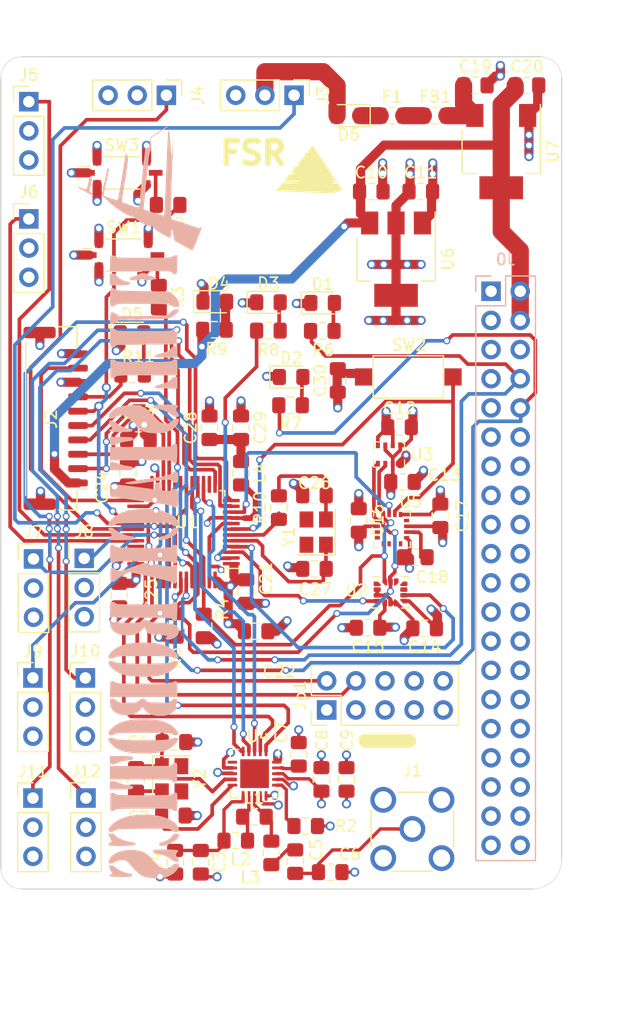
<source format=kicad_pcb>
(kicad_pcb (version 20171130) (host pcbnew "(5.1.6)-1")
  (title_block (title "Corinthians Flight System PCB") (date 2021-10-20) (rev 1) (company "Full Stack Robotics"))
  (layers (0 F.Cu signal) (1 Power_GND.Cu power hide) (2 Power_3.3v.Cu power hide) (31 B.Cu signal) (34 B.Paste user) (35 F.Paste user) (36 B.SilkS user hide) (37 F.SilkS user) (38 B.Mask user) (39 F.Mask user) (44 Edge.Cuts user))
  (net 0 "")
  (net 1 "Net-(C1-Pad2)")
  (net 2 GND)
  (net 3 "Net-(C2-Pad1)")
  (net 4 "Net-(C5-Pad2)")
  (net 5 "Net-(C5-Pad1)")
  (net 6 "Net-(C7-Pad1)")
  (net 7 "Net-(C18-Pad2)")
  (net 8 "Net-(C19-Pad1)")
  (net 9 +5VD)
  (net 10 "Net-(C26-Pad1)")
  (net 11 "Net-(C27-Pad2)")
  (net 12 "Net-(C28-Pad1)")
  (net 13 "Net-(D1-Pad2)")
  (net 14 "Net-(D2-Pad2)")
  (net 15 "Net-(D3-Pad2)")
  (net 16 "Net-(D4-Pad2)")
  (net 17 "Net-(D5-Pad2)")
  (net 18 "Net-(F1-Pad2)")
  (net 19 +5V)
  (net 20 "Net-(J0-Pad40)")
  (net 21 "Net-(J0-Pad38)")
  (net 22 "Net-(J0-Pad37)")
  (net 23 "Net-(J0-Pad36)")
  (net 24 "Net-(J0-Pad35)")
  (net 25 "Net-(J0-Pad33)")
  (net 26 "Net-(J0-Pad32)")
  (net 27 "Net-(J0-Pad31)")
  (net 28 "Net-(J0-Pad29)")
  (net 29 "Net-(J0-Pad28)")
  (net 30 "Net-(J0-Pad27)")
  (net 31 "Net-(J0-Pad26)")
  (net 32 "Net-(J0-Pad24)")
  (net 33 "Net-(J0-Pad23)")
  (net 34 "Net-(J0-Pad22)")
  (net 35 "Net-(J0-Pad21)")
  (net 36 "Net-(J0-Pad19)")
  (net 37 "Net-(J0-Pad18)")
  (net 38 "Net-(J0-Pad17)")
  (net 39 "Net-(J0-Pad16)")
  (net 40 "Net-(J0-Pad15)")
  (net 41 "Net-(J0-Pad13)")
  (net 42 "Net-(J0-Pad12)")
  (net 43 "Net-(J0-Pad11)")
  (net 44 TX)
  (net 45 RX)
  (net 46 "Net-(J0-Pad7)")
  (net 47 "Net-(J0-Pad5)")
  (net 48 "Net-(J0-Pad3)")
  (net 49 "Net-(J0-Pad1)")
  (net 50 BUZZ)
  (net 51 SW_LED)
  (net 52 SW_s)
  (net 53 SDA)
  (net 54 SCL)
  (net 55 RX2)
  (net 56 TX2)
  (net 57 PWM1-A)
  (net 58 "Net-(J4-Pad2)")
  (net 59 PWM1-B)
  (net 60 "Net-(J5-Pad2)")
  (net 61 PWM1-C)
  (net 62 "Net-(J6-Pad2)")
  (net 63 PWM1-D)
  (net 64 "Net-(J7-Pad2)")
  (net 65 PWM1-E)
  (net 66 "Net-(J8-Pad2)")
  (net 67 PWM1-F)
  (net 68 "Net-(J9-Pad2)")
  (net 69 PWM1-G)
  (net 70 "Net-(J10-Pad2)")
  (net 71 PWM2-A)
  (net 72 "Net-(J11-Pad2)")
  (net 73 PWM2-B)
  (net 74 "Net-(J12-Pad2)")
  (net 75 PWM2-C)
  (net 76 "Net-(Jp1-Pad10)")
  (net 77 "Net-(Jp1-Pad8)")
  (net 78 "Net-(Jp1-Pad7)")
  (net 79 "Net-(Jp1-Pad6)")
  (net 80 SWDCLK)
  (net 81 SWDIO)
  (net 82 "Net-(L1-Pad2)")
  (net 83 "Net-(L1-Pad1)")
  (net 84 +3.3VA)
  (net 85 "Net-(R2-Pad1)")
  (net 86 "Net-(R3-Pad2)")
  (net 87 BOOT0)
  (net 88 LEDs)
  (net 89 NRST)
  (net 90 MOSI)
  (net 91 MISO)
  (net 92 SCK)
  (net 93 "Net-(U1-Pad38)")
  (net 94 "Net-(U1-Pad33)")
  (net 95 "Net-(U1-Pad20)")
  (net 96 "Net-(U1-Pad19)")
  (net 97 CSN)
  (net 98 CE)
  (net 99 INT_C)
  (net 100 INT_IMU2)
  (net 101 INT_IMU)
  (net 102 "Net-(U2-Pad12)")
  (net 103 "Net-(U2-Pad11)")
  (net 104 "Net-(U2-Pad10)")
  (net 105 "Net-(U2-Pad1)")
  (net 106 "Net-(U4-Pad6)")
  (net 107 "Net-(U5-Pad12)")
  (net 108 "Net-(U5-Pad5)")
  (net 109 "Net-(U5-Pad7)")
  (net 110 "Net-(U5-Pad6)")
  (net 111 "Net-(U5-Pad8)")
  (net 112 "Net-(U5-Pad4)")
  (net 113 "Net-(U5-Pad3)")
  (net 114 "Net-(D6-Pad1)")
  (net 115 "Net-(C3-Pad2)")
  (net 116 "Net-(U1-Pad39)")
  (net 117 "Net-(U1-Pad14)")
  (net 118 "Net-(R10-Pad1)")
  (net 119 "Net-(R12-Pad2)")
  (module Capacitor_SMD:C_0805_2012Metric_Pad1.15x1.40mm_HandSolder (layer F.Cu) (at 108.3056 165.1508)
    (fp_text reference C27 (at 0.0508 1.778) (layer F.SilkS))
    (fp_text value 30pF)
    (pad 2 smd roundrect (at 1.025 0) (size 1.15 1.4) (layers F.Cu F.Paste F.Mask) (roundrect_rratio 0.217391) (net 11 "Net-(C27-Pad2)"))
    (pad 1 smd roundrect (at -1.025 0) (size 1.15 1.4) (layers F.Cu F.Paste F.Mask) (roundrect_rratio 0.217391) (net 2 GND))
  )
  (module Crystal:Crystal_SMD_Abracon_ABM8G-4Pin_3.2x2.5mm (layer F.Cu) (at 95.8596 183.4388 270)
    (fp_text reference Y2 (at 0 -2.45 90) (layer F.SilkS))
    (fp_text value 16Mhz)
    (pad 4 smd rect (at -1.1 -0.85 270) (size 1.4 1.2) (layers F.Cu F.Paste F.Mask))
    (pad 3 smd rect (at 1.1 -0.85 270) (size 1.4 1.2) (layers F.Cu F.Paste F.Mask))
    (pad 2 smd rect (at 1.1 0.85 270) (size 1.4 1.2) (layers F.Cu F.Paste F.Mask) (net 3 "Net-(C2-Pad1)"))
    (pad 1 smd rect (at -1.1 0.85 270) (size 1.4 1.2) (layers F.Cu F.Paste F.Mask) (net 1 "Net-(C1-Pad2)"))
  )
  (module Crystal:Crystal_SMD_Abracon_ABM8G-4Pin_3.2x2.5mm (layer F.Cu) (at 108.458 161.9504 90)
    (fp_text reference Y1 (at -0.4064 -2.3876 90) (layer F.SilkS))
    (fp_text value 8Mhz)
    (pad 4 smd rect (at -1.1 -0.85 90) (size 1.4 1.2) (layers F.Cu F.Paste F.Mask))
    (pad 3 smd rect (at 1.1 -0.85 90) (size 1.4 1.2) (layers F.Cu F.Paste F.Mask))
    (pad 2 smd rect (at 1.1 0.85 90) (size 1.4 1.2) (layers F.Cu F.Paste F.Mask) (net 10 "Net-(C26-Pad1)"))
    (pad 1 smd rect (at -1.1 0.85 90) (size 1.4 1.2) (layers F.Cu F.Paste F.Mask) (net 11 "Net-(C27-Pad2)"))
  )
  (module Resistor_SMD:R_0805_2012Metric_Pad1.15x1.40mm_HandSolder (layer F.Cu) (at 95.5548 133.4516 180)
    (fp_text reference R12 (at 0 -1.65) (layer F.SilkS))
    (fp_text value 10K)
    (pad 2 smd roundrect (at 1.025 0 180) (size 1.15 1.4) (layers F.Cu F.Paste F.Mask) (roundrect_rratio 0.217391) (net 119 "Net-(R12-Pad2)"))
    (pad 1 smd roundrect (at -1.025 0 180) (size 1.15 1.4) (layers F.Cu F.Paste F.Mask) (roundrect_rratio 0.217391) (net 52 SW_s))
  )
  (module Resistor_SMD:R_0805_2012Metric_Pad1.15x1.40mm_HandSolder (layer F.Cu) (at 92.456 148.2344)
    (fp_text reference R11 (at 0.508 -1.5748) (layer F.SilkS))
    (fp_text value 470)
    (pad 2 smd roundrect (at 1.025 0) (size 1.15 1.4) (layers F.Cu F.Paste F.Mask) (roundrect_rratio 0.217391) (net 17 "Net-(D5-Pad2)"))
    (pad 1 smd roundrect (at -1.025 0) (size 1.15 1.4) (layers F.Cu F.Paste F.Mask) (roundrect_rratio 0.217391) (net 51 SW_LED))
  )
  (module Resistor_SMD:R_0805_2012Metric_Pad1.15x1.40mm_HandSolder (layer F.Cu) (at 105.2068 159.8168 90)
    (fp_text reference R10 (at 0 -1.65 90) (layer F.SilkS))
    (fp_text value ....)
    (pad 2 smd roundrect (at 1.025 0 90) (size 1.15 1.4) (layers F.Cu F.Paste F.Mask) (roundrect_rratio 0.217391) (net 10 "Net-(C26-Pad1)"))
    (pad 1 smd roundrect (at -1.025 0 90) (size 1.15 1.4) (layers F.Cu F.Paste F.Mask) (roundrect_rratio 0.217391) (net 118 "Net-(R10-Pad1)"))
  )
  (module Resistor_SMD:R_0805_2012Metric_Pad1.15x1.40mm_HandSolder (layer F.Cu) (at 99.591 144.3228)
    (fp_text reference R9 (at 0.1802 1.6764) (layer F.SilkS))
    (fp_text value 1K)
    (pad 2 smd roundrect (at 1.025 0) (size 1.15 1.4) (layers F.Cu F.Paste F.Mask) (roundrect_rratio 0.217391) (net 16 "Net-(D4-Pad2)"))
    (pad 1 smd roundrect (at -1.025 0) (size 1.15 1.4) (layers F.Cu F.Paste F.Mask) (roundrect_rratio 0.217391) (net 9 +5VD))
  )
  (module Resistor_SMD:R_0805_2012Metric_Pad1.15x1.40mm_HandSolder (layer F.Cu) (at 104.29 144.399)
    (fp_text reference R8 (at 0.0024 1.7018) (layer F.SilkS))
    (fp_text value 470)
    (pad 2 smd roundrect (at 1.025 0) (size 1.15 1.4) (layers F.Cu F.Paste F.Mask) (roundrect_rratio 0.217391) (net 15 "Net-(D3-Pad2)"))
    (pad 1 smd roundrect (at -1.025 0) (size 1.15 1.4) (layers F.Cu F.Paste F.Mask) (roundrect_rratio 0.217391) (net 88 LEDs))
  )
  (module Resistor_SMD:R_0805_2012Metric_Pad1.15x1.40mm_HandSolder (layer F.Cu) (at 106.2228 150.9014)
    (fp_text reference R7 (at 0 1.6002) (layer F.SilkS))
    (fp_text value 470)
    (pad 2 smd roundrect (at 1.025 0) (size 1.15 1.4) (layers F.Cu F.Paste F.Mask) (roundrect_rratio 0.217391) (net 14 "Net-(D2-Pad2)"))
    (pad 1 smd roundrect (at -1.025 0) (size 1.15 1.4) (layers F.Cu F.Paste F.Mask) (roundrect_rratio 0.217391) (net 44 TX))
  )
  (module Resistor_SMD:R_0805_2012Metric_Pad1.15x1.40mm_HandSolder (layer F.Cu) (at 108.989 144.4244)
    (fp_text reference R6 (at 0.0786 1.6764) (layer F.SilkS))
    (fp_text value 470)
    (pad 2 smd roundrect (at 1.025 0) (size 1.15 1.4) (layers F.Cu F.Paste F.Mask) (roundrect_rratio 0.217391) (net 13 "Net-(D1-Pad2)"))
    (pad 1 smd roundrect (at -1.025 0) (size 1.15 1.4) (layers F.Cu F.Paste F.Mask) (roundrect_rratio 0.217391) (net 45 RX))
  )
  (module Resistor_SMD:R_0805_2012Metric_Pad1.15x1.40mm_HandSolder (layer F.Cu) (at 96.2152 170.0784 90)
    (fp_text reference R5 (at -2.8448 -0.0508 90) (layer F.SilkS))
    (fp_text value 4.7K)
    (pad 2 smd roundrect (at 1.025 0 90) (size 1.15 1.4) (layers F.Cu F.Paste F.Mask) (roundrect_rratio 0.217391) (net 54 SCL))
    (pad 1 smd roundrect (at -1.025 0 90) (size 1.15 1.4) (layers F.Cu F.Paste F.Mask) (roundrect_rratio 0.217391) (net 84 +3.3VA))
  )
  (module Resistor_SMD:R_0805_2012Metric_Pad1.15x1.40mm_HandSolder (layer F.Cu) (at 98.6536 170.1292 90)
    (fp_text reference R4 (at 1.4732 1.6256 90) (layer F.SilkS))
    (fp_text value 4.7K)
    (pad 2 smd roundrect (at 1.025 0 90) (size 1.15 1.4) (layers F.Cu F.Paste F.Mask) (roundrect_rratio 0.217391) (net 53 SDA))
    (pad 1 smd roundrect (at -1.025 0 90) (size 1.15 1.4) (layers F.Cu F.Paste F.Mask) (roundrect_rratio 0.217391) (net 84 +3.3VA))
  )
  (module Resistor_SMD:R_0805_2012Metric_Pad1.15x1.40mm_HandSolder (layer F.Cu) (at 94.742 141.478 90)
    (fp_text reference R3 (at 0 1.6764 90) (layer F.SilkS))
    (fp_text value 10K)
    (pad 2 smd roundrect (at 1.025 0 90) (size 1.15 1.4) (layers F.Cu F.Paste F.Mask) (roundrect_rratio 0.217391) (net 86 "Net-(R3-Pad2)"))
    (pad 1 smd roundrect (at -1.025 0 90) (size 1.15 1.4) (layers F.Cu F.Paste F.Mask) (roundrect_rratio 0.217391) (net 87 BOOT0))
  )
  (module Resistor_SMD:R_0805_2012Metric_Pad1.15x1.40mm_HandSolder (layer F.Cu) (at 107.5436 187.5536)
    (fp_text reference R2 (at 3.5052 0) (layer F.SilkS))
    (fp_text value 22K)
    (pad 2 smd roundrect (at 1.025 0) (size 1.15 1.4) (layers F.Cu F.Paste F.Mask) (roundrect_rratio 0.217391) (net 2 GND))
    (pad 1 smd roundrect (at -1.025 0) (size 1.15 1.4) (layers F.Cu F.Paste F.Mask) (roundrect_rratio 0.217391) (net 85 "Net-(R2-Pad1)"))
  )
  (module Resistor_SMD:R_0805_2012Metric_Pad1.15x1.40mm_HandSolder (layer F.Cu) (at 92.7608 183.4896 90)
    (fp_text reference R1 (at 0 -1.65 90) (layer F.SilkS))
    (fp_text value 1M)
    (pad 2 smd roundrect (at 1.025 0 90) (size 1.15 1.4) (layers F.Cu F.Paste F.Mask) (roundrect_rratio 0.217391) (net 1 "Net-(C1-Pad2)"))
    (pad 1 smd roundrect (at -1.025 0 90) (size 1.15 1.4) (layers F.Cu F.Paste F.Mask) (roundrect_rratio 0.217391) (net 3 "Net-(C2-Pad1)"))
  )
  (module Inductor_SMD:L_0805_2012Metric_Pad1.15x1.40mm_HandSolder (layer F.Cu) (at 101.9048 156.8196 270)
    (fp_text reference L4 (at 0 -1.65 90) (layer F.SilkS))
    (fp_text value 27nH)
    (pad 2 smd roundrect (at 1.025 0 270) (size 1.15 1.4) (layers F.Cu F.Paste F.Mask) (roundrect_rratio 0.217391) (net 84 +3.3VA))
    (pad 1 smd roundrect (at -1.025 0 270) (size 1.15 1.4) (layers F.Cu F.Paste F.Mask) (roundrect_rratio 0.217391) (net 12 "Net-(C28-Pad1)"))
  )
  (module Inductor_SMD:L_0805_2012Metric_Pad1.15x1.40mm_HandSolder (layer F.Cu) (at 104.5464 189.8904 270)
    (fp_text reference L3 (at 2.1336 1.8288 180) (layer F.SilkS))
    (fp_text value 3.9nH)
    (pad 2 smd roundrect (at 1.025 0 270) (size 1.15 1.4) (layers F.Cu F.Paste F.Mask) (roundrect_rratio 0.217391) (net 5 "Net-(C5-Pad1)"))
    (pad 1 smd roundrect (at -1.025 0 270) (size 1.15 1.4) (layers F.Cu F.Paste F.Mask) (roundrect_rratio 0.217391) (net 82 "Net-(L1-Pad2)"))
  )
  (module Inductor_SMD:L_0805_2012Metric_Pad1.15x1.40mm_HandSolder (layer F.Cu) (at 101.4476 188.8236 180)
    (fp_text reference L2 (at -0.4064 -1.6256) (layer F.SilkS))
    (fp_text value 2.7nH)
    (pad 2 smd roundrect (at 1.025 0 180) (size 1.15 1.4) (layers F.Cu F.Paste F.Mask) (roundrect_rratio 0.217391) (net 115 "Net-(C3-Pad2)"))
    (pad 1 smd roundrect (at -1.025 0 180) (size 1.15 1.4) (layers F.Cu F.Paste F.Mask) (roundrect_rratio 0.217391) (net 83 "Net-(L1-Pad1)"))
  )
  (module Inductor_SMD:L_0805_2012Metric_Pad1.15x1.40mm_HandSolder (layer F.Cu) (at 103.0732 186.7408)
    (fp_text reference L1 (at 0 -1.65) (layer F.SilkS))
    (fp_text value 8.2nH)
    (pad 2 smd roundrect (at 1.025 0) (size 1.15 1.4) (layers F.Cu F.Paste F.Mask) (roundrect_rratio 0.217391) (net 82 "Net-(L1-Pad2)"))
    (pad 1 smd roundrect (at -1.025 0) (size 1.15 1.4) (layers F.Cu F.Paste F.Mask) (roundrect_rratio 0.217391) (net 83 "Net-(L1-Pad1)"))
  )
  (module Inductor_SMD:L_0805_2012Metric_Pad1.15x1.40mm_HandSolder (layer F.Cu) (at 118.8212 125.6792)
    (fp_text reference FB1 (at 0 -1.65) (layer F.SilkS))
    (fp_text value 100@100MHz)
    (pad 2 smd roundrect (at 1.025 0) (size 1.15 1.4) (layers F.Cu F.Paste F.Mask) (roundrect_rratio 0.217391) (net 8 "Net-(C19-Pad1)"))
    (pad 1 smd roundrect (at -1.025 0) (size 1.15 1.4) (layers F.Cu F.Paste F.Mask) (roundrect_rratio 0.217391) (net 18 "Net-(F1-Pad2)"))
  )
  (module Fuse:Fuse_0805_2012Metric_Pad1.15x1.40mm_HandSolder (layer F.Cu) (at 115.062 125.6792)
    (fp_text reference F1 (at 0 -1.65) (layer F.SilkS))
    (fp_text value 3A)
    (pad 2 smd roundrect (at 1.025 0) (size 1.15 1.4) (layers F.Cu F.Paste F.Mask) (roundrect_rratio 0.217391) (net 18 "Net-(F1-Pad2)"))
    (pad 1 smd roundrect (at -1.025 0) (size 1.15 1.4) (layers F.Cu F.Paste F.Mask) (roundrect_rratio 0.217391) (net 114 "Net-(D6-Pad1)"))
  )
  (module Diode_SMD:D_0805_2012Metric_Pad1.15x1.40mm_HandSolder (layer F.Cu) (at 111.3028 125.6792 180)
    (fp_text reference D6 (at 0 -1.65) (layer F.SilkS))
    (fp_text value B5819W)
    (pad 2 smd roundrect (at 1.025 0 180) (size 1.15 1.4) (layers F.Cu F.Paste F.Mask) (roundrect_rratio 0.217391) (net 19 +5V))
    (pad 1 smd roundrect (at -1.025 0 180) (size 1.15 1.4) (layers F.Cu F.Paste F.Mask) (roundrect_rratio 0.217391) (net 114 "Net-(D6-Pad1)"))
  )
  (module LED_SMD:LED_0805_2012Metric_Pad1.15x1.40mm_HandSolder (layer F.Cu) (at 92.4052 144.6276)
    (fp_text reference D5 (at 0 -1.65) (layer F.SilkS))
    (fp_text value LED1)
    (pad 2 smd roundrect (at 1.025 0) (size 1.15 1.4) (layers F.Cu F.Paste F.Mask) (roundrect_rratio 0.217391) (net 17 "Net-(D5-Pad2)"))
    (pad 1 smd roundrect (at -1.025 0) (size 1.15 1.4) (layers F.Cu F.Paste F.Mask) (roundrect_rratio 0.217391) (net 2 GND))
  )
  (module LED_SMD:LED_0805_2012Metric_Pad1.15x1.40mm_HandSolder (layer F.Cu) (at 99.6188 141.8844)
    (fp_text reference D4 (at 0.3556 -1.5748) (layer F.SilkS))
    (fp_text value LEDp)
    (pad 2 smd roundrect (at 1.025 0) (size 1.15 1.4) (layers F.Cu F.Paste F.Mask) (roundrect_rratio 0.217391) (net 16 "Net-(D4-Pad2)"))
    (pad 1 smd roundrect (at -1.025 0) (size 1.15 1.4) (layers F.Cu F.Paste F.Mask) (roundrect_rratio 0.217391) (net 2 GND))
  )
  (module LED_SMD:LED_0805_2012Metric_Pad1.15x1.40mm_HandSolder (layer F.Cu) (at 104.2924 141.9352)
    (fp_text reference D3 (at 0 -1.65) (layer F.SilkS))
    (fp_text value LEDs)
    (pad 2 smd roundrect (at 1.025 0) (size 1.15 1.4) (layers F.Cu F.Paste F.Mask) (roundrect_rratio 0.217391) (net 15 "Net-(D3-Pad2)"))
    (pad 1 smd roundrect (at -1.025 0) (size 1.15 1.4) (layers F.Cu F.Paste F.Mask) (roundrect_rratio 0.217391) (net 2 GND))
  )
  (module LED_SMD:LED_0805_2012Metric_Pad1.15x1.40mm_HandSolder (layer F.Cu) (at 106.2736 148.4376)
    (fp_text reference D2 (at 0 -1.65) (layer F.SilkS))
    (fp_text value LED2)
    (pad 2 smd roundrect (at 1.025 0) (size 1.15 1.4) (layers F.Cu F.Paste F.Mask) (roundrect_rratio 0.217391) (net 14 "Net-(D2-Pad2)"))
    (pad 1 smd roundrect (at -1.025 0) (size 1.15 1.4) (layers F.Cu F.Paste F.Mask) (roundrect_rratio 0.217391) (net 2 GND))
  )
  (module LED_SMD:LED_0805_2012Metric_Pad1.15x1.40mm_HandSolder (layer F.Cu) (at 109.0168 141.986)
    (fp_text reference D1 (at 0 -1.65) (layer F.SilkS))
    (fp_text value LED1)
    (pad 2 smd roundrect (at 1.025 0) (size 1.15 1.4) (layers F.Cu F.Paste F.Mask) (roundrect_rratio 0.217391) (net 13 "Net-(D1-Pad2)"))
    (pad 1 smd roundrect (at -1.025 0) (size 1.15 1.4) (layers F.Cu F.Paste F.Mask) (roundrect_rratio 0.217391) (net 2 GND))
  )
  (module Capacitor_SMD:C_0805_2012Metric_Pad1.15x1.40mm_HandSolder (layer F.Cu) (at 110.3376 148.7424 90)
    (fp_text reference C30 (at 0 -1.524 90) (layer F.SilkS))
    (fp_text value 0.1uF)
    (pad 2 smd roundrect (at 1.025 0 90) (size 1.15 1.4) (layers F.Cu F.Paste F.Mask) (roundrect_rratio 0.217391) (net 2 GND))
    (pad 1 smd roundrect (at -1.025 0 90) (size 1.15 1.4) (layers F.Cu F.Paste F.Mask) (roundrect_rratio 0.217391) (net 2 GND))
  )
  (module Capacitor_SMD:C_0805_2012Metric_Pad1.15x1.40mm_HandSolder (layer F.Cu) (at 101.9048 152.8572 90)
    (fp_text reference C29 (at 0 1.6764 90) (layer F.SilkS))
    (fp_text value 100nF)
    (pad 2 smd roundrect (at 1.025 0 90) (size 1.15 1.4) (layers F.Cu F.Paste F.Mask) (roundrect_rratio 0.217391) (net 2 GND))
    (pad 1 smd roundrect (at -1.025 0 90) (size 1.15 1.4) (layers F.Cu F.Paste F.Mask) (roundrect_rratio 0.217391) (net 12 "Net-(C28-Pad1)"))
  )
  (module Capacitor_SMD:C_0805_2012Metric_Pad1.15x1.40mm_HandSolder (layer F.Cu) (at 99.1616 152.8572 90)
    (fp_text reference C28 (at 0 -1.65 90) (layer F.SilkS))
    (fp_text value 1uF)
    (pad 2 smd roundrect (at 1.025 0 90) (size 1.15 1.4) (layers F.Cu F.Paste F.Mask) (roundrect_rratio 0.217391) (net 2 GND))
    (pad 1 smd roundrect (at -1.025 0 90) (size 1.15 1.4) (layers F.Cu F.Paste F.Mask) (roundrect_rratio 0.217391) (net 12 "Net-(C28-Pad1)"))
  )
  (module Capacitor_SMD:C_0805_2012Metric_Pad1.15x1.40mm_HandSolder (layer F.Cu) (at 108.3056 158.75 180)
    (fp_text reference C26 (at 0 1.0668) (layer F.SilkS))
    (fp_text value 30pF)
    (pad 2 smd roundrect (at 1.025 0 180) (size 1.15 1.4) (layers F.Cu F.Paste F.Mask) (roundrect_rratio 0.217391) (net 2 GND))
    (pad 1 smd roundrect (at -1.025 0 180) (size 1.15 1.4) (layers F.Cu F.Paste F.Mask) (roundrect_rratio 0.217391) (net 10 "Net-(C26-Pad1)"))
  )
  (module Capacitor_SMD:C_0805_2012Metric_Pad1.15x1.40mm_HandSolder (layer F.Cu) (at 91.2876 167.4368 90)
    (fp_text reference C25 (at 0.00762 2.81686 90) (layer F.SilkS))
    (fp_text value 4.7uF)
    (pad 2 smd roundrect (at 1.025 0 90) (size 1.15 1.4) (layers F.Cu F.Paste F.Mask) (roundrect_rratio 0.217391) (net 84 +3.3VA))
    (pad 1 smd roundrect (at -1.025 0 90) (size 1.15 1.4) (layers F.Cu F.Paste F.Mask) (roundrect_rratio 0.217391) (net 2 GND))
  )
  (module Capacitor_SMD:C_0805_2012Metric_Pad1.15x1.40mm_HandSolder (layer F.Cu) (at 92.0496 156.8196 270)
    (fp_text reference C24 (at 1.2192 2.2352 90) (layer F.SilkS))
    (fp_text value 100nF)
    (pad 2 smd roundrect (at 1.025 0 270) (size 1.15 1.4) (layers F.Cu F.Paste F.Mask) (roundrect_rratio 0.217391) (net 84 +3.3VA))
    (pad 1 smd roundrect (at -1.025 0 270) (size 1.15 1.4) (layers F.Cu F.Paste F.Mask) (roundrect_rratio 0.217391) (net 2 GND))
  )
  (module Capacitor_SMD:C_0805_2012Metric_Pad1.15x1.40mm_HandSolder (layer F.Cu) (at 92.964 153.924)
    (fp_text reference C23 (at 0 -2.3876) (layer F.SilkS))
    (fp_text value 100nF)
    (pad 2 smd roundrect (at 1.025 0) (size 1.15 1.4) (layers F.Cu F.Paste F.Mask) (roundrect_rratio 0.217391) (net 84 +3.3VA))
    (pad 1 smd roundrect (at -1.025 0) (size 1.15 1.4) (layers F.Cu F.Paste F.Mask) (roundrect_rratio 0.217391) (net 2 GND))
  )
  (module Capacitor_SMD:C_0805_2012Metric_Pad1.15x1.40mm_HandSolder (layer F.Cu) (at 103.2256 170.5864 180)
    (fp_text reference C22 (at -2.01422 -3.52806) (layer F.SilkS))
    (fp_text value 100nF)
    (pad 2 smd roundrect (at 1.025 0 180) (size 1.15 1.4) (layers F.Cu F.Paste F.Mask) (roundrect_rratio 0.217391) (net 84 +3.3VA))
    (pad 1 smd roundrect (at -1.025 0 180) (size 1.15 1.4) (layers F.Cu F.Paste F.Mask) (roundrect_rratio 0.217391) (net 2 GND))
  )
  (module Capacitor_SMD:C_0805_2012Metric_Pad1.15x1.40mm_HandSolder (layer F.Cu) (at 102.362 167.132 90)
    (fp_text reference C21 (at 1.1176 1.7272 90) (layer F.SilkS))
    (fp_text value 100nF)
    (pad 2 smd roundrect (at 1.025 0 90) (size 1.15 1.4) (layers F.Cu F.Paste F.Mask) (roundrect_rratio 0.217391) (net 84 +3.3VA))
    (pad 1 smd roundrect (at -1.025 0 90) (size 1.15 1.4) (layers F.Cu F.Paste F.Mask) (roundrect_rratio 0.217391) (net 2 GND))
  )
  (module Capacitor_SMD:C_0805_2012Metric_Pad1.15x1.40mm_HandSolder (layer F.Cu) (at 126.8245 123.0376)
    (fp_text reference C20 (at 0 -1.65) (layer F.SilkS))
    (fp_text value 10uF)
    (pad 2 smd roundrect (at 1.025 0) (size 1.15 1.4) (layers F.Cu F.Paste F.Mask) (roundrect_rratio 0.217391) (net 2 GND))
    (pad 1 smd roundrect (at -1.025 0) (size 1.15 1.4) (layers F.Cu F.Paste F.Mask) (roundrect_rratio 0.217391) (net 9 +5VD))
  )
  (module Capacitor_SMD:C_0805_2012Metric_Pad1.15x1.40mm_HandSolder (layer F.Cu) (at 122.3264 123.0376)
    (fp_text reference C19 (at 0 -1.65) (layer F.SilkS))
    (fp_text value 10uF)
    (pad 2 smd roundrect (at 1.025 0) (size 1.15 1.4) (layers F.Cu F.Paste F.Mask) (roundrect_rratio 0.217391) (net 2 GND))
    (pad 1 smd roundrect (at -1.025 0) (size 1.15 1.4) (layers F.Cu F.Paste F.Mask) (roundrect_rratio 0.217391) (net 8 "Net-(C19-Pad1)"))
  )
  (module Capacitor_SMD:C_0805_2012Metric_Pad1.15x1.40mm_HandSolder (layer F.Cu) (at 117.094 164.1348)
    (fp_text reference C18 (at 1.4732 1.7272) (layer F.SilkS))
    (fp_text value 4.7uF)
    (pad 2 smd roundrect (at 1.025 0) (size 1.15 1.4) (layers F.Cu F.Paste F.Mask) (roundrect_rratio 0.217391) (net 7 "Net-(C18-Pad2)"))
    (pad 1 smd roundrect (at -1.025 0) (size 1.15 1.4) (layers F.Cu F.Paste F.Mask) (roundrect_rratio 0.217391) (net 2 GND))
  )
  (module Capacitor_SMD:C_0805_2012Metric_Pad1.15x1.40mm_HandSolder (layer F.Cu) (at 119.2784 160.528 90)
    (fp_text reference C17 (at 0 1.9304 90) (layer F.SilkS))
    (fp_text value 0.1uF)
    (pad 2 smd roundrect (at 1.025 0 90) (size 1.15 1.4) (layers F.Cu F.Paste F.Mask) (roundrect_rratio 0.217391) (net 84 +3.3VA))
    (pad 1 smd roundrect (at -1.025 0 90) (size 1.15 1.4) (layers F.Cu F.Paste F.Mask) (roundrect_rratio 0.217391) (net 2 GND))
  )
  (module Capacitor_SMD:C_0805_2012Metric_Pad1.15x1.40mm_HandSolder (layer F.Cu) (at 112.1664 160.9344 270)
    (fp_text reference C16 (at 0 -1.65 90) (layer F.SilkS))
    (fp_text value 0.1uF)
    (pad 2 smd roundrect (at 1.025 0 270) (size 1.15 1.4) (layers F.Cu F.Paste F.Mask) (roundrect_rratio 0.217391) (net 84 +3.3VA))
    (pad 1 smd roundrect (at -1.025 0 270) (size 1.15 1.4) (layers F.Cu F.Paste F.Mask) (roundrect_rratio 0.217391) (net 2 GND))
  )
  (module Capacitor_SMD:C_0805_2012Metric_Pad1.15x1.40mm_HandSolder (layer F.Cu) (at 112.9792 170.2816 180)
    (fp_text reference C15 (at 0 -1.65) (layer F.SilkS))
    (fp_text value 100nF)
    (pad 2 smd roundrect (at 1.025 0 180) (size 1.15 1.4) (layers F.Cu F.Paste F.Mask) (roundrect_rratio 0.217391) (net 2 GND))
    (pad 1 smd roundrect (at -1.025 0 180) (size 1.15 1.4) (layers F.Cu F.Paste F.Mask) (roundrect_rratio 0.217391) (net 84 +3.3VA))
  )
  (module Capacitor_SMD:C_0805_2012Metric_Pad1.15x1.40mm_HandSolder (layer F.Cu) (at 117.9068 170.3324 180)
    (fp_text reference C14 (at 0 -1.65) (layer F.SilkS))
    (fp_text value 100nF)
    (pad 2 smd roundrect (at 1.025 0 180) (size 1.15 1.4) (layers F.Cu F.Paste F.Mask) (roundrect_rratio 0.217391) (net 2 GND))
    (pad 1 smd roundrect (at -1.025 0 180) (size 1.15 1.4) (layers F.Cu F.Paste F.Mask) (roundrect_rratio 0.217391) (net 84 +3.3VA))
  )
  (module Capacitor_SMD:C_0805_2012Metric_Pad1.15x1.40mm_HandSolder (layer F.Cu) (at 115.9764 157.5816)
    (fp_text reference C13 (at 3.6576 -0.6096) (layer F.SilkS))
    (fp_text value 100nF)
    (pad 2 smd roundrect (at 1.025 0) (size 1.15 1.4) (layers F.Cu F.Paste F.Mask) (roundrect_rratio 0.217391) (net 2 GND))
    (pad 1 smd roundrect (at -1.025 0) (size 1.15 1.4) (layers F.Cu F.Paste F.Mask) (roundrect_rratio 0.217391) (net 84 +3.3VA))
  )
  (module Capacitor_SMD:C_0805_2012Metric_Pad1.15x1.40mm_HandSolder (layer F.Cu) (at 115.7224 152.8064)
    (fp_text reference C12 (at 0 -1.65) (layer F.SilkS))
    (fp_text value 100nF)
    (pad 2 smd roundrect (at 1.025 0) (size 1.15 1.4) (layers F.Cu F.Paste F.Mask) (roundrect_rratio 0.217391) (net 84 +3.3VA))
    (pad 1 smd roundrect (at -1.025 0) (size 1.15 1.4) (layers F.Cu F.Paste F.Mask) (roundrect_rratio 0.217391) (net 2 GND))
  )
  (module Capacitor_SMD:C_0805_2012Metric_Pad1.15x1.40mm_HandSolder (layer F.Cu) (at 117.5743 132.2832)
    (fp_text reference C11 (at 0 -1.65) (layer F.SilkS))
    (fp_text value 10uF)
    (pad 2 smd roundrect (at 1.025 0) (size 1.15 1.4) (layers F.Cu F.Paste F.Mask) (roundrect_rratio 0.217391) (net 2 GND))
    (pad 1 smd roundrect (at -1.025 0) (size 1.15 1.4) (layers F.Cu F.Paste F.Mask) (roundrect_rratio 0.217391) (net 84 +3.3VA))
  )
  (module Capacitor_SMD:C_0805_2012Metric_Pad1.15x1.40mm_HandSolder (layer F.Cu) (at 113.2609 132.2832)
    (fp_text reference C10 (at 0 -1.65) (layer F.SilkS))
    (fp_text value 10uF)
    (pad 2 smd roundrect (at 1.025 0) (size 1.15 1.4) (layers F.Cu F.Paste F.Mask) (roundrect_rratio 0.217391) (net 2 GND))
    (pad 1 smd roundrect (at -1.025 0) (size 1.15 1.4) (layers F.Cu F.Paste F.Mask) (roundrect_rratio 0.217391) (net 9 +5VD))
  )
  (module Capacitor_SMD:C_0805_2012Metric_Pad1.15x1.40mm_HandSolder (layer F.Cu) (at 111.0996 183.4896 270)
    (fp_text reference C9 (at -3.4036 -0.0508 90) (layer F.SilkS))
    (fp_text value 10nF)
    (pad 2 smd roundrect (at 1.025 0 270) (size 1.15 1.4) (layers F.Cu F.Paste F.Mask) (roundrect_rratio 0.217391) (net 84 +3.3VA))
    (pad 1 smd roundrect (at -1.025 0 270) (size 1.15 1.4) (layers F.Cu F.Paste F.Mask) (roundrect_rratio 0.217391) (net 2 GND))
  )
  (module Capacitor_SMD:C_0805_2012Metric_Pad1.15x1.40mm_HandSolder (layer F.Cu) (at 108.9152 183.4896 270)
    (fp_text reference C8 (at -3.4036 -0.0508 90) (layer F.SilkS))
    (fp_text value 1nF)
    (pad 2 smd roundrect (at 1.025 0 270) (size 1.15 1.4) (layers F.Cu F.Paste F.Mask) (roundrect_rratio 0.217391) (net 84 +3.3VA))
    (pad 1 smd roundrect (at -1.025 0 270) (size 1.15 1.4) (layers F.Cu F.Paste F.Mask) (roundrect_rratio 0.217391) (net 2 GND))
  )
  (module Capacitor_SMD:C_0805_2012Metric_Pad1.15x1.40mm_HandSolder (layer F.Cu) (at 106.934 181.3052 90)
    (fp_text reference C7 (at 1.9304 -1.524 90) (layer F.SilkS))
    (fp_text value 33nF)
    (pad 2 smd roundrect (at 1.025 0 90) (size 1.15 1.4) (layers F.Cu F.Paste F.Mask) (roundrect_rratio 0.217391) (net 2 GND))
    (pad 1 smd roundrect (at -1.025 0 90) (size 1.15 1.4) (layers F.Cu F.Paste F.Mask) (roundrect_rratio 0.217391) (net 6 "Net-(C7-Pad1)"))
  )
  (module Capacitor_SMD:C_0805_2012Metric_Pad1.15x1.40mm_HandSolder (layer F.Cu) (at 109.6772 191.5668)
    (fp_text reference C6 (at 1.7272 -1.5748) (layer F.SilkS))
    (fp_text value 1.0pF)
    (pad 2 smd roundrect (at 1.025 0) (size 1.15 1.4) (layers F.Cu F.Paste F.Mask) (roundrect_rratio 0.217391) (net 2 GND))
    (pad 1 smd roundrect (at -1.025 0) (size 1.15 1.4) (layers F.Cu F.Paste F.Mask) (roundrect_rratio 0.217391) (net 4 "Net-(C5-Pad2)"))
  )
  (module Capacitor_SMD:C_0805_2012Metric_Pad1.15x1.40mm_HandSolder (layer F.Cu) (at 106.6292 190.6524 270)
    (fp_text reference C5 (at -1.016 -1.8288 90) (layer F.SilkS))
    (fp_text value 1.5pF)
    (pad 2 smd roundrect (at 1.025 0 270) (size 1.15 1.4) (layers F.Cu F.Paste F.Mask) (roundrect_rratio 0.217391) (net 4 "Net-(C5-Pad2)"))
    (pad 1 smd roundrect (at -1.025 0 270) (size 1.15 1.4) (layers F.Cu F.Paste F.Mask) (roundrect_rratio 0.217391) (net 5 "Net-(C5-Pad1)"))
  )
  (module Capacitor_SMD:C_0805_2012Metric_Pad1.15x1.40mm_HandSolder (layer F.Cu) (at 96.1644 190.7032 90)
    (fp_text reference C4 (at 0 -1.65 90) (layer F.SilkS))
    (fp_text value 4.7pF)
    (pad 2 smd roundrect (at 1.025 0 90) (size 1.15 1.4) (layers F.Cu F.Paste F.Mask) (roundrect_rratio 0.217391) (net 115 "Net-(C3-Pad2)"))
    (pad 1 smd roundrect (at -1.025 0 90) (size 1.15 1.4) (layers F.Cu F.Paste F.Mask) (roundrect_rratio 0.217391) (net 2 GND))
  )
  (module Capacitor_SMD:C_0805_2012Metric_Pad1.15x1.40mm_HandSolder (layer F.Cu) (at 98.3996 190.7032 90)
    (fp_text reference C3 (at 0 1.6256 90) (layer F.SilkS))
    (fp_text value 2.2nF)
    (pad 2 smd roundrect (at 1.025 0 90) (size 1.15 1.4) (layers F.Cu F.Paste F.Mask) (roundrect_rratio 0.217391) (net 115 "Net-(C3-Pad2)"))
    (pad 1 smd roundrect (at -1.025 0 90) (size 1.15 1.4) (layers F.Cu F.Paste F.Mask) (roundrect_rratio 0.217391) (net 2 GND))
  )
  (module Capacitor_SMD:C_0805_2012Metric_Pad1.15x1.40mm_HandSolder (layer F.Cu) (at 96.012 186.6392)
    (fp_text reference C2 (at -3.048 0.1524) (layer F.SilkS))
    (fp_text value 22pF)
    (pad 2 smd roundrect (at 1.025 0) (size 1.15 1.4) (layers F.Cu F.Paste F.Mask) (roundrect_rratio 0.217391) (net 2 GND))
    (pad 1 smd roundrect (at -1.025 0) (size 1.15 1.4) (layers F.Cu F.Paste F.Mask) (roundrect_rratio 0.217391) (net 3 "Net-(C2-Pad1)"))
  )
  (module Capacitor_SMD:C_0805_2012Metric_Pad1.15x1.40mm_HandSolder (layer F.Cu) (at 96.0628 180.2384 180)
    (fp_text reference C1 (at 3.1496 0) (layer F.SilkS))
    (fp_text value 22pF)
    (pad 2 smd roundrect (at 1.025 0 180) (size 1.15 1.4) (layers F.Cu F.Paste F.Mask) (roundrect_rratio 0.217391) (net 1 "Net-(C1-Pad2)"))
    (pad 1 smd roundrect (at -1.025 0 180) (size 1.15 1.4) (layers F.Cu F.Paste F.Mask) (roundrect_rratio 0.217391) (net 2 GND))
  )
  (module Logos:pcbLogo (layer F.Cu) (at 107.8484 130.3528)
    (fp_text reference G*** hide)
    (fp_text value LOGO hide)
  )
  (module Logos:pcbLogoFull (layer B.Cu) (at 92.6592 158.5976 270)
    (fp_text reference "" hide)
    (fp_text value LOGO hide)
  )
  (module MountingHole:MountingHole_3.2mm_M3 (layer F.Cu) (at 102.0064 135.5344)
    (fp_text reference H1 hide)
    (fp_text value MountingHole)
    (pad 1 np_thru_hole circle (at 0 0) (size 3.2 3.2) (drill 3.2) (layers *.Cu *.Mask))
  )
  (module Connector_PinHeader_2.54mm:PinHeader_2x05_P2.54mm_Vertical (layer F.Cu) (at 109.3724 177.4444 90)
    (fp_text reference Jp1 (at 1.27 -2.33 90) (layer F.SilkS))
    (fp_text value JTAG_SWD)
    (pad 10 thru_hole oval (at 2.54 10.16 90) (size 1.7 1.7) (drill 1) (layers *.Cu *.Mask) (net 76 "Net-(Jp1-Pad10)"))
    (pad 9 thru_hole oval (at 0 10.16 90) (size 1.7 1.7) (drill 1) (layers *.Cu *.Mask) (net 2 GND))
    (pad 8 thru_hole oval (at 2.54 7.62 90) (size 1.7 1.7) (drill 1) (layers *.Cu *.Mask) (net 77 "Net-(Jp1-Pad8)"))
    (pad 7 thru_hole oval (at 0 7.62 90) (size 1.7 1.7) (drill 1) (layers *.Cu *.Mask) (net 78 "Net-(Jp1-Pad7)"))
    (pad 6 thru_hole oval (at 2.54 5.08 90) (size 1.7 1.7) (drill 1) (layers *.Cu *.Mask) (net 79 "Net-(Jp1-Pad6)"))
    (pad 5 thru_hole oval (at 0 5.08 90) (size 1.7 1.7) (drill 1) (layers *.Cu *.Mask) (net 2 GND))
    (pad 4 thru_hole oval (at 2.54 2.54 90) (size 1.7 1.7) (drill 1) (layers *.Cu *.Mask) (net 80 SWDCLK))
    (pad 3 thru_hole oval (at 0 2.54 90) (size 1.7 1.7) (drill 1) (layers *.Cu *.Mask) (net 2 GND))
    (pad 2 thru_hole oval (at 2.54 0 90) (size 1.7 1.7) (drill 1) (layers *.Cu *.Mask) (net 81 SWDIO))
    (pad 1 thru_hole rect (at 0 0 90) (size 1.7 1.7) (drill 1) (layers *.Cu *.Mask) (net 84 +3.3VA))
  )
  (module Connector_Coaxial:SMA_Molex_73251-2200_Horizontal (layer F.Cu) (at 116.84 187.8076 180)
    (fp_text reference J1 (at 0 5.08 180) (layer F.SilkS))
    (fp_text value "50ohm Coaxial Ant")
    (pad 2 thru_hole circle (at -2.54 2.54 180) (size 2.25 2.25) (drill 1.5) (layers *.Cu *.Mask) (net 2 GND))
    (pad 2 thru_hole circle (at -2.54 -2.54 180) (size 2.25 2.25) (drill 1.5) (layers *.Cu *.Mask) (net 2 GND))
    (pad 2 thru_hole circle (at 2.54 -2.54 180) (size 2.25 2.25) (drill 1.5) (layers *.Cu *.Mask) (net 2 GND))
    (pad 2 thru_hole circle (at 2.54 2.54 270) (size 2.25 2.25) (drill 1.5) (layers *.Cu *.Mask) (net 2 GND))
    (pad 1 thru_hole circle (at 0 0 180) (size 2.25 2.25) (drill 1.5) (layers *.Cu *.Mask) (net 4 "Net-(C5-Pad2)"))
  )
  (module Package_TO_SOT_SMD:SOT-223-3_TabPin2 (layer F.Cu) (at 124.58446 128.80808 270)
    (fp_text reference U7 (at 0 -4.5 90) (layer F.SilkS))
    (fp_text value AMS1117-5.0)
    (pad 1 smd rect (at -3.15 -2.3 270) (size 2 1.5) (layers F.Cu F.Paste F.Mask) (net 2 GND))
    (pad 3 smd rect (at -3.15 2.3 270) (size 2 1.5) (layers F.Cu F.Paste F.Mask) (net 8 "Net-(C19-Pad1)"))
    (pad 2 smd rect (at -3.15 0 270) (size 2 1.5) (layers F.Cu F.Paste F.Mask) (net 9 +5VD))
    (pad 2 smd rect (at 3.15 0 270) (size 2 3.8) (layers F.Cu F.Paste F.Mask) (net 9 +5VD))
  )
  (module Package_TO_SOT_SMD:SOT-223-3_TabPin2 (layer F.Cu) (at 115.4176 138.1756 270)
    (fp_text reference U6 (at 0 -4.5 90) (layer F.SilkS))
    (fp_text value AMS1117-3.3)
    (pad 1 smd rect (at -3.15 -2.3 270) (size 2 1.5) (layers F.Cu F.Paste F.Mask) (net 2 GND))
    (pad 3 smd rect (at -3.15 2.3 270) (size 2 1.5) (layers F.Cu F.Paste F.Mask) (net 9 +5VD))
    (pad 2 smd rect (at -3.15 0 270) (size 2 1.5) (layers F.Cu F.Paste F.Mask) (net 84 +3.3VA))
    (pad 2 smd rect (at 3.15 0 270) (size 2 3.8) (layers F.Cu F.Paste F.Mask) (net 84 +3.3VA))
  )
  (module Package_LGA:LGA-16_3x3mm_P0.5mm (layer F.Cu) (at 115.062 161.69386)
    (fp_text reference U5 (at 1.6256 -2.38506) (layer F.SilkS))
    (fp_text value IST8310)
    (pad 10 smd rect (at 1.275 0.25 90) (size 0.3 0.45) (layers F.Cu F.Paste F.Mask) (net 7 "Net-(C18-Pad2)"))
    (pad 11 smd rect (at 1.275 -0.25 90) (size 0.3 0.45) (layers F.Cu F.Paste F.Mask) (net 2 GND))
    (pad 12 smd rect (at 1.275 -0.75 90) (size 0.3 0.45) (layers F.Cu F.Paste F.Mask) (net 107 "Net-(U5-Pad12)"))
    (pad 9 smd rect (at 1.275 0.75 90) (size 0.3 0.45) (layers F.Cu F.Paste F.Mask) (net 2 GND))
    (pad 5 smd rect (at -0.75 1.275) (size 0.3 0.45) (layers F.Cu F.Paste F.Mask) (net 108 "Net-(U5-Pad5)"))
    (pad 7 smd rect (at 0.25 1.275) (size 0.3 0.45) (layers F.Cu F.Paste F.Mask) (net 109 "Net-(U5-Pad7)"))
    (pad 6 smd rect (at -0.25 1.275) (size 0.3 0.45) (layers F.Cu F.Paste F.Mask) (net 110 "Net-(U5-Pad6)"))
    (pad 8 smd rect (at 0.75 1.275) (size 0.3 0.45) (layers F.Cu F.Paste F.Mask) (net 111 "Net-(U5-Pad8)"))
    (pad 4 smd rect (at -1.275 0.75 90) (size 0.3 0.45) (layers F.Cu F.Paste F.Mask) (net 112 "Net-(U5-Pad4)"))
    (pad 3 smd rect (at -1.275 0.25 90) (size 0.3 0.45) (layers F.Cu F.Paste F.Mask) (net 113 "Net-(U5-Pad3)"))
    (pad 2 smd rect (at -1.275 -0.25 90) (size 0.3 0.45) (layers F.Cu F.Paste F.Mask) (net 84 +3.3VA))
    (pad 1 smd rect (at -1.275 -0.75 90) (size 0.3 0.45) (layers F.Cu F.Paste F.Mask) (net 54 SCL))
    (pad 14 smd rect (at 0.25 -1.275) (size 0.3 0.45) (layers F.Cu F.Paste F.Mask) (net 89 NRST))
    (pad 15 smd rect (at -0.25 -1.275) (size 0.3 0.45) (layers F.Cu F.Paste F.Mask) (net 99 INT_C))
    (pad 16 smd rect (at -0.75 -1.275) (size 0.3 0.45) (layers F.Cu F.Paste F.Mask) (net 53 SDA))
    (pad 13 smd rect (at 0.75 -1.275) (size 0.3 0.45) (layers F.Cu F.Paste F.Mask) (net 84 +3.3VA))
  )
  (module Package_DFN_QFN:QFN-20-1EP_4x4mm_P0.5mm_EP2.5x2.5mm (layer F.Cu) (at 103.08844 182.99176 270)
    (fp_text reference U4 (at -3.26136 -0.28956 180) (layer F.SilkS))
    (fp_text value NRF24L01)
    (pad 21 smd rect (at 0 0 270) (size 2.5 2.5) (layers F.Cu F.Mask))
    (pad 20 smd roundrect (at -1 -1.9375 270) (size 0.25 0.825) (layers F.Cu F.Paste F.Mask) (net 2 GND))
    (pad 19 smd roundrect (at -0.5 -1.9375 270) (size 0.25 0.825) (layers F.Cu F.Paste F.Mask) (net 6 "Net-(C7-Pad1)"))
    (pad 18 smd roundrect (at 0 -1.9375 270) (size 0.25 0.825) (layers F.Cu F.Paste F.Mask) (net 84 +3.3VA))
    (pad 17 smd roundrect (at 0.5 -1.9375 270) (size 0.25 0.825) (layers F.Cu F.Paste F.Mask) (net 2 GND))
    (pad 16 smd roundrect (at 1 -1.9375 270) (size 0.25 0.825) (layers F.Cu F.Paste F.Mask) (net 85 "Net-(R2-Pad1)"))
    (pad 15 smd roundrect (at 1.9375 -1 270) (size 0.825 0.25) (layers F.Cu F.Paste F.Mask) (net 84 +3.3VA))
    (pad 14 smd roundrect (at 1.9375 -0.5 270) (size 0.825 0.25) (layers F.Cu F.Paste F.Mask) (net 2 GND))
    (pad 13 smd roundrect (at 1.9375 0 270) (size 0.825 0.25) (layers F.Cu F.Paste F.Mask) (net 82 "Net-(L1-Pad2)"))
    (pad 12 smd roundrect (at 1.9375 0.5 270) (size 0.825 0.25) (layers F.Cu F.Paste F.Mask) (net 83 "Net-(L1-Pad1)"))
    (pad 11 smd roundrect (at 1.9375 1 270) (size 0.825 0.25) (layers F.Cu F.Paste F.Mask) (net 115 "Net-(C3-Pad2)"))
    (pad 10 smd roundrect (at 1 1.9375 270) (size 0.25 0.825) (layers F.Cu F.Paste F.Mask) (net 3 "Net-(C2-Pad1)"))
    (pad 9 smd roundrect (at 0.5 1.9375 270) (size 0.25 0.825) (layers F.Cu F.Paste F.Mask) (net 1 "Net-(C1-Pad2)"))
    (pad 8 smd roundrect (at 0 1.9375 270) (size 0.25 0.825) (layers F.Cu F.Paste F.Mask) (net 2 GND))
    (pad 7 smd roundrect (at -0.5 1.9375 270) (size 0.25 0.825) (layers F.Cu F.Paste F.Mask) (net 84 +3.3VA))
    (pad 6 smd roundrect (at -1 1.9375 270) (size 0.25 0.825) (layers F.Cu F.Paste F.Mask) (net 106 "Net-(U4-Pad6)"))
    (pad 5 smd roundrect (at -1.9375 1 270) (size 0.825 0.25) (layers F.Cu F.Paste F.Mask) (net 91 MISO))
    (pad 4 smd roundrect (at -1.9375 0.5 270) (size 0.825 0.25) (layers F.Cu F.Paste F.Mask) (net 90 MOSI))
    (pad 3 smd roundrect (at -1.9375 0 270) (size 0.825 0.25) (layers F.Cu F.Paste F.Mask) (net 92 SCK))
    (pad 2 smd roundrect (at -1.9375 -0.5 270) (size 0.825 0.25) (layers F.Cu F.Paste F.Mask) (net 97 CSN))
    (pad 1 smd roundrect (at -1.9375 -1 270) (size 0.825 0.25) (layers F.Cu F.Paste F.Mask) (net 98 CE))
  )
  (module Package_LGA:Bosch_LGA-8_2x2.5mm_P0.65mm_ClockwisePinNumbering (layer F.Cu) (at 114.808 155.19146 180)
    (fp_text reference U3 (at -2.8956 -0.00254) (layer F.SilkS))
    (fp_text value BMP280)
    (pad 8 smd rect (at -0.975 0.8 270) (size 0.5 0.35) (layers F.Cu F.Paste F.Mask) (net 84 +3.3VA))
    (pad 2 smd rect (at -0.325 -0.8 270) (size 0.5 0.35) (layers F.Cu F.Paste F.Mask) (net 84 +3.3VA))
    (pad 3 smd rect (at 0.325 -0.8 270) (size 0.5 0.35) (layers F.Cu F.Paste F.Mask) (net 53 SDA))
    (pad 4 smd rect (at 0.975 -0.8 270) (size 0.5 0.35) (layers F.Cu F.Paste F.Mask) (net 54 SCL))
    (pad 7 smd rect (at -0.325 0.8 270) (size 0.5 0.35) (layers F.Cu F.Paste F.Mask) (net 2 GND))
    (pad 6 smd rect (at 0.325 0.8 270) (size 0.5 0.35) (layers F.Cu F.Paste F.Mask) (net 84 +3.3VA))
    (pad 5 smd rect (at 0.975 0.8 270) (size 0.5 0.35) (layers F.Cu F.Paste F.Mask) (net 2 GND))
    (pad 1 smd rect (at -0.975 -0.8 270) (size 0.5 0.35) (layers F.Cu F.Paste F.Mask) (net 2 GND))
  )
  (module Package_LGA:LGA-14_3x2.5mm_P0.5mm_LayoutBorder3x4y (layer F.Cu) (at 114.935 167.20566)
    (fp_text reference U2 (at -2.9718 -0.17526) (layer F.SilkS))
    (fp_text value LSM6DS3)
    (pad 14 smd custom (at -0.5 -0.9125) (size 0.223223 0.223223) (layers F.Cu F.Paste F.Mask) (net 53 SDA) (options (clearance outline) (anchor circle)) (primitives (gr_poly (pts (xy -0.125 -0.2375) (xy 0.125 -0.2375) (xy 0.125 0.2375) (xy 0.081066 0.2375) (xy -0.125 0.031434)) (width 0.15))))
    (pad 13 smd roundrect (at 0 -0.9125) (size 0.4 0.625) (layers F.Cu F.Paste F.Mask) (net 54 SCL))
    (pad 12 smd custom (at 0.5 -0.9125) (size 0.223223 0.223223) (layers F.Cu F.Paste F.Mask) (net 102 "Net-(U2-Pad12)") (options (clearance outline) (anchor circle)) (primitives (gr_poly (pts (xy -0.125 -0.2375) (xy 0.125 -0.2375) (xy 0.125 0.031434) (xy -0.081066 0.2375) (xy -0.125 0.2375)) (width 0.15))))
    (pad 11 smd custom (at 1.1625 -0.75) (size 0.223223 0.223223) (layers F.Cu F.Paste F.Mask) (net 103 "Net-(U2-Pad11)") (options (clearance outline) (anchor circle)) (primitives (gr_poly (pts (xy -0.2375 0.081066) (xy -0.031434 -0.125) (xy 0.2375 -0.125) (xy 0.2375 0.125) (xy -0.2375 0.125)) (width 0.15))))
    (pad 10 smd roundrect (at 1.1625 -0.25) (size 0.625 0.4) (layers F.Cu F.Paste F.Mask) (net 104 "Net-(U2-Pad10)"))
    (pad 9 smd roundrect (at 1.1625 0.25) (size 0.625 0.4) (layers F.Cu F.Paste F.Mask) (net 100 INT_IMU2))
    (pad 8 smd custom (at 1.1625 0.75) (size 0.223223 0.223223) (layers F.Cu F.Paste F.Mask) (net 84 +3.3VA) (options (clearance outline) (anchor circle)) (primitives (gr_poly (pts (xy -0.2375 -0.125) (xy 0.2375 -0.125) (xy 0.2375 0.125) (xy -0.031434 0.125) (xy -0.2375 -0.081066)) (width 0.15))))
    (pad 7 smd custom (at 0.5 0.9125) (size 0.223223 0.223223) (layers F.Cu F.Paste F.Mask) (net 2 GND) (options (clearance outline) (anchor circle)) (primitives (gr_poly (pts (xy -0.125 -0.2375) (xy -0.081066 -0.2375) (xy 0.125 -0.031434) (xy 0.125 0.2375) (xy -0.125 0.2375)) (width 0.15))))
    (pad 6 smd roundrect (at 0 0.9125) (size 0.4 0.625) (layers F.Cu F.Paste F.Mask) (net 2 GND))
    (pad 5 smd custom (at -0.5 0.9125) (size 0.223223 0.223223) (layers F.Cu F.Paste F.Mask) (net 84 +3.3VA) (options (clearance outline) (anchor circle)) (primitives (gr_poly (pts (xy -0.125 -0.031434) (xy 0.081066 -0.2375) (xy 0.125 -0.2375) (xy 0.125 0.2375) (xy -0.125 0.2375)) (width 0.15))))
    (pad 4 smd custom (at -1.1625 0.75) (size 0.223223 0.223223) (layers F.Cu F.Paste F.Mask) (net 101 INT_IMU) (options (clearance outline) (anchor circle)) (primitives (gr_poly (pts (xy -0.2375 -0.125) (xy 0.2375 -0.125) (xy 0.2375 -0.081066) (xy 0.031434 0.125) (xy -0.2375 0.125)) (width 0.15))))
    (pad 3 smd roundrect (at -1.1625 0.25) (size 0.625 0.4) (layers F.Cu F.Paste F.Mask) (net 2 GND))
    (pad 2 smd roundrect (at -1.1625 -0.25) (size 0.625 0.4) (layers F.Cu F.Paste F.Mask) (net 2 GND))
    (pad 1 smd custom (at -1.1625 -0.75) (size 0.223223 0.223223) (layers F.Cu F.Paste F.Mask) (net 105 "Net-(U2-Pad1)") (options (clearance outline) (anchor circle)) (primitives (gr_poly (pts (xy -0.2375 -0.125) (xy 0.031434 -0.125) (xy 0.2375 0.081066) (xy 0.2375 0.125) (xy -0.2375 0.125)) (width 0.15))))
  )
  (module Package_QFP:LQFP-48_7x7mm_P0.5mm (layer F.Cu) (at 96.89338 161.95294 180)
    (fp_text reference U1 (at -0.33782 0.86614) (layer F.SilkS))
    (fp_text value STM32F103C8Tx)
    (pad 48 smd roundrect (at -2.75 -4.1625 180) (size 0.3 1.475) (layers F.Cu F.Paste F.Mask) (net 84 +3.3VA))
    (pad 47 smd roundrect (at -2.25 -4.1625 180) (size 0.3 1.475) (layers F.Cu F.Paste F.Mask) (net 2 GND))
    (pad 46 smd roundrect (at -1.75 -4.1625 180) (size 0.3 1.475) (layers F.Cu F.Paste F.Mask) (net 53 SDA))
    (pad 45 smd roundrect (at -1.25 -4.1625 180) (size 0.3 1.475) (layers F.Cu F.Paste F.Mask) (net 54 SCL))
    (pad 44 smd roundrect (at -0.75 -4.1625 180) (size 0.3 1.475) (layers F.Cu F.Paste F.Mask) (net 87 BOOT0))
    (pad 43 smd roundrect (at -0.25 -4.1625 180) (size 0.3 1.475) (layers F.Cu F.Paste F.Mask) (net 45 RX))
    (pad 42 smd roundrect (at 0.25 -4.1625 180) (size 0.3 1.475) (layers F.Cu F.Paste F.Mask) (net 44 TX))
    (pad 41 smd roundrect (at 0.75 -4.1625 180) (size 0.3 1.475) (layers F.Cu F.Paste F.Mask) (net 67 PWM1-F))
    (pad 40 smd roundrect (at 1.25 -4.1625 180) (size 0.3 1.475) (layers F.Cu F.Paste F.Mask) (net 65 PWM1-E))
    (pad 39 smd roundrect (at 1.75 -4.1625 180) (size 0.3 1.475) (layers F.Cu F.Paste F.Mask) (net 116 "Net-(U1-Pad39)"))
    (pad 38 smd roundrect (at 2.25 -4.1625 180) (size 0.3 1.475) (layers F.Cu F.Paste F.Mask) (net 93 "Net-(U1-Pad38)"))
    (pad 37 smd roundrect (at 2.75 -4.1625 180) (size 0.3 1.475) (layers F.Cu F.Paste F.Mask) (net 80 SWDCLK))
    (pad 36 smd roundrect (at 4.1625 -2.75 180) (size 1.475 0.3) (layers F.Cu F.Paste F.Mask) (net 84 +3.3VA))
    (pad 35 smd roundrect (at 4.1625 -2.25 180) (size 1.475 0.3) (layers F.Cu F.Paste F.Mask) (net 2 GND))
    (pad 34 smd roundrect (at 4.1625 -1.75 180) (size 1.475 0.3) (layers F.Cu F.Paste F.Mask) (net 81 SWDIO))
    (pad 33 smd roundrect (at 4.1625 -1.25 180) (size 1.475 0.3) (layers F.Cu F.Paste F.Mask) (net 94 "Net-(U1-Pad33)"))
    (pad 32 smd roundrect (at 4.1625 -0.75 180) (size 1.475 0.3) (layers F.Cu F.Paste F.Mask) (net 63 PWM1-D))
    (pad 31 smd roundrect (at 4.1625 -0.25 180) (size 1.475 0.3) (layers F.Cu F.Paste F.Mask) (net 61 PWM1-C))
    (pad 30 smd roundrect (at 4.1625 0.25 180) (size 1.475 0.3) (layers F.Cu F.Paste F.Mask) (net 59 PWM1-B))
    (pad 29 smd roundrect (at 4.1625 0.75 180) (size 1.475 0.3) (layers F.Cu F.Paste F.Mask) (net 57 PWM1-A))
    (pad 28 smd roundrect (at 4.1625 1.25 180) (size 1.475 0.3) (layers F.Cu F.Paste F.Mask) (net 52 SW_s))
    (pad 27 smd roundrect (at 4.1625 1.75 180) (size 1.475 0.3) (layers F.Cu F.Paste F.Mask) (net 97 CSN))
    (pad 26 smd roundrect (at 4.1625 2.25 180) (size 1.475 0.3) (layers F.Cu F.Paste F.Mask) (net 98 CE))
    (pad 25 smd roundrect (at 4.1625 2.75 180) (size 1.475 0.3) (layers F.Cu F.Paste F.Mask) (net 50 BUZZ))
    (pad 24 smd roundrect (at 2.75 4.1625 180) (size 0.3 1.475) (layers F.Cu F.Paste F.Mask) (net 84 +3.3VA))
    (pad 23 smd roundrect (at 2.25 4.1625 180) (size 0.3 1.475) (layers F.Cu F.Paste F.Mask) (net 2 GND))
    (pad 22 smd roundrect (at 1.75 4.1625 180) (size 0.3 1.475) (layers F.Cu F.Paste F.Mask) (net 55 RX2))
    (pad 21 smd roundrect (at 1.25 4.1625 180) (size 0.3 1.475) (layers F.Cu F.Paste F.Mask) (net 56 TX2))
    (pad 20 smd roundrect (at 0.75 4.1625 180) (size 0.3 1.475) (layers F.Cu F.Paste F.Mask) (net 95 "Net-(U1-Pad20)"))
    (pad 19 smd roundrect (at 0.25 4.1625 180) (size 0.3 1.475) (layers F.Cu F.Paste F.Mask) (net 96 "Net-(U1-Pad19)"))
    (pad 18 smd roundrect (at -0.25 4.1625 180) (size 0.3 1.475) (layers F.Cu F.Paste F.Mask) (net 69 PWM1-G))
    (pad 17 smd roundrect (at -0.75 4.1625 180) (size 0.3 1.475) (layers F.Cu F.Paste F.Mask) (net 90 MOSI))
    (pad 16 smd roundrect (at -1.25 4.1625 180) (size 0.3 1.475) (layers F.Cu F.Paste F.Mask) (net 91 MISO))
    (pad 15 smd roundrect (at -1.75 4.1625 180) (size 0.3 1.475) (layers F.Cu F.Paste F.Mask) (net 92 SCK))
    (pad 14 smd roundrect (at -2.25 4.1625 180) (size 0.3 1.475) (layers F.Cu F.Paste F.Mask) (net 117 "Net-(U1-Pad14)"))
    (pad 13 smd roundrect (at -2.75 4.1625 180) (size 0.3 1.475) (layers F.Cu F.Paste F.Mask) (net 75 PWM2-C))
    (pad 12 smd roundrect (at -4.1625 2.75 180) (size 1.475 0.3) (layers F.Cu F.Paste F.Mask) (net 73 PWM2-B))
    (pad 11 smd roundrect (at -4.1625 2.25 180) (size 1.475 0.3) (layers F.Cu F.Paste F.Mask) (net 71 PWM2-A))
    (pad 10 smd roundrect (at -4.1625 1.75 180) (size 1.475 0.3) (layers F.Cu F.Paste F.Mask) (net 99 INT_C))
    (pad 9 smd roundrect (at -4.1625 1.25 180) (size 1.475 0.3) (layers F.Cu F.Paste F.Mask) (net 84 +3.3VA))
    (pad 8 smd roundrect (at -4.1625 0.75 180) (size 1.475 0.3) (layers F.Cu F.Paste F.Mask) (net 2 GND))
    (pad 7 smd roundrect (at -4.1625 0.25 180) (size 1.475 0.3) (layers F.Cu F.Paste F.Mask) (net 89 NRST))
    (pad 6 smd roundrect (at -4.1625 -0.25 180) (size 1.475 0.3) (layers F.Cu F.Paste F.Mask) (net 118 "Net-(R10-Pad1)"))
    (pad 5 smd roundrect (at -4.1625 -0.75 180) (size 1.475 0.3) (layers F.Cu F.Paste F.Mask) (net 11 "Net-(C27-Pad2)"))
    (pad 4 smd roundrect (at -4.1625 -1.25 180) (size 1.475 0.3) (layers F.Cu F.Paste F.Mask) (net 100 INT_IMU2))
    (pad 3 smd roundrect (at -4.1625 -1.75 180) (size 1.475 0.3) (layers F.Cu F.Paste F.Mask) (net 101 INT_IMU))
    (pad 2 smd roundrect (at -4.1625 -2.25 180) (size 1.475 0.3) (layers F.Cu F.Paste F.Mask) (net 88 LEDs))
    (pad 1 smd roundrect (at -4.1625 -2.75 180) (size 1.475 0.3) (layers F.Cu F.Paste F.Mask) (net 84 +3.3VA))
  )
  (module Button_Switch_SMD:SW_DIP_SPSTx01_Slide_Copal_CVS-01xB_W5.9mm_P1mm (layer F.Cu) (at 91.5162 130.6576)
    (fp_text reference SW3 (at 0 -2.41) (layer F.SilkS))
    (fp_text value SW_s)
    (pad 3 smd rect (at 2.15 1) (size 0.7 0.7) (layers F.Cu F.Paste F.Mask) (net 2 GND))
    (pad 3 smd rect (at -2.15 1) (size 0.7 0.7) (layers F.Cu F.Paste F.Mask) (net 2 GND))
    (pad 3 smd rect (at 2.15 -1) (size 0.7 0.7) (layers F.Cu F.Paste F.Mask) (net 2 GND))
    (pad 3 smd rect (at -2.15 -1) (size 0.7 0.7) (layers F.Cu F.Paste F.Mask) (net 2 GND))
    (pad 2 smd rect (at 2.95 0) (size 1.2 0.5) (layers F.Cu F.Paste F.Mask) (net 119 "Net-(R12-Pad2)"))
    (pad 1 smd rect (at -2.95 0) (size 1.2 0.5) (layers F.Cu F.Paste F.Mask) (net 84 +3.3VA))
  )
  (module Button_Switch_SMD:SW_SPST_CK_RS282G05A3 (layer F.Cu) (at 116.4844 148.4376)
    (fp_text reference SW2 (at 0.0508 -2.794) (layer F.SilkS))
    (fp_text value SW_DIP_x01)
    (pad 2 smd rect (at 3.9 0) (size 1.5 1.5) (layers F.Cu F.Paste F.Mask) (net 89 NRST))
    (pad 1 smd rect (at -3.9 0) (size 1.5 1.5) (layers F.Cu F.Paste F.Mask) (net 2 GND))
  )
  (module Button_Switch_SMD:SW_DIP_SPSTx01_Slide_Copal_CVS-01xB_W5.9mm_P1mm (layer F.Cu) (at 91.6686 137.8204)
    (fp_text reference SW1 (at 0 -2.41) (layer F.SilkS))
    (fp_text value BootSW)
    (pad 3 smd rect (at 2.15 1) (size 0.7 0.7) (layers F.Cu F.Paste F.Mask) (net 2 GND))
    (pad 3 smd rect (at -2.15 1) (size 0.7 0.7) (layers F.Cu F.Paste F.Mask) (net 2 GND))
    (pad 3 smd rect (at 2.15 -1) (size 0.7 0.7) (layers F.Cu F.Paste F.Mask) (net 2 GND))
    (pad 3 smd rect (at -2.15 -1) (size 0.7 0.7) (layers F.Cu F.Paste F.Mask) (net 2 GND))
    (pad 2 smd rect (at 2.95 0) (size 1.2 0.5) (layers F.Cu F.Paste F.Mask) (net 86 "Net-(R3-Pad2)"))
    (pad 1 smd rect (at -2.95 0) (size 1.2 0.5) (layers F.Cu F.Paste F.Mask) (net 84 +3.3VA))
  )
  (module Connector_PinHeader_2.54mm:PinHeader_1x03_P2.54mm_Vertical (layer F.Cu) (at 88.392 185.1152)
    (fp_text reference J12 (at 0 -2.33) (layer F.SilkS))
    (fp_text value M10)
    (pad 3 thru_hole oval (at 0 5.08) (size 1.7 1.7) (drill 1) (layers *.Cu *.Mask) (net 2 GND))
    (pad 2 thru_hole oval (at 0 2.54) (size 1.7 1.7) (drill 1) (layers *.Cu *.Mask) (net 74 "Net-(J12-Pad2)"))
    (pad 1 thru_hole rect (at 0 0) (size 1.7 1.7) (drill 1) (layers *.Cu *.Mask) (net 75 PWM2-C))
  )
  (module Connector_PinHeader_2.54mm:PinHeader_1x03_P2.54mm_Vertical (layer F.Cu) (at 83.7692 185.1152)
    (fp_text reference J11 (at 0 -2.33) (layer F.SilkS))
    (fp_text value M9)
    (pad 3 thru_hole oval (at 0 5.08) (size 1.7 1.7) (drill 1) (layers *.Cu *.Mask) (net 2 GND))
    (pad 2 thru_hole oval (at 0 2.54) (size 1.7 1.7) (drill 1) (layers *.Cu *.Mask) (net 72 "Net-(J11-Pad2)"))
    (pad 1 thru_hole rect (at 0 0) (size 1.7 1.7) (drill 1) (layers *.Cu *.Mask) (net 73 PWM2-B))
  )
  (module Connector_PinHeader_2.54mm:PinHeader_1x03_P2.54mm_Vertical (layer F.Cu) (at 88.3412 174.6504)
    (fp_text reference J10 (at 0 -2.33) (layer F.SilkS))
    (fp_text value M8)
    (pad 3 thru_hole oval (at 0 5.08) (size 1.7 1.7) (drill 1) (layers *.Cu *.Mask) (net 2 GND))
    (pad 2 thru_hole oval (at 0 2.54) (size 1.7 1.7) (drill 1) (layers *.Cu *.Mask) (net 70 "Net-(J10-Pad2)"))
    (pad 1 thru_hole rect (at 0 0) (size 1.7 1.7) (drill 1) (layers *.Cu *.Mask) (net 71 PWM2-A))
  )
  (module Connector_PinHeader_2.54mm:PinHeader_1x03_P2.54mm_Vertical (layer F.Cu) (at 83.7692 174.6504)
    (fp_text reference J9 (at 0 -2.33) (layer F.SilkS))
    (fp_text value M7)
    (pad 3 thru_hole oval (at 0 5.08) (size 1.7 1.7) (drill 1) (layers *.Cu *.Mask) (net 2 GND))
    (pad 2 thru_hole oval (at 0 2.54) (size 1.7 1.7) (drill 1) (layers *.Cu *.Mask) (net 68 "Net-(J9-Pad2)"))
    (pad 1 thru_hole rect (at 0 0) (size 1.7 1.7) (drill 1) (layers *.Cu *.Mask) (net 69 PWM1-G))
  )
  (module Connector_PinHeader_2.54mm:PinHeader_1x03_P2.54mm_Vertical (layer F.Cu) (at 88.2396 164.2364)
    (fp_text reference J8 (at 0 -2.33) (layer F.SilkS))
    (fp_text value M6)
    (pad 3 thru_hole oval (at 0 5.08) (size 1.7 1.7) (drill 1) (layers *.Cu *.Mask) (net 2 GND))
    (pad 2 thru_hole oval (at 0 2.54) (size 1.7 1.7) (drill 1) (layers *.Cu *.Mask) (net 66 "Net-(J8-Pad2)"))
    (pad 1 thru_hole rect (at 0 0) (size 1.7 1.7) (drill 1) (layers *.Cu *.Mask) (net 67 PWM1-F))
  )
  (module Connector_PinHeader_2.54mm:PinHeader_1x03_P2.54mm_Vertical (layer F.Cu) (at 83.82 164.2872)
    (fp_text reference J7 (at 0 -2.33) (layer F.SilkS))
    (fp_text value M5)
    (pad 3 thru_hole oval (at 0 5.08) (size 1.7 1.7) (drill 1) (layers *.Cu *.Mask) (net 2 GND))
    (pad 2 thru_hole oval (at 0 2.54) (size 1.7 1.7) (drill 1) (layers *.Cu *.Mask) (net 64 "Net-(J7-Pad2)"))
    (pad 1 thru_hole rect (at 0 0) (size 1.7 1.7) (drill 1) (layers *.Cu *.Mask) (net 65 PWM1-E))
  )
  (module Connector_PinHeader_2.54mm:PinHeader_1x03_P2.54mm_Vertical (layer F.Cu) (at 83.4136 134.6708)
    (fp_text reference J6 (at 0 -2.33) (layer F.SilkS))
    (fp_text value M4)
    (pad 3 thru_hole oval (at 0 5.08) (size 1.7 1.7) (drill 1) (layers *.Cu *.Mask) (net 2 GND))
    (pad 2 thru_hole oval (at 0 2.54) (size 1.7 1.7) (drill 1) (layers *.Cu *.Mask) (net 62 "Net-(J6-Pad2)"))
    (pad 1 thru_hole rect (at 0 0) (size 1.7 1.7) (drill 1) (layers *.Cu *.Mask) (net 63 PWM1-D))
  )
  (module Connector_PinHeader_2.54mm:PinHeader_1x03_P2.54mm_Vertical (layer F.Cu) (at 83.4136 124.46)
    (fp_text reference J5 (at 0 -2.33) (layer F.SilkS))
    (fp_text value M3)
    (pad 3 thru_hole oval (at 0 5.08) (size 1.7 1.7) (drill 1) (layers *.Cu *.Mask) (net 2 GND))
    (pad 2 thru_hole oval (at 0 2.54) (size 1.7 1.7) (drill 1) (layers *.Cu *.Mask) (net 60 "Net-(J5-Pad2)"))
    (pad 1 thru_hole rect (at 0 0) (size 1.7 1.7) (drill 1) (layers *.Cu *.Mask) (net 61 PWM1-C))
  )
  (module Connector_PinHeader_2.54mm:PinHeader_1x03_P2.54mm_Vertical (layer F.Cu) (at 95.4024 123.9012 270)
    (fp_text reference J4 (at 0 -2.7432 90) (layer F.SilkS))
    (fp_text value M2)
    (pad 3 thru_hole oval (at 0 5.08 270) (size 1.7 1.7) (drill 1) (layers *.Cu *.Mask) (net 2 GND))
    (pad 2 thru_hole oval (at 0 2.54 270) (size 1.7 1.7) (drill 1) (layers *.Cu *.Mask) (net 58 "Net-(J4-Pad2)"))
    (pad 1 thru_hole rect (at 0 0 270) (size 1.7 1.7) (drill 1) (layers *.Cu *.Mask) (net 59 PWM1-B))
  )
  (module Connector_PinHeader_2.54mm:PinHeader_1x03_P2.54mm_Vertical (layer F.Cu) (at 106.5276 123.9012 270)
    (fp_text reference J3 (at 0 -2.54 90) (layer F.SilkS))
    (fp_text value M1)
    (pad 3 thru_hole oval (at 0 5.08 270) (size 1.7 1.7) (drill 1) (layers *.Cu *.Mask) (net 2 GND))
    (pad 2 thru_hole oval (at 0 2.54 270) (size 1.7 1.7) (drill 1) (layers *.Cu *.Mask) (net 19 +5V))
    (pad 1 thru_hole rect (at 0 0 270) (size 1.7 1.7) (drill 1) (layers *.Cu *.Mask) (net 57 PWM1-A))
  )
  (module Connector_JST:JST_GH_BM10B-GHS-TBT_1x10-1MP_P1.25mm_Vertical (layer F.Cu) (at 85.7504 152.0444 90)
    (fp_text reference J2 (at -0.0508 -0.4064 90) (layer F.SilkS))
    (fp_text value GPS/Compass)
    (pad MP smd roundrect (at 7.475 -1.4 90) (size 1 2.8) (layers F.Cu F.Paste F.Mask) (net 2 GND))
    (pad MP smd roundrect (at -7.475 -1.4 90) (size 1 2.8) (layers F.Cu F.Paste F.Mask) (net 2 GND))
    (pad 10 smd roundrect (at 5.625 1.95 90) (size 0.6 1.7) (layers F.Cu F.Paste F.Mask) (net 2 GND))
    (pad 9 smd roundrect (at 4.375 1.95 90) (size 0.6 1.7) (layers F.Cu F.Paste F.Mask) (net 50 BUZZ))
    (pad 8 smd roundrect (at 3.125 1.95 90) (size 0.6 1.7) (layers F.Cu F.Paste F.Mask) (net 84 +3.3VA))
    (pad 7 smd roundrect (at 1.875 1.95 90) (size 0.6 1.7) (layers F.Cu F.Paste F.Mask) (net 51 SW_LED))
    (pad 6 smd roundrect (at 0.625 1.95 90) (size 0.6 1.7) (layers F.Cu F.Paste F.Mask) (net 52 SW_s))
    (pad 5 smd roundrect (at -0.625 1.95 90) (size 0.6 1.7) (layers F.Cu F.Paste F.Mask) (net 53 SDA))
    (pad 4 smd roundrect (at -1.875 1.95 90) (size 0.6 1.7) (layers F.Cu F.Paste F.Mask) (net 54 SCL))
    (pad 3 smd roundrect (at -3.125 1.95 90) (size 0.6 1.7) (layers F.Cu F.Paste F.Mask) (net 55 RX2))
    (pad 2 smd roundrect (at -4.375 1.95 90) (size 0.6 1.7) (layers F.Cu F.Paste F.Mask) (net 56 TX2))
    (pad 1 smd roundrect (at -5.625 1.95 90) (size 0.6 1.7) (layers F.Cu F.Paste F.Mask) (net 9 +5VD))
  )
  (module Connector_PinSocket_2.54mm:PinSocket_2x20_P2.54mm_Vertical (layer B.Cu) (at 123.698 140.97 180)
    (fp_text reference J0 (at -1.27 2.77) (layer B.SilkS) (effects (justify mirror)))
    (fp_text value RaspberryPi)
    (pad 40 thru_hole oval (at -2.54 -48.26 180) (size 1.7 1.7) (drill 1) (layers *.Cu *.Mask) (net 20 "Net-(J0-Pad40)"))
    (pad 39 thru_hole oval (at 0 -48.26 180) (size 1.7 1.7) (drill 1) (layers *.Cu *.Mask) (net 2 GND))
    (pad 38 thru_hole oval (at -2.54 -45.72 180) (size 1.7 1.7) (drill 1) (layers *.Cu *.Mask) (net 21 "Net-(J0-Pad38)"))
    (pad 37 thru_hole oval (at 0 -45.72 180) (size 1.7 1.7) (drill 1) (layers *.Cu *.Mask) (net 22 "Net-(J0-Pad37)"))
    (pad 36 thru_hole oval (at -2.54 -43.18 180) (size 1.7 1.7) (drill 1) (layers *.Cu *.Mask) (net 23 "Net-(J0-Pad36)"))
    (pad 35 thru_hole oval (at 0 -43.18 180) (size 1.7 1.7) (drill 1) (layers *.Cu *.Mask) (net 24 "Net-(J0-Pad35)"))
    (pad 34 thru_hole oval (at -2.54 -40.64 180) (size 1.7 1.7) (drill 1) (layers *.Cu *.Mask) (net 2 GND))
    (pad 33 thru_hole oval (at 0 -40.64 180) (size 1.7 1.7) (drill 1) (layers *.Cu *.Mask) (net 25 "Net-(J0-Pad33)"))
    (pad 32 thru_hole oval (at -2.54 -38.1 180) (size 1.7 1.7) (drill 1) (layers *.Cu *.Mask) (net 26 "Net-(J0-Pad32)"))
    (pad 31 thru_hole oval (at 0 -38.1 180) (size 1.7 1.7) (drill 1) (layers *.Cu *.Mask) (net 27 "Net-(J0-Pad31)"))
    (pad 30 thru_hole oval (at -2.54 -35.56 180) (size 1.7 1.7) (drill 1) (layers *.Cu *.Mask) (net 2 GND))
    (pad 29 thru_hole oval (at 0 -35.56 180) (size 1.7 1.7) (drill 1) (layers *.Cu *.Mask) (net 28 "Net-(J0-Pad29)"))
    (pad 28 thru_hole oval (at -2.54 -33.02 180) (size 1.7 1.7) (drill 1) (layers *.Cu *.Mask) (net 29 "Net-(J0-Pad28)"))
    (pad 27 thru_hole oval (at 0 -33.02 180) (size 1.7 1.7) (drill 1) (layers *.Cu *.Mask) (net 30 "Net-(J0-Pad27)"))
    (pad 26 thru_hole oval (at -2.54 -30.48 180) (size 1.7 1.7) (drill 1) (layers *.Cu *.Mask) (net 31 "Net-(J0-Pad26)"))
    (pad 25 thru_hole oval (at 0 -30.48 180) (size 1.7 1.7) (drill 1) (layers *.Cu *.Mask) (net 2 GND))
    (pad 24 thru_hole oval (at -2.54 -27.94 180) (size 1.7 1.7) (drill 1) (layers *.Cu *.Mask) (net 32 "Net-(J0-Pad24)"))
    (pad 23 thru_hole oval (at 0 -27.94 180) (size 1.7 1.7) (drill 1) (layers *.Cu *.Mask) (net 33 "Net-(J0-Pad23)"))
    (pad 22 thru_hole oval (at -2.54 -25.4 180) (size 1.7 1.7) (drill 1) (layers *.Cu *.Mask) (net 34 "Net-(J0-Pad22)"))
    (pad 21 thru_hole oval (at 0 -25.4 180) (size 1.7 1.7) (drill 1) (layers *.Cu *.Mask) (net 35 "Net-(J0-Pad21)"))
    (pad 20 thru_hole oval (at -2.54 -22.86 180) (size 1.7 1.7) (drill 1) (layers *.Cu *.Mask) (net 2 GND))
    (pad 19 thru_hole oval (at 0 -22.86 180) (size 1.7 1.7) (drill 1) (layers *.Cu *.Mask) (net 36 "Net-(J0-Pad19)"))
    (pad 18 thru_hole oval (at -2.54 -20.32 180) (size 1.7 1.7) (drill 1) (layers *.Cu *.Mask) (net 37 "Net-(J0-Pad18)"))
    (pad 17 thru_hole oval (at 0 -20.32 180) (size 1.7 1.7) (drill 1) (layers *.Cu *.Mask) (net 38 "Net-(J0-Pad17)"))
    (pad 16 thru_hole oval (at -2.54 -17.78 180) (size 1.7 1.7) (drill 1) (layers *.Cu *.Mask) (net 39 "Net-(J0-Pad16)"))
    (pad 15 thru_hole oval (at 0 -17.78 180) (size 1.7 1.7) (drill 1) (layers *.Cu *.Mask) (net 40 "Net-(J0-Pad15)"))
    (pad 14 thru_hole oval (at -2.54 -15.24 180) (size 1.7 1.7) (drill 1) (layers *.Cu *.Mask) (net 2 GND))
    (pad 13 thru_hole oval (at 0 -15.24 180) (size 1.7 1.7) (drill 1) (layers *.Cu *.Mask) (net 41 "Net-(J0-Pad13)"))
    (pad 12 thru_hole oval (at -2.54 -12.7 180) (size 1.7 1.7) (drill 1) (layers *.Cu *.Mask) (net 42 "Net-(J0-Pad12)"))
    (pad 11 thru_hole oval (at 0 -12.7 180) (size 1.7 1.7) (drill 1) (layers *.Cu *.Mask) (net 43 "Net-(J0-Pad11)"))
    (pad 10 thru_hole oval (at -2.54 -10.16 180) (size 1.7 1.7) (drill 1) (layers *.Cu *.Mask) (net 44 TX))
    (pad 9 thru_hole oval (at 0 -10.16 180) (size 1.7 1.7) (drill 1) (layers *.Cu *.Mask) (net 2 GND))
    (pad 8 thru_hole oval (at -2.54 -7.62 180) (size 1.7 1.7) (drill 1) (layers *.Cu *.Mask) (net 45 RX))
    (pad 7 thru_hole oval (at 0 -7.62 180) (size 1.7 1.7) (drill 1) (layers *.Cu *.Mask) (net 46 "Net-(J0-Pad7)"))
    (pad 6 thru_hole oval (at -2.54 -5.08 180) (size 1.7 1.7) (drill 1) (layers *.Cu *.Mask) (net 2 GND))
    (pad 5 thru_hole oval (at 0 -5.08 180) (size 1.7 1.7) (drill 1) (layers *.Cu *.Mask) (net 47 "Net-(J0-Pad5)"))
    (pad 4 thru_hole oval (at -2.54 -2.54 180) (size 1.7 1.7) (drill 1) (layers *.Cu *.Mask) (net 9 +5VD))
    (pad 3 thru_hole oval (at 0 -2.54 180) (size 1.7 1.7) (drill 1) (layers *.Cu *.Mask) (net 48 "Net-(J0-Pad3)"))
    (pad 2 thru_hole oval (at -2.54 0 180) (size 1.7 1.7) (drill 1) (layers *.Cu *.Mask) (net 9 +5VD))
    (pad 1 thru_hole rect (at 0 0 180) (size 1.7 1.7) (drill 1) (layers *.Cu *.Mask) (net 49 "Net-(J0-Pad1)"))
  )
  (gr_text - (at 114.6556 179.3748) (layer F.SilkS) (effects (font (size 10 5) (thickness 1.25)) (justify mirror)))
  (gr_text FSR (at 102.9716 128.9304) (layer F.SilkS) (effects (font (size 2 2) (thickness 0.5))))
  (gr_arc (start 127.3048 190.5) (end 127.3048 193.04) (angle -90) (layer Edge.Cuts) (width 0.05))
  (gr_arc (start 82.804 191.2112) (end 80.9752 191.2112) (angle -90) (layer Edge.Cuts) (width 0.05))
  (gr_arc (start 82.804 122.3772) (end 82.804 120.5484) (angle -91.63657704) (layer Edge.Cuts) (width 0.05))
  (gr_arc (start 128.016 122.3772) (end 129.8448 122.3772) (angle -90) (layer Edge.Cuts) (width 0.05))
  (gr_line (start 129.8448 122.3772) (end 129.8448 190.5) (layer Edge.Cuts) (width 0.1))
  (gr_line (start 82.804 120.5484) (end 128.016 120.5484) (layer Edge.Cuts) (width 0.1))
  (gr_line (start 80.9752 191.2112) (end 80.975946 122.42943) (layer Edge.Cuts) (width 0.1))
  (gr_line (start 127.3048 193.04) (end 82.804 193.04) (layer Edge.Cuts) (width 0.1))
  (segment (start 99.417384 184.5564) (end 100.497014 183.47677) (width 0.32) (layer F.Cu) (net 1))
  (segment (start 100.509844 183.4896) (end 101.3968 183.4896) (width 0.32) (layer F.Cu) (net 1))
  (segment (start 100.497014 183.47677) (end 100.509844 183.4896) (width 0.32) (layer F.Cu) (net 1))
  (segment (start 95.0096 180.2666) (end 95.0378 180.2384) (width 0.32) (layer F.Cu) (net 1))
  (segment (start 95.0096 182.3388) (end 95.0096 180.2666) (width 0.32) (layer F.Cu) (net 1))
  (segment (start 92.8866 182.3388) (end 92.7608 182.4646) (width 0.32) (layer F.Cu) (net 1))
  (segment (start 95.0096 182.3388) (end 92.8866 182.3388) (width 0.32) (layer F.Cu) (net 1))
  (segment (start 95.0378 180.2384) (end 95.0378 179.4854) (width 0.32) (layer F.Cu) (net 1))
  (segment (start 95.0096 182.496802) (end 95.861599 183.348801) (width 0.32) (layer F.Cu) (net 1))
  (segment (start 95.0096 182.3388) (end 95.0096 182.496802) (width 0.32) (layer F.Cu) (net 1))
  (segment (start 95.871201 183.348801) (end 95.9612 183.4388) (width 0.32) (layer F.Cu) (net 1))
  (segment (start 95.861599 183.348801) (end 95.871201 183.348801) (width 0.32) (layer F.Cu) (net 1))
  (segment (start 98.298 183.4388) (end 98.298892 183.437908) (width 0.32) (layer F.Cu) (net 1))
  (segment (start 95.9612 183.4388) (end 98.298 183.4388) (width 0.32) (layer F.Cu) (net 1))
  (segment (start 98.298892 183.437908) (end 99.417384 184.5564) (width 0.32) (layer F.Cu) (net 1))
  (via (at 105.9688 164.8968) (size 0.8) (drill 0.5) (layers F.Cu B.Cu) (net 2))
  (via (at 98.1456 180.2384) (size 0.8) (drill 0.5) (layers F.Cu B.Cu) (net 2))
  (via (at 98.0948 186.6392) (size 0.8) (drill 0.5) (layers F.Cu B.Cu) (net 2))
  (via (at 116.2812 155.2448) (size 0.62) (drill 0.4) (layers F.Cu B.Cu) (net 2))
  (via (at 108.9152 181.356) (size 0.8) (drill 0.5) (layers F.Cu B.Cu) (net 2))
  (via (at 99.1616 150.5204) (size 0.8) (drill 0.5) (layers F.Cu B.Cu) (net 2))
  (via (at 91.0336 164.8968) (size 0.8) (drill 0.5) (layers F.Cu B.Cu) (net 2))
  (via (at 100.1776 165.2524) (size 0.62) (drill 0.4) (layers F.Cu B.Cu) (net 2))
  (via (at 94.3864 156.3624) (size 0.8) (drill 0.5) (layers F.Cu B.Cu) (net 2))
  (via (at 106.4768 157.6832) (size 0.8) (drill 0.5) (layers F.Cu B.Cu) (net 2))
  (via (at 86.2584 146.4056) (size 0.8) (drill 0.5) (layers F.Cu B.Cu) (net 2))
  (via (at 84.3788 145.6944) (size 0.8) (drill 0.5) (layers F.Cu B.Cu) (net 2))
  (via (at 84.4296 158.3944) (size 0.8) (drill 0.5) (layers F.Cu B.Cu) (net 2))
  (via (at 114.554 151.4348) (size 0.8) (drill 0.5) (layers F.Cu B.Cu) (net 2))
  (via (at 119.4816 162.8648) (size 0.8) (drill 0.5) (layers F.Cu B.Cu) (net 2))
  (via (at 110.6932 170.2816) (size 0.8) (drill 0.5) (layers F.Cu B.Cu) (net 2))
  (via (at 116.586 165.1) (size 0.8) (drill 0.5) (layers F.Cu B.Cu) (net 2))
  (via (at 112.1664 158.5976) (size 0.8) (drill 0.5) (layers F.Cu B.Cu) (net 2))
  (via (at 110.3376 151.13) (size 0.8) (drill 0.5) (layers F.Cu B.Cu) (net 2))
  (via (at 118.618 129.794) (size 0.8) (drill 0.5) (layers F.Cu B.Cu) (net 2))
  (via (at 114.2492 130.7084) (size 0.8) (drill 0.5) (layers F.Cu B.Cu) (net 2))
  (via (at 118.618 130.7592) (size 0.8) (drill 0.5) (layers F.Cu B.Cu) (net 2))
  (via (at 114.2492 129.794) (size 0.8) (drill 0.5) (layers F.Cu B.Cu) (net 2))
  (via (at 127 127.3556) (size 0.8) (drill 0.5) (layers F.Cu B.Cu) (net 2))
  (via (at 127 128.27) (size 0.8) (drill 0.5) (layers F.Cu B.Cu) (net 2))
  (via (at 127 129.2352) (size 0.8) (drill 0.5) (layers F.Cu B.Cu) (net 2))
  (via (at 124.5108 121.3104) (size 0.8) (drill 0.5) (layers F.Cu B.Cu) (net 2))
  (via (at 124.5108 122.2248) (size 0.8) (drill 0.5) (layers F.Cu B.Cu) (net 2))
  (via (at 111.8108 191.5668) (size 0.8) (drill 0.5) (layers F.Cu B.Cu) (net 2))
  (via (at 94.8436 191.9732) (size 0.8) (drill 0.5) (layers F.Cu B.Cu) (net 2))
  (via (at 99.822 191.9732) (size 0.8) (drill 0.5) (layers F.Cu B.Cu) (net 2))
  (via (at 91.0336 146.1516) (size 0.8) (drill 0.5) (layers F.Cu B.Cu) (net 2))
  (via (at 98.4504 140.3096) (size 0.8) (drill 0.5) (layers F.Cu B.Cu) (net 2))
  (via (at 102.0064 141.986) (size 0.8) (drill 0.5) (layers F.Cu B.Cu) (net 2))
  (via (at 104.14 148.3868) (size 0.8) (drill 0.5) (layers F.Cu B.Cu) (net 2))
  (via (at 106.7308 142.0368) (size 0.8) (drill 0.5) (layers F.Cu B.Cu) (net 2))
  (via (at 89.3572 128.27) (size 0.8) (drill 0.5) (layers F.Cu B.Cu) (net 2))
  (via (at 93.6752 128.27) (size 0.8) (drill 0.5) (layers F.Cu B.Cu) (net 2))
  (via (at 89.5096 135.4836) (size 0.8) (drill 0.5) (layers F.Cu B.Cu) (net 2))
  (via (at 93.8276 135.4836) (size 0.8) (drill 0.5) (layers F.Cu B.Cu) (net 2))
  (via (at 99.8728 182.88) (size 0.8) (drill 0.5) (layers F.Cu B.Cu) (net 2))
  (via (at 106.4768 184.0484) (size 0.8) (drill 0.5) (layers F.Cu B.Cu) (net 2))
  (via (at 111.0996 181.356) (size 0.8) (drill 0.5) (layers F.Cu B.Cu) (net 2))
  (via (at 106.934 179.1716) (size 0.8) (drill 0.5) (layers F.Cu B.Cu) (net 2))
  (via (at 109.6772 187.5536) (size 0.8) (drill 0.5) (layers F.Cu B.Cu) (net 2))
  (via (at 105.156 185.7248) (size 0.8) (drill 0.5) (layers F.Cu B.Cu) (net 2))
  (via (at 105.1052 181.2544) (size 0.8) (drill 0.5) (layers F.Cu B.Cu) (net 2))
  (via (at 92.5068 152.654) (size 0.8) (drill 0.5) (layers F.Cu B.Cu) (net 2))
  (via (at 93.2688 155.8036) (size 0.8) (drill 0.5) (layers F.Cu B.Cu) (net 2))
  (via (at 90.8304 169.5704) (size 0.8) (drill 0.5) (layers F.Cu B.Cu) (net 2))
  (via (at 105.918 169.672) (size 0.8) (drill 0.5) (layers F.Cu B.Cu) (net 2))
  (via (at 104.0384 168.148) (size 0.8) (drill 0.5) (layers F.Cu B.Cu) (net 2))
  (via (at 101.9048 150.5204) (size 0.8) (drill 0.5) (layers F.Cu B.Cu) (net 2))
  (segment (start 115.1358 154.38866) (end 115.133 154.39146) (width 0.32) (layer F.Cu) (net 2))
  (segment (start 115.1358 153.0604) (end 115.1358 154.38866) (width 0.32) (layer F.Cu) (net 2))
  (segment (start 116.609 162.725861) (end 116.337 162.453861) (width 0.32) (layer F.Cu) (net 2))
  (segment (start 116.609 164.1348) (end 116.609 162.725861) (width 0.32) (layer F.Cu) (net 2))
  (segment (start 114.935 168.11816) (end 115.435 168.11816) (width 0.32) (layer F.Cu) (net 2))
  (segment (start 113.71249 167.01567) (end 113.7725 167.01567) (width 0.32) (layer F.Cu) (net 2))
  (segment (start 112.5566 148.4098) (end 112.5844 148.4376) (width 0.8) (layer F.Cu) (net 2))
  (segment (start 110.2868 148.1328) (end 112.2518 148.1328) (width 0.8) (layer F.Cu) (net 2))
  (segment (start 110.2868 148.336) (end 110.2868 149.243399) (width 0.8) (layer F.Cu) (net 2))
  (segment (start 127 125.77362) (end 126.88446 125.65808) (width 0.8) (layer F.Cu) (net 2))
  (segment (start 127 127.3556) (end 127 125.77362) (width 0.8) (layer F.Cu) (net 2))
  (segment (start 127 128.27) (end 127 127.3556) (width 0.8) (layer F.Cu) (net 2))
  (segment (start 127 129.2352) (end 127 128.27) (width 0.8) (layer F.Cu) (net 2))
  (segment (start 127.762 124.78054) (end 126.88446 125.65808) (width 0.8) (layer F.Cu) (net 2))
  (segment (start 127.762 123.0376) (end 127.762 124.78054) (width 0.8) (layer F.Cu) (net 2))
  (segment (start 124.0767 122.2248) (end 123.2639 123.0376) (width 0.8) (layer F.Cu) (net 2))
  (segment (start 124.5108 122.2248) (end 124.0767 122.2248) (width 0.8) (layer F.Cu) (net 2))
  (segment (start 124.5108 121.3104) (end 124.5108 122.2248) (width 0.8) (layer F.Cu) (net 2))
  (segment (start 118.618 129.794) (end 118.618 130.7592) (width 0.8) (layer F.Cu) (net 2))
  (segment (start 118.618 132.177) (end 118.5118 132.2832) (width 0.8) (layer F.Cu) (net 2))
  (segment (start 118.618 130.7592) (end 118.618 132.177) (width 0.8) (layer F.Cu) (net 2))
  (segment (start 114.2492 132.2324) (end 114.1984 132.2832) (width 0.8) (layer F.Cu) (net 2))
  (segment (start 114.2492 130.7084) (end 114.2492 132.2324) (width 0.8) (layer F.Cu) (net 2))
  (segment (start 114.2492 129.794) (end 114.2492 130.7084) (width 0.8) (layer F.Cu) (net 2))
  (segment (start 118.5118 134.2314) (end 117.7176 135.0256) (width 0.8) (layer F.Cu) (net 2))
  (segment (start 118.5118 132.2832) (end 118.5118 134.2314) (width 0.8) (layer F.Cu) (net 2))
  (segment (start 93.6752 128.27) (end 93.6752 129.6486) (width 0.8) (layer F.Cu) (net 2))
  (segment (start 89.3572 128.27) (end 89.3572 129.6486) (width 0.8) (layer F.Cu) (net 2))
  (segment (start 89.5186 135.4926) (end 89.5096 135.4836) (width 0.8) (layer F.Cu) (net 2))
  (segment (start 89.5186 136.8204) (end 89.5186 135.4926) (width 0.8) (layer F.Cu) (net 2))
  (segment (start 93.8186 135.4926) (end 93.8276 135.4836) (width 0.8) (layer F.Cu) (net 2))
  (segment (start 93.8186 136.8204) (end 93.8186 135.4926) (width 0.8) (layer F.Cu) (net 2))
  (segment (start 102.0342 141.986) (end 103.2256 141.986) (width 0.8) (layer F.Cu) (net 2))
  (segment (start 106.7816 142.0368) (end 107.9222 142.0368) (width 0.8) (layer F.Cu) (net 2))
  (segment (start 104.14 148.3868) (end 105.2806 148.3868) (width 0.8) (layer F.Cu) (net 2))
  (segment (start 116.586 165.1) (end 116.586 164.1578) (width 0.8) (layer F.Cu) (net 2))
  (segment (start 116.9924 157.6046) (end 116.9694 157.5816) (width 0.8) (layer F.Cu) (net 2))
  (segment (start 114.554 151.4856) (end 114.554 152.377) (width 0.8) (layer F.Cu) (net 2))
  (segment (start 99.8728 182.88) (end 99.8728 182.9308) (width 0.32) (layer F.Cu) (net 2))
  (segment (start 101.12877 182.96959) (end 101.15094 182.96959) (width 0.32) (layer F.Cu) (net 2))
  (segment (start 99.89876 182.95676) (end 101.11594 182.95676) (width 0.32) (layer F.Cu) (net 2))
  (segment (start 99.8728 182.9308) (end 99.89876 182.95676) (width 0.32) (layer F.Cu) (net 2))
  (segment (start 84.3788 145.6944) (end 84.3788 144.5918) (width 0.8) (layer F.Cu) (net 2))
  (segment (start 84.4296 158.3944) (end 84.4296 159.491) (width 0.8) (layer F.Cu) (net 2))
  (segment (start 86.2584 146.4056) (end 87.7374 146.4056) (width 0.8) (layer F.Cu) (net 2))
  (segment (start 113.7725 167.45566) (end 113.7725 167.01567) (width 0.32) (layer F.Cu) (net 2))
  (segment (start 114.935 167.923304) (end 114.935 168.11816) (width 0.32) (layer F.Cu) (net 2))
  (segment (start 94.64338 156.61938) (end 94.3864 156.3624) (width 0.32) (layer F.Cu) (net 2))
  (segment (start 94.64338 157.79044) (end 94.64338 156.61938) (width 0.32) (layer F.Cu) (net 2))
  (segment (start 89.5186 138.8204) (end 89.5186 140.1482) (width 0.8) (layer F.Cu) (net 2))
  (segment (start 93.8186 138.8274) (end 93.2688 139.3772) (width 0.8) (layer F.Cu) (net 2))
  (segment (start 93.8186 138.8204) (end 93.8186 138.8274) (width 0.8) (layer F.Cu) (net 2))
  (segment (start 93.2688 139.3772) (end 93.2688 140.1572) (width 0.8) (layer F.Cu) (net 2))
  (segment (start 89.5186 140.1482) (end 89.5186 140.1482) (width 0.8) (layer F.Cu) (net 2))
  (via (at 89.5186 140.1482) (size 0.8) (drill 0.5) (layers F.Cu B.Cu) (net 2))
  (segment (start 93.2688 140.1572) (end 93.2688 140.1572) (width 0.8) (layer F.Cu) (net 2))
  (via (at 93.2688 140.1572) (size 0.8) (drill 0.5) (layers F.Cu B.Cu) (net 2))
  (segment (start 89.3662 131.6576) (end 89.3662 133.1378) (width 0.8) (layer F.Cu) (net 2))
  (segment (start 93.6662 131.7334) (end 92.9132 132.4864) (width 0.8) (layer F.Cu) (net 2))
  (via (at 92.9132 133.096) (size 0.8) (drill 0.5) (layers F.Cu B.Cu) (net 2))
  (segment (start 89.3662 133.1378) (end 89.3662 133.1378) (width 0.8) (layer F.Cu) (net 2))
  (via (at 89.3662 133.1378) (size 0.8) (drill 0.5) (layers F.Cu B.Cu) (net 2))
  (segment (start 92.9132 132.4864) (end 92.9132 133.096) (width 0.8) (layer F.Cu) (net 2))
  (segment (start 98.6813 140.5405) (end 98.4504 140.3096) (width 0.8) (layer F.Cu) (net 2))
  (segment (start 98.6813 141.8844) (end 98.6813 140.5405) (width 0.8) (layer F.Cu) (net 2))
  (segment (start 99.14338 165.06742) (end 99.14338 166.11544) (width 0.32) (layer F.Cu) (net 2))
  (segment (start 100.1776 165.2016) (end 99.9236 164.9476) (width 0.32) (layer F.Cu) (net 2))
  (segment (start 100.1776 165.2524) (end 100.1776 165.2016) (width 0.32) (layer F.Cu) (net 2))
  (segment (start 99.14382 162.3775) (end 99.14382 162.81146) (width 0.32) (layer F.Cu) (net 2))
  (segment (start 100.31838 161.20294) (end 99.14382 162.3775) (width 0.32) (layer F.Cu) (net 2))
  (segment (start 101.05588 161.20294) (end 100.31838 161.20294) (width 0.32) (layer F.Cu) (net 2))
  (segment (start 99.2632 164.9476) (end 99.14382 164.82822) (width 0.32) (layer F.Cu) (net 2))
  (segment (start 99.9236 164.9476) (end 99.2632 164.9476) (width 0.32) (layer F.Cu) (net 2))
  (segment (start 99.14382 162.81146) (end 99.14382 164.82822) (width 0.32) (layer F.Cu) (net 2))
  (segment (start 99.14382 164.82822) (end 99.14382 165.19906) (width 0.32) (layer F.Cu) (net 2))
  (segment (start 103.58844 184.92926) (end 103.58844 185.37644) (width 0.29337) (layer F.Cu) (net 2))
  (segment (start 91.72746 164.20294) (end 91.0336 164.8968) (width 0.32) (layer F.Cu) (net 2))
  (segment (start 92.73088 164.20294) (end 91.72746 164.20294) (width 0.32) (layer F.Cu) (net 2))
  (segment (start 105.1052 181.2544) (end 105.1052 181.7116) (width 0.8) (layer F.Cu) (net 2))
  (segment (start 91.0336 146.1516) (end 91.44 145.7452) (width 0.8) (layer F.Cu) (net 2))
  (segment (start 91.44 144.6874) (end 91.3802 144.6276) (width 0.8) (layer F.Cu) (net 2))
  (segment (start 91.44 145.7452) (end 91.44 144.6874) (width 0.8) (layer F.Cu) (net 2))
  (segment (start 101.9048 151.8322) (end 101.9048 150.5204) (width 0.8) (layer F.Cu) (net 2))
  (segment (start 110.3376 151.13) (end 110.3376 149.7674) (width 0.8) (layer F.Cu) (net 2))
  (segment (start 113.833 153.6708) (end 114.6974 152.8064) (width 0.32) (layer F.Cu) (net 2))
  (segment (start 113.833 154.39146) (end 113.833 153.6708) (width 0.32) (layer F.Cu) (net 2))
  (via (at 117.8052 156.5656) (size 0.8) (drill 0.5) (layers F.Cu B.Cu) (net 2))
  (via (at 116.1288 171.3992) (size 0.8) (drill 0.5) (layers F.Cu B.Cu) (net 2))
  (segment (start 116.8818 169.56496) (end 115.435 168.11816) (width 0.32) (layer F.Cu) (net 2))
  (segment (start 116.8818 170.3324) (end 116.8818 169.56496) (width 0.32) (layer F.Cu) (net 2))
  (segment (start 116.1288 171.0854) (end 116.8818 170.3324) (width 0.8) (layer F.Cu) (net 2))
  (segment (start 116.1288 171.3992) (end 116.1288 171.0854) (width 0.8) (layer F.Cu) (net 2))
  (segment (start 110.6932 170.2816) (end 111.9542 170.2816) (width 0.8) (layer F.Cu) (net 2))
  (segment (start 112.1664 158.5976) (end 112.1664 159.9094) (width 0.8) (layer F.Cu) (net 2))
  (segment (start 114.43354 167.45566) (end 114.5032 167.386) (width 0.32) (layer F.Cu) (net 2))
  (segment (start 113.7725 167.45566) (end 114.43354 167.45566) (width 0.32) (layer F.Cu) (net 2))
  (segment (start 114.935 167.8178) (end 114.5032 167.386) (width 0.32) (layer F.Cu) (net 2))
  (segment (start 114.935 168.11816) (end 114.935 167.8178) (width 0.32) (layer F.Cu) (net 2))
  (segment (start 99.1616 151.8322) (end 99.1616 150.5204) (width 0.8) (layer F.Cu) (net 2))
  (segment (start 99.1616 150.5204) (end 99.1616 150.5204) (width 0.8) (layer F.Cu) (net 2))
  (segment (start 117.8052 156.7778) (end 117.0014 157.5816) (width 0.8) (layer F.Cu) (net 2))
  (segment (start 117.8052 156.5656) (end 117.8052 156.7778) (width 0.8) (layer F.Cu) (net 2))
  (segment (start 119.1678 161.4424) (end 119.2784 161.553) (width 0.32) (layer F.Cu) (net 2))
  (segment (start 116.332 161.4424) (end 119.1678 161.4424) (width 0.32) (layer F.Cu) (net 2))
  (segment (start 119.4816 161.7562) (end 119.2784 161.553) (width 0.8) (layer F.Cu) (net 2))
  (segment (start 119.4816 162.8648) (end 119.4816 161.7562) (width 0.8) (layer F.Cu) (net 2))
  (segment (start 93.2598 155.7946) (end 93.2688 155.8036) (width 0.8) (layer F.Cu) (net 2))
  (segment (start 92.0496 155.7946) (end 93.2598 155.7946) (width 0.8) (layer F.Cu) (net 2))
  (segment (start 92.5068 153.3562) (end 91.939 153.924) (width 0.8) (layer F.Cu) (net 2))
  (segment (start 92.5068 152.654) (end 92.5068 153.3562) (width 0.8) (layer F.Cu) (net 2))
  (segment (start 104.0294 168.157) (end 104.0384 168.148) (width 0.8) (layer F.Cu) (net 2))
  (segment (start 101.854 168.157) (end 104.0294 168.157) (width 0.8) (layer F.Cu) (net 2))
  (segment (start 105.0036 170.5864) (end 105.918 169.672) (width 0.8) (layer F.Cu) (net 2))
  (segment (start 104.2506 170.5864) (end 105.0036 170.5864) (width 0.8) (layer F.Cu) (net 2))
  (segment (start 110.6932 191.5758) (end 110.7022 191.5668) (width 0.29337) (layer F.Cu) (net 2))
  (segment (start 111.8108 191.5668) (end 110.7022 191.5668) (width 0.29337) (layer F.Cu) (net 2))
  (segment (start 103.58844 185.37644) (end 103.8352 185.6232) (width 0.29337) (layer F.Cu) (net 2))
  (segment (start 105.0036 185.6232) (end 105.156 185.7756) (width 0.29337) (layer F.Cu) (net 2))
  (segment (start 103.8352 185.6232) (end 105.0036 185.6232) (width 0.29337) (layer F.Cu) (net 2))
  (segment (start 108.5686 187.5536) (end 109.6772 187.5536) (width 0.29337) (layer F.Cu) (net 2))
  (segment (start 105.05656 183.49176) (end 105.05872 183.4896) (width 0.29337) (layer F.Cu) (net 2))
  (segment (start 105.02594 183.49176) (end 105.05656 183.49176) (width 0.29337) (layer F.Cu) (net 2))
  (segment (start 105.05872 183.4896) (end 105.5624 183.4896) (width 0.29337) (layer F.Cu) (net 2))
  (segment (start 105.5624 183.4896) (end 105.664 183.5912) (width 0.29337) (layer F.Cu) (net 2))
  (segment (start 105.681434 183.5912) (end 105.664 183.5912) (width 0.29337) (layer F.Cu) (net 2))
  (segment (start 106.172 184.0738) (end 105.7148 183.6166) (width 0.29337) (layer F.Cu) (net 2))
  (segment (start 111.0996 181.356) (end 111.0996 182.4646) (width 0.29337) (layer F.Cu) (net 2))
  (segment (start 106.934 179.1716) (end 106.934 180.2802) (width 0.29337) (layer F.Cu) (net 2))
  (segment (start 108.9152 182.4646) (end 108.9152 181.356) (width 0.29337) (layer F.Cu) (net 2))
  (segment (start 90.8304 169.5704) (end 91.2368 169.164) (width 0.8) (layer F.Cu) (net 2))
  (segment (start 91.2368 168.5126) (end 91.2876 168.4618) (width 0.8) (layer F.Cu) (net 2))
  (segment (start 91.2368 169.164) (end 91.2368 168.5126) (width 0.8) (layer F.Cu) (net 2))
  (segment (start 116.2812 155.49326) (end 115.783 155.99146) (width 0.8) (layer F.Cu) (net 2))
  (segment (start 116.2812 155.2448) (end 116.2812 155.49326) (width 0.8) (layer F.Cu) (net 2))
  (segment (start 98.0948 186.6392) (end 97.037 186.6392) (width 0.8) (layer F.Cu) (net 2))
  (segment (start 98.1456 180.2384) (end 97.0878 180.2384) (width 0.8) (layer F.Cu) (net 2))
  (segment (start 106.1212 165.0492) (end 105.9688 164.8968) (width 0.8) (layer F.Cu) (net 2))
  (segment (start 107.0266 165.0492) (end 106.1212 165.0492) (width 0.8) (layer F.Cu) (net 2))
  (segment (start 107.2806 158.75) (end 107.2806 158.3854) (width 0.8) (layer F.Cu) (net 2))
  (segment (start 106.67881 157.78361) (end 106.4768 157.78361) (width 0.8) (layer F.Cu) (net 2))
  (segment (start 107.2806 158.3854) (end 106.67881 157.78361) (width 0.8) (layer F.Cu) (net 2))
  (segment (start 95.9194 191.9732) (end 96.1644 191.7282) (width 0.29337) (layer F.Cu) (net 2))
  (segment (start 94.8436 191.9732) (end 95.9194 191.9732) (width 0.29337) (layer F.Cu) (net 2))
  (segment (start 98.6446 191.9732) (end 98.3996 191.7282) (width 0.29337) (layer F.Cu) (net 2))
  (segment (start 99.822 191.9732) (end 98.6446 191.9732) (width 0.29337) (layer F.Cu) (net 2))
  (segment (start 100.1489 184.9915) (end 101.092 184.0484) (width 0.32) (layer F.Cu) (net 3))
  (segment (start 95.0096 186.6166) (end 94.987 186.6392) (width 0.32) (layer F.Cu) (net 3))
  (segment (start 95.0096 184.5388) (end 95.0096 186.6166) (width 0.32) (layer F.Cu) (net 3))
  (segment (start 94.9854 184.5146) (end 95.0096 184.5388) (width 0.32) (layer F.Cu) (net 3))
  (segment (start 92.7608 184.5146) (end 94.9854 184.5146) (width 0.32) (layer F.Cu) (net 3))
  (segment (start 99.39504 185.74766) (end 100.20784 184.93486) (width 0.32) (layer F.Cu) (net 3))
  (segment (start 99.39504 186.55816) (end 99.39504 185.74766) (width 0.32) (layer F.Cu) (net 3))
  (segment (start 95.25 187.8076) (end 98.1456 187.8076) (width 0.32) (layer F.Cu) (net 3))
  (segment (start 95.0378 187.5954) (end 95.25 187.8076) (width 0.32) (layer F.Cu) (net 3))
  (segment (start 98.1456 187.8076) (end 99.39504 186.55816) (width 0.32) (layer F.Cu) (net 3))
  (segment (start 95.0378 186.69) (end 94.987 186.6392) (width 0.32) (layer F.Cu) (net 3))
  (segment (start 95.0378 187.5954) (end 95.0378 186.69) (width 0.32) (layer F.Cu) (net 3))
  (segment (start 108.5416 191.6774) (end 108.6522 191.5668) (width 0.29337) (layer F.Cu) (net 4))
  (segment (start 106.6292 191.6774) (end 108.5416 191.6774) (width 0.29337) (layer F.Cu) (net 4))
  (segment (start 108.6522 191.5668) (end 108.6522 190.8646) (width 0.29337) (layer F.Cu) (net 4))
  (segment (start 108.6522 190.8646) (end 109.8804 189.6364) (width 0.29337) (layer F.Cu) (net 4))
  (segment (start 109.8804 189.6364) (end 112.2172 189.6364) (width 0.29337) (layer F.Cu) (net 4))
  (segment (start 114.046 187.8076) (end 116.84 187.8076) (width 0.29337) (layer F.Cu) (net 4))
  (segment (start 112.2172 189.6364) (end 114.046 187.8076) (width 0.29337) (layer F.Cu) (net 4))
  (segment (start 104.5464 190.9154) (end 104.639 190.9154) (width 0.29337) (layer F.Cu) (net 5))
  (segment (start 105.927 189.6274) (end 106.6292 189.6274) (width 0.29337) (layer F.Cu) (net 5))
  (segment (start 104.639 190.9154) (end 105.927 189.6274) (width 0.29337) (layer F.Cu) (net 5))
  (segment (start 105.53596 182.49176) (end 105.375746 182.49176) (width 0.32) (layer F.Cu) (net 6))
  (segment (start 105.58638 182.54838) (end 106.71582 182.54838) (width 0.29337) (layer F.Cu) (net 6))
  (segment (start 106.71582 182.54838) (end 106.934 182.3302) (width 0.29337) (layer F.Cu) (net 6))
  (segment (start 105.53596 182.49796) (end 105.58638 182.54838) (width 0.29337) (layer F.Cu) (net 6))
  (segment (start 105.53596 182.49176) (end 105.53596 182.49796) (width 0.29337) (layer F.Cu) (net 6))
  (segment (start 117.579 164.1348) (end 117.579 162.15459) (width 0.32) (layer F.Cu) (net 7))
  (segment (start 117.579 162.15459) (end 117.38682 161.96241) (width 0.32) (layer F.Cu) (net 7))
  (segment (start 116.586 161.9504) (end 116.276036 161.9504) (width 0.32) (layer F.Cu) (net 7))
  (segment (start 116.997564 161.9504) (end 116.6876 161.9504) (width 0.32) (layer F.Cu) (net 7))
  (segment (start 117.38682 161.96241) (end 116.997564 161.96241) (width 0.32) (layer F.Cu) (net 7))
  (segment (start 122.26334 125.6792) (end 122.28446 125.65808) (width 1.5) (layer F.Cu) (net 8))
  (segment (start 119.8462 125.6792) (end 122.26334 125.6792) (width 1.5) (layer F.Cu) (net 8))
  (segment (start 121.3014 124.67502) (end 122.28446 125.65808) (width 1.5) (layer F.Cu) (net 8))
  (segment (start 121.3014 123.0376) (end 121.3014 124.67502) (width 1.5) (layer F.Cu) (net 8))
  (via (at 110.8964 135.3312) (size 0.8) (drill 0.5) (layers F.Cu B.Cu) (net 9))
  (via (at 98.5012 145.796) (size 0.8) (drill 0.5) (layers F.Cu B.Cu) (net 9))
  (segment (start 112.3234 131.5832) (end 112.3234 132.2832) (width 0.8) (layer F.Cu) (net 9))
  (segment (start 112.3234 134.2314) (end 113.1176 135.0256) (width 0.8) (layer F.Cu) (net 9))
  (segment (start 112.3234 132.2832) (end 112.3234 134.2314) (width 0.8) (layer F.Cu) (net 9))
  (segment (start 124.58446 128.24206) (end 114.37874 128.24206) (width 0.8) (layer F.Cu) (net 9))
  (segment (start 112.3234 130.2974) (end 112.3234 132.2832) (width 0.8) (layer F.Cu) (net 9))
  (segment (start 114.37874 128.24206) (end 112.3234 130.2974) (width 0.8) (layer F.Cu) (net 9))
  (segment (start 111.202 135.0256) (end 110.8964 135.3312) (width 0.8) (layer F.Cu) (net 9))
  (segment (start 113.1176 135.0256) (end 111.202 135.0256) (width 0.8) (layer F.Cu) (net 9))
  (segment (start 85.6488 155.1432) (end 85.6488 155.1432) (width 0.8) (layer B.Cu) (net 9))
  (via (at 85.6488 155.1432) (size 0.8) (drill 0.5) (layers F.Cu B.Cu) (net 9))
  (segment (start 85.6488 156.4678) (end 86.8504 157.6694) (width 0.8) (layer F.Cu) (net 9))
  (segment (start 86.8504 157.6694) (end 87.7004 157.6694) (width 0.8) (layer F.Cu) (net 9))
  (segment (start 85.6488 155.1432) (end 85.6488 156.4678) (width 0.8) (layer F.Cu) (net 9))
  (segment (start 90.3224 147.2692) (end 97.3328 147.2692) (width 0.8) (layer B.Cu) (net 9))
  (segment (start 85.6488 155.1432) (end 85.6488 151.9428) (width 0.8) (layer B.Cu) (net 9))
  (segment (start 85.6488 151.9428) (end 90.3224 147.2692) (width 0.8) (layer B.Cu) (net 9))
  (segment (start 97.3328 147.2692) (end 97.536 147.2692) (width 0.8) (layer B.Cu) (net 9))
  (segment (start 97.3328 147.2692) (end 97.8408 147.2692) (width 0.8) (layer B.Cu) (net 9))
  (segment (start 98.5012 146.6088) (end 98.5012 145.796) (width 0.8) (layer B.Cu) (net 9))
  (segment (start 97.8408 147.2692) (end 98.5012 146.6088) (width 0.8) (layer B.Cu) (net 9))
  (segment (start 98.5012 144.3876) (end 98.566 144.3228) (width 0.8) (layer F.Cu) (net 9))
  (segment (start 98.5012 145.796) (end 98.5012 144.3876) (width 0.8) (layer F.Cu) (net 9))
  (segment (start 99.6696 140.8684) (end 99.6696 144.6276) (width 0.8) (layer B.Cu) (net 9))
  (segment (start 100.6348 139.9032) (end 99.6696 140.8684) (width 0.8) (layer B.Cu) (net 9))
  (segment (start 110.8964 135.3312) (end 106.3244 139.9032) (width 0.8) (layer B.Cu) (net 9))
  (segment (start 99.6696 144.6276) (end 98.5012 145.796) (width 0.8) (layer B.Cu) (net 9))
  (segment (start 106.3244 139.9032) (end 100.6348 139.9032) (width 0.8) (layer B.Cu) (net 9))
  (segment (start 126.238 143.51) (end 126.238 140.97) (width 1.5) (layer F.Cu) (net 9))
  (segment (start 124.58446 131.95808) (end 124.58446 135.76046) (width 1.5) (layer F.Cu) (net 9))
  (segment (start 126.238 137.414) (end 126.238 140.97) (width 1.5) (layer F.Cu) (net 9))
  (segment (start 124.58446 135.76046) (end 126.238 137.414) (width 1.5) (layer F.Cu) (net 9))
  (segment (start 124.58446 125.65808) (end 124.58446 131.95808) (width 1.5) (layer F.Cu) (net 9))
  (segment (start 124.58446 125.65808) (end 124.58446 124.69114) (width 1.5) (layer F.Cu) (net 9))
  (segment (start 125.7995 123.4761) (end 125.7995 123.0376) (width 1.5) (layer F.Cu) (net 9))
  (segment (start 124.58446 124.69114) (end 125.7995 123.4761) (width 1.5) (layer F.Cu) (net 9))
  (segment (start 109.308 158.7726) (end 109.3306 158.75) (width 0.32) (layer F.Cu) (net 10))
  (segment (start 109.308 160.8504) (end 109.308 158.7726) (width 0.32) (layer F.Cu) (net 10))
  (segment (start 105.2068 157.88521) (end 105.2068 158.7918) (width 0.32) (layer F.Cu) (net 10))
  (segment (start 105.2068 157.226) (end 105.2068 157.88521) (width 0.32) (layer F.Cu) (net 10))
  (segment (start 109.3306 158.75) (end 109.3306 157.4382) (width 0.32) (layer F.Cu) (net 10))
  (segment (start 109.3306 157.4382) (end 108.966 157.0736) (width 0.32) (layer F.Cu) (net 10))
  (segment (start 108.966 157.0736) (end 105.3592 157.0736) (width 0.32) (layer F.Cu) (net 10))
  (segment (start 105.3592 157.0736) (end 105.2068 157.226) (width 0.32) (layer F.Cu) (net 10))
  (segment (start 109.308 165.1282) (end 109.3306 165.1508) (width 0.32) (layer F.Cu) (net 11))
  (segment (start 109.308 163.0504) (end 109.308 165.1282) (width 0.32) (layer F.Cu) (net 11))
  (segment (start 109.0766 165.0492) (end 109.0766 166.1578) (width 0.32) (layer F.Cu) (net 11))
  (segment (start 103.31774 162.70294) (end 101.05588 162.70294) (width 0.32) (layer F.Cu) (net 11))
  (segment (start 103.7844 163.1696) (end 103.31774 162.70294) (width 0.32) (layer F.Cu) (net 11))
  (segment (start 108.966 166.2684) (end 106.0704 166.2684) (width 0.32) (layer F.Cu) (net 11))
  (segment (start 109.0766 166.1578) (end 108.966 166.2684) (width 0.32) (layer F.Cu) (net 11))
  (segment (start 106.0704 166.2684) (end 103.7844 163.9824) (width 0.32) (layer F.Cu) (net 11))
  (segment (start 103.7844 163.9824) (end 103.7844 163.1696) (width 0.32) (layer F.Cu) (net 11))
  (segment (start 101.9048 155.7946) (end 101.9048 153.8822) (width 0.8) (layer F.Cu) (net 12))
  (segment (start 99.1616 153.8822) (end 101.9048 153.8822) (width 0.8) (layer F.Cu) (net 12))
  (segment (start 109.9543 144.3966) (end 109.9265 144.4244) (width 0.32) (layer F.Cu) (net 13))
  (segment (start 109.9543 141.986) (end 109.9543 144.3966) (width 0.32) (layer F.Cu) (net 13))
  (segment (start 107.2111 150.8506) (end 107.1603 150.9014) (width 0.32) (layer F.Cu) (net 14))
  (segment (start 107.2111 148.4376) (end 107.2111 150.8506) (width 0.32) (layer F.Cu) (net 14))
  (segment (start 105.2299 144.3966) (end 105.2275 144.399) (width 0.32) (layer F.Cu) (net 15))
  (segment (start 105.2299 141.9352) (end 105.2299 144.3966) (width 0.32) (layer F.Cu) (net 15))
  (segment (start 100.5563 144.295) (end 100.5285 144.3228) (width 0.8) (layer F.Cu) (net 16))
  (segment (start 100.5563 141.8844) (end 100.5563 144.295) (width 0.8) (layer F.Cu) (net 16))
  (segment (start 93.1442 144.9136) (end 93.4302 144.6276) (width 0.32) (layer F.Cu) (net 17))
  (segment (start 93.4302 148.5392) (end 93.5318 148.6408) (width 0.32) (layer F.Cu) (net 17))
  (segment (start 93.4302 144.6276) (end 93.4302 148.5392) (width 0.32) (layer F.Cu) (net 17))
  (segment (start 116.087 125.6792) (end 117.7962 125.6792) (width 1.5) (layer F.Cu) (net 18))
  (segment (start 110.4392 125.6053) (end 110.3653 125.6792) (width 0.8) (layer F.Cu) (net 19))
  (segment (start 103.9876 123.9012) (end 103.9876 122.699119) (width 1.5) (layer F.Cu) (net 19))
  (segment (start 103.9876 122.699119) (end 103.9876 121.84841) (width 1.5) (layer F.Cu) (net 19))
  (segment (start 110.2778 125.6792) (end 110.2778 123.05861) (width 1.5) (layer F.Cu) (net 19))
  (segment (start 110.2778 123.05861) (end 109.0676 121.84841) (width 1.5) (layer F.Cu) (net 19))
  (segment (start 109.0676 121.84841) (end 107.7468 121.84841) (width 1.5) (layer F.Cu) (net 19))
  (segment (start 104.1908 121.84841) (end 107.5944 121.84841) (width 1.5) (layer F.Cu) (net 19))
  (segment (start 96.1644 167.5892) (end 96.1644 167.5892) (width 0.32) (layer F.Cu) (net 44))
  (via (at 96.1644 167.5892) (size 0.62) (drill 0.4) (layers F.Cu B.Cu) (net 44))
  (segment (start 96.1644 167.5892) (end 96.1644 171.6024) (width 0.32) (layer B.Cu) (net 44))
  (via (at 98.0948 173.99) (size 0.62) (drill 0.4) (layers F.Cu B.Cu) (net 44))
  (segment (start 98.0948 173.99) (end 105.8164 173.99) (width 0.32) (layer F.Cu) (net 44))
  (via (at 105.8164 173.99) (size 0.62) (drill 0.4) (layers F.Cu B.Cu) (net 44))
  (segment (start 126.2888 151.1808) (end 126.238 151.13) (width 0.32) (layer B.Cu) (net 44))
  (segment (start 108.0008 173.3296) (end 120.9548 173.3296) (width 0.32) (layer B.Cu) (net 44))
  (segment (start 122.1232 172.1612) (end 122.1232 152.8064) (width 0.32) (layer B.Cu) (net 44))
  (segment (start 126.2888 152.2984) (end 126.2888 151.1808) (width 0.32) (layer B.Cu) (net 44))
  (segment (start 122.6312 152.2984) (end 126.2888 152.2984) (width 0.32) (layer B.Cu) (net 44))
  (segment (start 122.1232 152.8064) (end 122.6312 152.2984) (width 0.32) (layer B.Cu) (net 44))
  (segment (start 120.9548 173.3296) (end 122.1232 172.1612) (width 0.32) (layer B.Cu) (net 44))
  (segment (start 127.5588 149.8092) (end 126.238 151.13) (width 0.32) (layer F.Cu) (net 44))
  (segment (start 127.1016 144.78) (end 127.5588 145.2372) (width 0.32) (layer F.Cu) (net 44))
  (segment (start 127.5588 145.2372) (end 127.5588 149.8092) (width 0.32) (layer F.Cu) (net 44))
  (segment (start 127.1016 144.78) (end 120.3452 144.78) (width 0.32) (layer F.Cu) (net 44))
  (segment (start 120.3452 144.78) (end 119.8372 145.288) (width 0.32) (layer F.Cu) (net 44))
  (segment (start 119.8372 145.288) (end 119.8372 145.288) (width 0.32) (layer F.Cu) (net 44))
  (via (at 119.8372 145.288) (size 0.62) (drill 0.4) (layers F.Cu B.Cu) (net 44))
  (segment (start 119.8372 145.288) (end 118.0592 145.288) (width 0.32) (layer B.Cu) (net 44))
  (segment (start 118.0592 145.288) (end 110.0328 153.3144) (width 0.32) (layer B.Cu) (net 44))
  (segment (start 110.0328 153.3144) (end 105.2576 153.3144) (width 0.32) (layer B.Cu) (net 44))
  (segment (start 105.2576 153.3144) (end 105.2576 153.3144) (width 0.32) (layer B.Cu) (net 44))
  (via (at 105.2576 153.3144) (size 0.62) (drill 0.4) (layers F.Cu B.Cu) (net 44))
  (segment (start 105.2576 150.9291) (end 105.2853 150.9014) (width 0.32) (layer F.Cu) (net 44))
  (segment (start 105.2576 153.3144) (end 105.2576 150.9291) (width 0.32) (layer F.Cu) (net 44))
  (segment (start 96.2152 167.5892) (end 96.1644 167.5892) (width 0.32) (layer F.Cu) (net 44))
  (segment (start 96.6724 166.0144) (end 96.6724 167.132) (width 0.32) (layer F.Cu) (net 44))
  (segment (start 96.6724 167.132) (end 96.2152 167.5892) (width 0.32) (layer F.Cu) (net 44))
  (segment (start 107.3404 173.99) (end 108.0008 173.3296) (width 0.32) (layer B.Cu) (net 44))
  (segment (start 105.8164 173.99) (end 107.3404 173.99) (width 0.32) (layer B.Cu) (net 44))
  (segment (start 98.0948 173.99) (end 97.5868 173.99) (width 0.32) (layer B.Cu) (net 44))
  (segment (start 97.5868 173.99) (end 96.1644 172.5676) (width 0.32) (layer B.Cu) (net 44))
  (segment (start 96.1644 171.6024) (end 96.1644 172.5676) (width 0.32) (layer B.Cu) (net 44))
  (segment (start 97.1296 167.132) (end 97.1296 166.0144) (width 0.32) (layer F.Cu) (net 45))
  (segment (start 97.1296 167.132) (end 97.1296 167.4876) (width 0.32) (layer F.Cu) (net 45))
  (segment (start 97.1296 167.4876) (end 97.1296 167.4876) (width 0.32) (layer F.Cu) (net 45))
  (via (at 97.1296 167.4876) (size 0.62) (drill 0.4) (layers F.Cu B.Cu) (net 45))
  (segment (start 96.819601 167.797599) (end 96.819601 170.835201) (width 0.32) (layer B.Cu) (net 45))
  (segment (start 97.1296 167.4876) (end 96.819601 167.797599) (width 0.32) (layer B.Cu) (net 45))
  (segment (start 96.819601 170.835201) (end 99.06 173.0756) (width 0.32) (layer B.Cu) (net 45))
  (segment (start 99.06 173.0756) (end 99.8728 173.0756) (width 0.32) (layer B.Cu) (net 45))
  (segment (start 99.8728 173.0756) (end 99.8728 173.0756) (width 0.32) (layer B.Cu) (net 45))
  (via (at 99.8728 173.0756) (size 0.62) (drill 0.4) (layers F.Cu B.Cu) (net 45))
  (segment (start 99.8728 173.0756) (end 104.8512 173.0756) (width 0.32) (layer F.Cu) (net 45))
  (segment (start 104.8512 173.0756) (end 104.8512 173.0756) (width 0.32) (layer F.Cu) (net 45))
  (via (at 104.8512 173.0756) (size 0.62) (drill 0.4) (layers F.Cu B.Cu) (net 45))
  (segment (start 124.968 147.32) (end 126.238 148.59) (width 0.32) (layer F.Cu) (net 45))
  (segment (start 108.0515 145.3895) (end 109.2708 146.6088) (width 0.32) (layer F.Cu) (net 45))
  (segment (start 108.0515 144.4244) (end 108.0515 145.3895) (width 0.32) (layer F.Cu) (net 45))
  (segment (start 109.2708 146.6088) (end 120.9548 146.6088) (width 0.32) (layer F.Cu) (net 45))
  (segment (start 121.666 147.32) (end 124.968 147.32) (width 0.32) (layer F.Cu) (net 45))
  (segment (start 120.9548 146.6088) (end 121.666 147.32) (width 0.32) (layer F.Cu) (net 45))
  (segment (start 124.9172 149.9108) (end 126.238 148.59) (width 0.32) (layer B.Cu) (net 45))
  (segment (start 121.1072 150.5712) (end 121.7676 149.9108) (width 0.32) (layer B.Cu) (net 45))
  (segment (start 107.442 173.0756) (end 107.8484 172.6692) (width 0.32) (layer B.Cu) (net 45))
  (segment (start 121.1072 171.704) (end 121.1072 150.5712) (width 0.32) (layer B.Cu) (net 45))
  (segment (start 121.7676 149.9108) (end 124.9172 149.9108) (width 0.32) (layer B.Cu) (net 45))
  (segment (start 104.8512 173.0756) (end 107.442 173.0756) (width 0.32) (layer B.Cu) (net 45))
  (segment (start 107.8484 172.6692) (end 120.142 172.6692) (width 0.32) (layer B.Cu) (net 45))
  (segment (start 120.142 172.6692) (end 121.1072 171.704) (width 0.32) (layer B.Cu) (net 45))
  (segment (start 87.15853 159.19293) (end 92.73088 159.19293) (width 0.32) (layer F.Cu) (net 50))
  (segment (start 84.4804 148.2344) (end 84.4804 156.5148) (width 0.32) (layer F.Cu) (net 50))
  (segment (start 87.7004 147.6694) (end 85.0454 147.6694) (width 0.32) (layer F.Cu) (net 50))
  (segment (start 84.4804 156.5148) (end 87.15853 159.19293) (width 0.32) (layer F.Cu) (net 50))
  (segment (start 85.0454 147.6694) (end 84.4804 148.2344) (width 0.32) (layer F.Cu) (net 50))
  (segment (start 91.4814 148.7658) (end 91.6572 148.59) (width 0.32) (layer F.Cu) (net 51))
  (segment (start 90.403402 150.1694) (end 87.7004 150.1694) (width 0.32) (layer F.Cu) (net 51))
  (segment (start 91.431 149.141802) (end 90.403402 150.1694) (width 0.32) (layer F.Cu) (net 51))
  (segment (start 91.431 148.2344) (end 91.431 149.141802) (width 0.32) (layer F.Cu) (net 51))
  (via (at 90.7288 160.1216) (size 0.62) (drill 0.4) (layers F.Cu B.Cu) (net 52))
  (via (at 90.17 149.352) (size 0.8) (drill 0.5) (layers F.Cu B.Cu) (net 52))
  (via (at 89.5096 150.9776) (size 0.8) (drill 0.5) (layers F.Cu B.Cu) (net 52))
  (segment (start 87.7158 151.4348) (end 87.7004 151.4194) (width 0.32) (layer F.Cu) (net 52))
  (segment (start 93.2688 160.6804) (end 91.2876 160.6804) (width 0.32) (layer F.Cu) (net 52))
  (segment (start 91.27559 160.66839) (end 91.2876 160.66839) (width 0.32) (layer F.Cu) (net 52))
  (segment (start 90.7288 160.1216) (end 91.27559 160.66839) (width 0.32) (layer F.Cu) (net 52))
  (segment (start 89.499999 150.987201) (end 89.5096 150.9776) (width 0.32) (layer B.Cu) (net 52))
  (segment (start 89.499999 158.943599) (end 89.499999 150.987201) (width 0.32) (layer B.Cu) (net 52))
  (segment (start 90.7288 160.1216) (end 89.550799 158.943599) (width 0.32) (layer B.Cu) (net 52))
  (segment (start 89.550799 158.943599) (end 89.499999 158.943599) (width 0.32) (layer B.Cu) (net 52))
  (segment (start 89.0678 151.4194) (end 89.5096 150.9776) (width 0.32) (layer F.Cu) (net 52))
  (segment (start 87.7004 151.4194) (end 89.0678 151.4194) (width 0.32) (layer F.Cu) (net 52))
  (segment (start 90.17 150.3172) (end 89.5096 150.9776) (width 0.32) (layer B.Cu) (net 52))
  (segment (start 90.17 149.352) (end 90.17 150.3172) (width 0.32) (layer B.Cu) (net 52))
  (segment (start 95.257801 134.773599) (end 96.5798 133.4516) (width 0.32) (layer F.Cu) (net 52))
  (segment (start 90.17 149.352) (end 90.17 141.478) (width 0.32) (layer F.Cu) (net 52))
  (segment (start 90.8304 135.89) (end 91.946801 134.773599) (width 0.32) (layer F.Cu) (net 52))
  (segment (start 90.17 141.478) (end 90.8304 140.8176) (width 0.32) (layer F.Cu) (net 52))
  (segment (start 90.8304 140.8176) (end 90.8304 135.89) (width 0.32) (layer F.Cu) (net 52))
  (segment (start 91.946801 134.773599) (end 95.257801 134.773599) (width 0.32) (layer F.Cu) (net 52))
  (via (at 114.9604 161.1376) (size 0.62) (drill 0.4) (layers F.Cu B.Cu) (net 53))
  (segment (start 114.312 160.41886) (end 114.312 160.581862) (width 0.32) (layer F.Cu) (net 53))
  (segment (start 114.312 160.41886) (end 114.312 160.6924) (width 0.32) (layer F.Cu) (net 53))
  (segment (start 114.7572 161.1376) (end 114.9604 161.1376) (width 0.32) (layer F.Cu) (net 53))
  (segment (start 114.312 160.6924) (end 114.7572 161.1376) (width 0.32) (layer F.Cu) (net 53))
  (segment (start 114.9604 161.1376) (end 114.4016 161.6964) (width 0.32) (layer B.Cu) (net 53))
  (segment (start 114.4016 161.6964) (end 114.4016 164.0332) (width 0.32) (layer B.Cu) (net 53))
  (segment (start 114.4016 164.0332) (end 114.4016 164.0332) (width 0.32) (layer B.Cu) (net 53))
  (via (at 114.4016 164.0332) (size 0.62) (drill 0.4) (layers F.Cu B.Cu) (net 53))
  (segment (start 114.4016 166.25976) (end 114.435 166.29316) (width 0.32) (layer F.Cu) (net 53))
  (segment (start 114.4016 164.0332) (end 114.4016 166.25976) (width 0.32) (layer F.Cu) (net 53))
  (segment (start 98.6536 167.2336) (end 98.6536 165.9636) (width 0.32) (layer F.Cu) (net 53))
  (segment (start 114.483 156.1794) (end 114.483 155.99146) (width 0.32) (layer F.Cu) (net 53))
  (segment (start 113.9444 156.718) (end 114.483 156.1794) (width 0.32) (layer F.Cu) (net 53))
  (segment (start 113.9444 159.8676) (end 113.9444 156.718) (width 0.32) (layer F.Cu) (net 53))
  (segment (start 114.312 160.41886) (end 114.312 160.2352) (width 0.32) (layer F.Cu) (net 53))
  (segment (start 114.312 160.2352) (end 113.9444 159.8676) (width 0.32) (layer F.Cu) (net 53))
  (via (at 97.139201 162.6616) (size 0.62) (drill 0.4) (layers F.Cu B.Cu) (net 53))
  (via (at 93.1672 149.86) (size 0.62) (drill 0.4) (layers F.Cu B.Cu) (net 53))
  (segment (start 98.64338 164.165779) (end 97.139201 162.6616) (width 0.32) (layer F.Cu) (net 53))
  (segment (start 98.64338 166.11544) (end 98.64338 164.165779) (width 0.32) (layer F.Cu) (net 53))
  (segment (start 94.742 149.86) (end 93.1672 149.86) (width 0.32) (layer B.Cu) (net 53))
  (segment (start 97.8916 153.0096) (end 94.742 149.86) (width 0.32) (layer B.Cu) (net 53))
  (segment (start 97.8916 158.0388) (end 97.8916 153.0096) (width 0.32) (layer B.Cu) (net 53))
  (segment (start 97.139201 162.6616) (end 97.139201 158.791199) (width 0.32) (layer B.Cu) (net 53))
  (segment (start 97.139201 158.791199) (end 97.8916 158.0388) (width 0.32) (layer B.Cu) (net 53))
  (segment (start 93.1672 149.86) (end 91.7448 149.86) (width 0.32) (layer F.Cu) (net 53))
  (segment (start 88.9354 152.6694) (end 87.7004 152.6694) (width 0.32) (layer F.Cu) (net 53))
  (segment (start 91.7448 149.86) (end 88.9354 152.6694) (width 0.32) (layer F.Cu) (net 53))
  (segment (start 98.6536 169.1042) (end 98.6536 167.2336) (width 0.32) (layer F.Cu) (net 53))
  (segment (start 113.3348 164.0332) (end 114.4016 164.0332) (width 0.32) (layer F.Cu) (net 53))
  (segment (start 112.3188 165.0492) (end 113.3348 164.0332) (width 0.32) (layer F.Cu) (net 53))
  (segment (start 112.3188 166.588798) (end 112.3188 165.0492) (width 0.32) (layer F.Cu) (net 53))
  (segment (start 111.2012 167.706398) (end 112.3188 166.588798) (width 0.32) (layer F.Cu) (net 53))
  (segment (start 98.7462 169.1042) (end 101.3968 171.7548) (width 0.32) (layer F.Cu) (net 53))
  (segment (start 98.6536 169.1042) (end 98.7462 169.1042) (width 0.32) (layer F.Cu) (net 53))
  (segment (start 111.185602 167.706398) (end 111.2012 167.706398) (width 0.32) (layer F.Cu) (net 53))
  (segment (start 109.6264 168.3512) (end 110.5408 168.3512) (width 0.32) (layer F.Cu) (net 53))
  (segment (start 101.3968 171.7548) (end 106.2228 171.7548) (width 0.32) (layer F.Cu) (net 53))
  (segment (start 110.5408 168.3512) (end 111.185602 167.706398) (width 0.32) (layer F.Cu) (net 53))
  (segment (start 106.2228 171.7548) (end 109.6264 168.3512) (width 0.32) (layer F.Cu) (net 53))
  (via (at 115.316 162.0012) (size 0.62) (drill 0.4) (layers F.Cu B.Cu) (net 54))
  (via (at 115.316 164.8968) (size 0.62) (drill 0.4) (layers F.Cu B.Cu) (net 54))
  (segment (start 115.316 162.0012) (end 115.316 164.8968) (width 0.32) (layer B.Cu) (net 54))
  (segment (start 114.87499 165.875472) (end 114.87499 166.29316) (width 0.32) (layer F.Cu) (net 54))
  (segment (start 115.316 164.8968) (end 115.316 165.434462) (width 0.32) (layer F.Cu) (net 54))
  (segment (start 115.316 165.434462) (end 114.87499 165.875472) (width 0.32) (layer F.Cu) (net 54))
  (segment (start 114.935 166.29316) (end 114.935 167.1066) (width 0.32) (layer F.Cu) (net 54))
  (segment (start 114.935 167.1066) (end 114.935 167.1066) (width 0.32) (layer F.Cu) (net 54))
  (via (at 114.935 167.1066) (size 0.62) (drill 0.4) (layers F.Cu B.Cu) (net 54))
  (segment (start 110.2614 169.037) (end 110.2614 169.037) (width 0.32) (layer B.Cu) (net 54))
  (via (at 110.2614 169.037) (size 0.62) (drill 0.4) (layers F.Cu B.Cu) (net 54))
  (segment (start 113.0046 169.037) (end 110.2614 169.037) (width 0.32) (layer B.Cu) (net 54))
  (segment (start 114.935 167.1066) (end 113.0046 169.037) (width 0.32) (layer B.Cu) (net 54))
  (via (at 94.0308 150.4696) (size 0.62) (drill 0.4) (layers F.Cu B.Cu) (net 54))
  (via (at 97.0788 163.7284) (size 0.62) (drill 0.4) (layers F.Cu B.Cu) (net 54))
  (segment (start 98.15761 164.783005) (end 98.15761 166.11544) (width 0.32) (layer F.Cu) (net 54))
  (segment (start 97.103005 163.7284) (end 98.15761 164.783005) (width 0.32) (layer F.Cu) (net 54))
  (segment (start 97.0788 163.7284) (end 97.103005 163.7284) (width 0.32) (layer F.Cu) (net 54))
  (segment (start 114.287199 161.175599) (end 114.05546 160.94386) (width 0.32) (layer F.Cu) (net 54))
  (segment (start 114.287199 161.410805) (end 114.287199 161.175599) (width 0.32) (layer F.Cu) (net 54))
  (segment (start 114.05546 160.94386) (end 113.787 160.94386) (width 0.32) (layer F.Cu) (net 54))
  (segment (start 115.316 162.0012) (end 114.877594 162.0012) (width 0.32) (layer F.Cu) (net 54))
  (segment (start 114.877594 162.0012) (end 114.287199 161.410805) (width 0.32) (layer F.Cu) (net 54))
  (segment (start 113.787 160.8886) (end 113.4872 160.5888) (width 0.32) (layer F.Cu) (net 54))
  (segment (start 113.787 160.94386) (end 113.787 160.8886) (width 0.32) (layer F.Cu) (net 54))
  (segment (start 113.4872 156.33726) (end 113.833 155.99146) (width 0.32) (layer F.Cu) (net 54))
  (segment (start 113.4872 160.5888) (end 113.4872 156.33726) (width 0.32) (layer F.Cu) (net 54))
  (segment (start 96.6216 163.2712) (end 96.6216 158.3436) (width 0.32) (layer B.Cu) (net 54))
  (segment (start 97.0788 163.7284) (end 96.6216 163.2712) (width 0.32) (layer B.Cu) (net 54))
  (segment (start 96.6216 158.3436) (end 97.139201 157.825999) (width 0.32) (layer B.Cu) (net 54))
  (segment (start 97.139201 157.825999) (end 97.139201 153.476401) (width 0.32) (layer B.Cu) (net 54))
  (segment (start 94.1324 150.4696) (end 94.0308 150.4696) (width 0.32) (layer B.Cu) (net 54))
  (segment (start 97.139201 153.476401) (end 94.1324 150.4696) (width 0.32) (layer B.Cu) (net 54))
  (segment (start 92.202 150.4696) (end 94.0308 150.4696) (width 0.32) (layer F.Cu) (net 54))
  (segment (start 87.7004 153.9194) (end 88.7522 153.9194) (width 0.32) (layer F.Cu) (net 54))
  (segment (start 88.7522 153.9194) (end 92.202 150.4696) (width 0.32) (layer F.Cu) (net 54))
  (segment (start 98.14338 167.33742) (end 98.14338 166.11544) (width 0.32) (layer F.Cu) (net 54))
  (segment (start 97.3836 168.0972) (end 98.14338 167.33742) (width 0.32) (layer F.Cu) (net 54))
  (segment (start 96.6216 168.0972) (end 97.3836 168.0972) (width 0.32) (layer F.Cu) (net 54))
  (segment (start 96.2152 169.2566) (end 96.2152 168.5036) (width 0.32) (layer F.Cu) (net 54))
  (segment (start 96.2152 168.5036) (end 96.6216 168.0972) (width 0.32) (layer F.Cu) (net 54))
  (segment (start 106.8832 172.4152) (end 110.2614 169.037) (width 0.32) (layer F.Cu) (net 54))
  (segment (start 97.4344 172.1104) (end 97.7392 172.4152) (width 0.32) (layer F.Cu) (net 54))
  (segment (start 96.4602 169.0534) (end 97.4344 170.0276) (width 0.32) (layer F.Cu) (net 54))
  (segment (start 106.8832 172.4152) (end 97.7392 172.4152) (width 0.32) (layer F.Cu) (net 54))
  (segment (start 96.2152 169.0534) (end 96.4602 169.0534) (width 0.32) (layer F.Cu) (net 54))
  (segment (start 97.4344 170.0276) (end 97.4344 172.1104) (width 0.32) (layer F.Cu) (net 54))
  (segment (start 90.601 155.1694) (end 87.7512 155.1694) (width 0.32) (layer F.Cu) (net 55))
  (segment (start 90.7796 154.9908) (end 90.601 155.1694) (width 0.32) (layer F.Cu) (net 55))
  (segment (start 95.14338 153.41098) (end 93.218 151.4856) (width 0.32) (layer F.Cu) (net 55))
  (segment (start 93.218 151.4856) (end 92.8116 151.4856) (width 0.32) (layer F.Cu) (net 55))
  (segment (start 95.14338 157.79044) (end 95.14338 153.41098) (width 0.32) (layer F.Cu) (net 55))
  (segment (start 92.8116 151.4856) (end 90.7796 153.5176) (width 0.32) (layer F.Cu) (net 55))
  (segment (start 90.7796 153.5176) (end 90.7796 154.9908) (width 0.32) (layer F.Cu) (net 55))
  (via (at 90.17 154.0764) (size 0.62) (drill 0.4) (layers F.Cu B.Cu) (net 56))
  (segment (start 90.17 156.4132) (end 90.17 156.4132) (width 0.32) (layer B.Cu) (net 56))
  (via (at 90.17 156.4132) (size 0.62) (drill 0.4) (layers F.Cu B.Cu) (net 56))
  (segment (start 87.7574 156.4132) (end 87.7512 156.4194) (width 0.32) (layer F.Cu) (net 56))
  (segment (start 90.17 156.4132) (end 87.7574 156.4132) (width 0.32) (layer F.Cu) (net 56))
  (segment (start 90.17 156.4132) (end 90.17 154.0764) (width 0.32) (layer B.Cu) (net 56))
  (segment (start 92.5576 150.9776) (end 90.17 153.3652) (width 0.32) (layer F.Cu) (net 56))
  (segment (start 95.64338 153.15996) (end 94.5896 152.10618) (width 0.32) (layer F.Cu) (net 56))
  (segment (start 95.64338 157.79044) (end 95.64338 153.15996) (width 0.32) (layer F.Cu) (net 56))
  (segment (start 94.5896 152.10618) (end 94.5896 152.0952) (width 0.32) (layer F.Cu) (net 56))
  (segment (start 90.17 153.3652) (end 90.17 154.0764) (width 0.32) (layer F.Cu) (net 56))
  (segment (start 93.472 150.9776) (end 92.5576 150.9776) (width 0.32) (layer F.Cu) (net 56))
  (segment (start 94.5896 152.0952) (end 93.472 150.9776) (width 0.32) (layer F.Cu) (net 56))
  (segment (start 88.138 160.528) (end 88.138 160.528) (width 0.32) (layer B.Cu) (net 57))
  (via (at 89.3572 160.274) (size 0.62) (drill 0.4) (layers F.Cu B.Cu) (net 57))
  (segment (start 91.771202 161.1884) (end 92.8624 161.1884) (width 0.32) (layer F.Cu) (net 57))
  (segment (start 87.5284 161.1376) (end 88.392 160.274) (width 0.32) (layer B.Cu) (net 57))
  (segment (start 82.4992 161.1376) (end 87.5284 161.1376) (width 0.32) (layer B.Cu) (net 57))
  (segment (start 82.1944 160.8328) (end 82.4992 161.1376) (width 0.32) (layer B.Cu) (net 57))
  (segment (start 82.1944 145.6436) (end 82.1944 160.8328) (width 0.32) (layer B.Cu) (net 57))
  (segment (start 88.392 160.274) (end 89.3572 160.274) (width 0.32) (layer B.Cu) (net 57))
  (segment (start 85.498399 142.339601) (end 82.1944 145.6436) (width 0.32) (layer B.Cu) (net 57))
  (segment (start 106.5276 125.5268) (end 105.3084 126.746) (width 0.32) (layer B.Cu) (net 57))
  (segment (start 106.5276 123.9012) (end 106.5276 125.5268) (width 0.32) (layer B.Cu) (net 57))
  (segment (start 105.3084 126.746) (end 86.5124 126.746) (width 0.32) (layer B.Cu) (net 57))
  (segment (start 85.498399 127.760001) (end 85.498399 142.339601) (width 0.32) (layer B.Cu) (net 57))
  (segment (start 86.5124 126.746) (end 85.498399 127.760001) (width 0.32) (layer B.Cu) (net 57))
  (segment (start 90.2716 161.1884) (end 90.424 161.1884) (width 0.32) (layer F.Cu) (net 57))
  (segment (start 89.3572 160.274) (end 90.2716 161.1884) (width 0.32) (layer F.Cu) (net 57))
  (segment (start 91.771395 161.1884) (end 90.424 161.1884) (width 0.32) (layer F.Cu) (net 57))
  (segment (start 91.3384 161.6964) (end 93.218 161.6964) (width 0.32) (layer F.Cu) (net 59))
  (segment (start 95.4024 123.9012) (end 95.4024 124.714) (width 0.32) (layer F.Cu) (net 59))
  (segment (start 83.566 156.455984) (end 85.3948 158.284784) (width 0.32) (layer F.Cu) (net 59))
  (segment (start 83.566 147.6248) (end 83.566 156.455984) (width 0.32) (layer F.Cu) (net 59))
  (segment (start 85.3948 145.796) (end 83.566 147.6248) (width 0.32) (layer F.Cu) (net 59))
  (segment (start 85.3948 145.787688) (end 85.3948 145.796) (width 0.32) (layer F.Cu) (net 59))
  (segment (start 95.4024 125.1712) (end 94.5388 126.0348) (width 0.32) (layer F.Cu) (net 59))
  (segment (start 86.1568 145.025688) (end 85.3948 145.787688) (width 0.32) (layer F.Cu) (net 59))
  (segment (start 94.5388 126.0348) (end 88.4428 126.0348) (width 0.32) (layer F.Cu) (net 59))
  (segment (start 85.3948 158.284784) (end 85.3948 158.301112) (width 0.32) (layer F.Cu) (net 59))
  (segment (start 95.4024 123.9012) (end 95.4024 125.1712) (width 0.32) (layer F.Cu) (net 59))
  (segment (start 88.4428 126.0348) (end 86.1568 128.3208) (width 0.32) (layer F.Cu) (net 59))
  (segment (start 86.1568 128.3208) (end 86.1568 145.025688) (width 0.32) (layer F.Cu) (net 59))
  (segment (start 87.365224 160.215184) (end 88.82242 161.67238) (width 0.32) (layer F.Cu) (net 59))
  (segment (start 87.3252 160.215184) (end 87.365224 160.215184) (width 0.32) (layer F.Cu) (net 59))
  (segment (start 85.3948 158.284784) (end 87.3252 160.215184) (width 0.32) (layer F.Cu) (net 59))
  (segment (start 88.82242 161.67238) (end 91.3384 161.67238) (width 0.32) (layer F.Cu) (net 59))
  (segment (start 91.186 162.2044) (end 93.1164 162.2044) (width 0.32) (layer F.Cu) (net 61))
  (segment (start 83.4136 124.46) (end 85.1916 124.46) (width 0.32) (layer F.Cu) (net 61))
  (segment (start 82.59039 160.022078) (end 84.760702 162.19239) (width 0.32) (layer F.Cu) (net 61))
  (segment (start 85.1916 124.46) (end 85.1916 140.8176) (width 0.32) (layer F.Cu) (net 61))
  (segment (start 82.59039 143.41881) (end 82.59039 160.022078) (width 0.32) (layer F.Cu) (net 61))
  (segment (start 85.1916 140.8176) (end 82.59039 143.41881) (width 0.32) (layer F.Cu) (net 61))
  (segment (start 84.760702 162.19239) (end 90.0684 162.19239) (width 0.32) (layer F.Cu) (net 61))
  (segment (start 90.0684 162.19239) (end 91.186 162.19239) (width 0.32) (layer F.Cu) (net 61))
  (segment (start 91.7956 162.7124) (end 92.8624 162.7124) (width 0.32) (layer F.Cu) (net 63))
  (segment (start 83.0072 162.7124) (end 91.7956 162.7124) (width 0.32) (layer F.Cu) (net 63))
  (segment (start 83.4136 134.6708) (end 82.2436 134.6708) (width 0.32) (layer F.Cu) (net 63))
  (segment (start 81.788 135.1264) (end 81.788 161.4932) (width 0.32) (layer F.Cu) (net 63))
  (segment (start 82.2436 134.6708) (end 81.788 135.1264) (width 0.32) (layer F.Cu) (net 63))
  (segment (start 81.788 161.4932) (end 83.0072 162.7124) (width 0.32) (layer F.Cu) (net 63))
  (via (at 94.3356 162.2044) (size 0.62) (drill 0.4) (layers F.Cu B.Cu) (net 65))
  (segment (start 95.6564 165.0492) (end 95.6564 166.432995) (width 0.32) (layer F.Cu) (net 65))
  (segment (start 95.64439 163.868605) (end 95.64439 165.0492) (width 0.32) (layer F.Cu) (net 65))
  (segment (start 95.63238 162.2044) (end 95.64439 162.21641) (width 0.32) (layer F.Cu) (net 65))
  (segment (start 94.3356 162.2044) (end 95.63238 162.2044) (width 0.32) (layer F.Cu) (net 65))
  (segment (start 95.64439 162.21641) (end 95.64439 163.868605) (width 0.32) (layer F.Cu) (net 65))
  (segment (start 89.408 165.4556) (end 84.9884 165.4556) (width 0.32) (layer B.Cu) (net 65))
  (segment (start 94.209602 162.2044) (end 94.200001 162.194799) (width 0.32) (layer B.Cu) (net 65))
  (segment (start 94.200001 162.194799) (end 92.668801 162.194799) (width 0.32) (layer B.Cu) (net 65))
  (segment (start 84.9884 165.4556) (end 83.82 164.2872) (width 0.32) (layer B.Cu) (net 65))
  (segment (start 94.3356 162.2044) (end 94.209602 162.2044) (width 0.32) (layer B.Cu) (net 65))
  (segment (start 92.668801 162.194799) (end 89.408 165.4556) (width 0.32) (layer B.Cu) (net 65))
  (via (at 94.3356 161.4424) (size 0.62) (drill 0.4) (layers F.Cu B.Cu) (net 67))
  (segment (start 88.2396 164.2364) (end 88.6968 164.2364) (width 0.32) (layer B.Cu) (net 67))
  (segment (start 96.1644 164.084) (end 96.1644 166.4716) (width 0.32) (layer F.Cu) (net 67))
  (segment (start 94.3356 161.4424) (end 95.8596 161.4424) (width 0.32) (layer F.Cu) (net 67))
  (segment (start 96.1644 161.7472) (end 96.1644 164.084) (width 0.32) (layer F.Cu) (net 67))
  (segment (start 95.8596 161.4424) (end 96.1644 161.7472) (width 0.32) (layer F.Cu) (net 67))
  (segment (start 94.3356 161.4424) (end 91.6432 161.4424) (width 0.32) (layer B.Cu) (net 67))
  (segment (start 88.8492 164.2364) (end 91.6432 161.4424) (width 0.32) (layer B.Cu) (net 67))
  (segment (start 88.2396 164.2364) (end 88.8492 164.2364) (width 0.32) (layer B.Cu) (net 67))
  (via (at 93.8784 163.1696) (size 0.62) (drill 0.4) (layers F.Cu B.Cu) (net 69))
  (segment (start 89.043201 168.106399) (end 93.8784 163.2712) (width 0.32) (layer B.Cu) (net 69))
  (segment (start 87.468401 168.106399) (end 89.043201 168.106399) (width 0.32) (layer B.Cu) (net 69))
  (segment (start 83.7692 174.6504) (end 83.7692 171.8056) (width 0.32) (layer B.Cu) (net 69))
  (segment (start 83.7692 171.8056) (end 87.468401 168.106399) (width 0.32) (layer B.Cu) (net 69))
  (segment (start 93.865599 163.156799) (end 93.8784 163.1696) (width 0.32) (layer F.Cu) (net 69))
  (segment (start 97.15339 159.23421) (end 97.15339 157.79044) (width 0.32) (layer F.Cu) (net 69))
  (segment (start 97.15339 159.89461) (end 97.15339 159.23421) (width 0.32) (layer F.Cu) (net 69))
  (segment (start 93.8276 163.1188) (end 93.8276 160.8836) (width 0.32) (layer F.Cu) (net 69))
  (segment (start 96.266 160.782) (end 97.15339 159.89461) (width 0.32) (layer F.Cu) (net 69))
  (segment (start 93.8276 160.8836) (end 93.9292 160.782) (width 0.32) (layer F.Cu) (net 69))
  (segment (start 93.9292 160.782) (end 96.266 160.782) (width 0.32) (layer F.Cu) (net 69))
  (segment (start 88.3412 174.6504) (end 87.376 174.6504) (width 0.32) (layer F.Cu) (net 71))
  (segment (start 87.376 174.6504) (end 86.6648 173.9392) (width 0.32) (layer F.Cu) (net 71))
  (via (at 86.6648 164.4904) (size 0.62) (drill 0.4) (layers F.Cu B.Cu) (net 71))
  (segment (start 86.6648 163.7284) (end 86.6648 161.6964) (width 0.32) (layer B.Cu) (net 71))
  (segment (start 86.6648 161.6964) (end 86.6648 161.6964) (width 0.32) (layer B.Cu) (net 71))
  (via (at 86.6648 161.6964) (size 0.62) (drill 0.4) (layers F.Cu B.Cu) (net 71))
  (segment (start 86.6648 161.6964) (end 86.6648 161.1376) (width 0.32) (layer F.Cu) (net 71))
  (via (at 86.6648 160.5788) (size 0.62) (drill 0.4) (layers F.Cu B.Cu) (net 71))
  (via (at 96.4692 145.288) (size 0.62) (drill 0.4) (layers F.Cu B.Cu) (net 71))
  (segment (start 86.6648 172.6692) (end 86.6648 164.4904) (width 0.32) (layer F.Cu) (net 71))
  (segment (start 86.6648 173.9392) (end 86.6648 172.6692) (width 0.32) (layer F.Cu) (net 71))
  (segment (start 86.6648 163.7284) (end 86.6648 164.4904) (width 0.32) (layer B.Cu) (net 71))
  (segment (start 86.6648 161.1376) (end 86.6648 160.5788) (width 0.32) (layer F.Cu) (net 71))
  (segment (start 94.3356 145.288) (end 95.1484 145.288) (width 0.32) (layer B.Cu) (net 71))
  (segment (start 89.662 145.288) (end 94.2848 145.288) (width 0.32) (layer B.Cu) (net 71))
  (segment (start 87.0712 147.8788) (end 89.662 145.288) (width 0.32) (layer B.Cu) (net 71))
  (segment (start 86.6648 158.8008) (end 84.3788 156.5148) (width 0.32) (layer B.Cu) (net 71))
  (segment (start 86.6648 160.5788) (end 86.6648 158.8008) (width 0.32) (layer B.Cu) (net 71))
  (segment (start 84.3788 149.352) (end 85.852 147.8788) (width 0.32) (layer B.Cu) (net 71))
  (segment (start 84.3788 156.5148) (end 84.3788 149.352) (width 0.32) (layer B.Cu) (net 71))
  (segment (start 85.852 147.8788) (end 87.0712 147.8788) (width 0.32) (layer B.Cu) (net 71))
  (segment (start 95.1484 145.288) (end 96.4692 145.288) (width 0.32) (layer B.Cu) (net 71))
  (segment (start 97.4344 147.4724) (end 96.4692 146.5072) (width 0.32) (layer F.Cu) (net 71))
  (segment (start 97.4344 155.6512) (end 97.4344 147.4724) (width 0.32) (layer F.Cu) (net 71))
  (segment (start 97.8408 156.0576) (end 97.4344 155.6512) (width 0.32) (layer F.Cu) (net 71))
  (segment (start 101.01734 159.6644) (end 100.076 159.6644) (width 0.32) (layer F.Cu) (net 71))
  (segment (start 100.076 156.2608) (end 99.8728 156.0576) (width 0.32) (layer F.Cu) (net 71))
  (segment (start 96.4692 146.5072) (end 96.4692 145.288) (width 0.32) (layer F.Cu) (net 71))
  (segment (start 101.05588 159.70294) (end 101.01734 159.6644) (width 0.32) (layer F.Cu) (net 71))
  (segment (start 99.8728 156.0576) (end 97.8408 156.0576) (width 0.32) (layer F.Cu) (net 71))
  (segment (start 100.076 159.6644) (end 100.076 156.2608) (width 0.32) (layer F.Cu) (net 71))
  (segment (start 83.7692 185.1152) (end 83.7692 184.5056) (width 0.32) (layer F.Cu) (net 73))
  (via (at 85.2424 164.338) (size 0.62) (drill 0.4) (layers F.Cu B.Cu) (net 73))
  (via (at 85.1916 161.6456) (size 0.62) (drill 0.4) (layers F.Cu B.Cu) (net 73))
  (via (at 85.1916 160.5788) (size 0.62) (drill 0.4) (layers F.Cu B.Cu) (net 73))
  (via (at 96.8756 143.6624) (size 0.62) (drill 0.4) (layers F.Cu B.Cu) (net 73))
  (segment (start 83.7692 183.8452) (end 85.2424 182.372) (width 0.32) (layer F.Cu) (net 73))
  (segment (start 83.7692 185.1152) (end 83.7692 183.8452) (width 0.32) (layer F.Cu) (net 73))
  (segment (start 85.2424 161.6964) (end 85.1916 161.6456) (width 0.32) (layer B.Cu) (net 73))
  (segment (start 85.2424 163.7284) (end 85.2424 161.6964) (width 0.32) (layer B.Cu) (net 73))
  (segment (start 85.1916 161.6456) (end 85.1916 160.5788) (width 0.32) (layer F.Cu) (net 73))
  (segment (start 87.5792 143.6624) (end 95.758 143.6624) (width 0.32) (layer B.Cu) (net 73))
  (segment (start 83.1088 148.1328) (end 87.5792 143.6624) (width 0.32) (layer B.Cu) (net 73))
  (segment (start 83.5152 159.7152) (end 83.5152 159.6644) (width 0.32) (layer B.Cu) (net 73))
  (segment (start 84.3788 160.5788) (end 83.5152 159.7152) (width 0.32) (layer B.Cu) (net 73))
  (segment (start 85.1916 160.5788) (end 84.3788 160.5788) (width 0.32) (layer B.Cu) (net 73))
  (segment (start 83.1088 159.258) (end 83.1088 148.1328) (width 0.32) (layer B.Cu) (net 73))
  (segment (start 83.5152 159.6644) (end 83.1088 159.258) (width 0.32) (layer B.Cu) (net 73))
  (segment (start 85.2424 163.7284) (end 85.2424 164.338) (width 0.32) (layer B.Cu) (net 73))
  (segment (start 85.2424 182.372) (end 85.2424 164.338) (width 0.32) (layer F.Cu) (net 73))
  (segment (start 95.758 143.6624) (end 96.8756 143.6624) (width 0.32) (layer B.Cu) (net 73))
  (segment (start 97.1804 146.05) (end 97.1804 143.9164) (width 0.32) (layer F.Cu) (net 73))
  (segment (start 97.9424 146.812) (end 97.1804 146.05) (width 0.32) (layer F.Cu) (net 73))
  (segment (start 97.9424 155.3464) (end 97.9424 146.812) (width 0.32) (layer F.Cu) (net 73))
  (segment (start 96.9264 143.6624) (end 96.8756 143.6624) (width 0.32) (layer F.Cu) (net 73))
  (segment (start 97.1804 143.9164) (end 96.9264 143.6624) (width 0.32) (layer F.Cu) (net 73))
  (segment (start 101.05588 159.20294) (end 100.6348 158.78186) (width 0.32) (layer F.Cu) (net 73))
  (segment (start 100.6348 155.8544) (end 100.33 155.5496) (width 0.32) (layer F.Cu) (net 73))
  (segment (start 100.6348 158.78186) (end 100.6348 155.8544) (width 0.32) (layer F.Cu) (net 73))
  (segment (start 98.1456 155.5496) (end 97.9424 155.3464) (width 0.32) (layer F.Cu) (net 73))
  (segment (start 100.33 155.5496) (end 98.1456 155.5496) (width 0.32) (layer F.Cu) (net 73))
  (via (at 96.3168 144.3228) (size 0.62) (drill 0.4) (layers F.Cu B.Cu) (net 75))
  (segment (start 88.392 185.1152) (end 88.392 184.912) (width 0.32) (layer F.Cu) (net 75))
  (segment (start 88.392 184.912) (end 86.0044 182.5244) (width 0.32) (layer F.Cu) (net 75))
  (segment (start 86.0044 182.5244) (end 86.0044 163.322) (width 0.32) (layer F.Cu) (net 75))
  (segment (start 86.0044 163.322) (end 86.0044 163.322) (width 0.32) (layer F.Cu) (net 75))
  (via (at 86.0044 163.322) (size 0.62) (drill 0.4) (layers F.Cu B.Cu) (net 75))
  (segment (start 86.0044 163.322) (end 86.0044 161.8996) (width 0.32) (layer B.Cu) (net 75))
  (segment (start 86.0044 161.6964) (end 85.852 161.544) (width 0.32) (layer B.Cu) (net 75))
  (segment (start 86.0044 161.6964) (end 86.0044 161.6964) (width 0.32) (layer B.Cu) (net 75))
  (via (at 85.9028 161.6456) (size 0.62) (drill 0.4) (layers F.Cu B.Cu) (net 75))
  (segment (start 85.9028 161.6456) (end 85.9028 160.5788) (width 0.32) (layer F.Cu) (net 75))
  (segment (start 85.9028 160.5788) (end 85.9028 160.5788) (width 0.32) (layer F.Cu) (net 75))
  (via (at 85.9028 160.5788) (size 0.62) (drill 0.4) (layers F.Cu B.Cu) (net 75))
  (segment (start 96.266 144.3736) (end 96.3168 144.3228) (width 0.32) (layer B.Cu) (net 75))
  (segment (start 89.408 144.3736) (end 96.266 144.3736) (width 0.32) (layer B.Cu) (net 75))
  (segment (start 86.5124 147.2692) (end 89.408 144.3736) (width 0.32) (layer B.Cu) (net 75))
  (segment (start 85.9028 158.8008) (end 83.7184 156.6164) (width 0.32) (layer B.Cu) (net 75))
  (segment (start 83.7184 148.7424) (end 85.1916 147.2692) (width 0.32) (layer B.Cu) (net 75))
  (segment (start 85.9028 160.5788) (end 85.9028 158.8008) (width 0.32) (layer B.Cu) (net 75))
  (segment (start 83.7184 156.6164) (end 83.7184 148.7424) (width 0.32) (layer B.Cu) (net 75))
  (segment (start 85.1916 147.2692) (end 86.5124 147.2692) (width 0.32) (layer B.Cu) (net 75))
  (segment (start 97.4852 156.5148) (end 96.936001 155.965601) (width 0.32) (layer F.Cu) (net 75))
  (segment (start 99.4664 156.5148) (end 97.4852 156.5148) (width 0.32) (layer F.Cu) (net 75))
  (segment (start 95.8596 144.78) (end 96.3168 144.3228) (width 0.32) (layer F.Cu) (net 75))
  (segment (start 99.65339 157.79044) (end 99.65339 156.70179) (width 0.32) (layer F.Cu) (net 75))
  (segment (start 95.8596 147.32) (end 95.8596 144.78) (width 0.32) (layer F.Cu) (net 75))
  (segment (start 96.936001 155.965601) (end 96.936001 153.120801) (width 0.32) (layer F.Cu) (net 75))
  (segment (start 99.65339 156.70179) (end 99.4664 156.5148) (width 0.32) (layer F.Cu) (net 75))
  (segment (start 96.877992 153.062792) (end 96.8756 153.062792) (width 0.32) (layer F.Cu) (net 75))
  (segment (start 96.8756 153.062792) (end 96.4184 152.605592) (width 0.32) (layer F.Cu) (net 75))
  (segment (start 96.4184 147.8788) (end 95.8596 147.32) (width 0.32) (layer F.Cu) (net 75))
  (segment (start 96.936001 153.120801) (end 96.877992 153.062792) (width 0.32) (layer F.Cu) (net 75))
  (segment (start 96.4184 152.605592) (end 96.4184 147.8788) (width 0.32) (layer F.Cu) (net 75))
  (segment (start 111.9124 174.9044) (end 110.6932 176.1236) (width 0.32) (layer F.Cu) (net 80))
  (segment (start 92.8624 175.6664) (end 93.3196 176.1236) (width 0.32) (layer F.Cu) (net 80))
  (segment (start 110.6932 176.1236) (end 93.3196 176.1236) (width 0.32) (layer F.Cu) (net 80))
  (segment (start 94.14338 166.11544) (end 94.14338 168.54342) (width 0.32) (layer F.Cu) (net 80))
  (segment (start 94.14338 168.54342) (end 92.8624 169.8244) (width 0.32) (layer F.Cu) (net 80))
  (segment (start 92.8624 169.8244) (end 92.8624 175.6664) (width 0.32) (layer F.Cu) (net 80))
  (segment (start 94.8436 169.0116) (end 94.8436 169.0116) (width 0.32) (layer F.Cu) (net 81))
  (via (at 94.8436 169.0116) (size 0.62) (drill 0.4) (layers F.Cu B.Cu) (net 81))
  (segment (start 94.8436 169.0116) (end 94.8436 163.9316) (width 0.32) (layer B.Cu) (net 81))
  (segment (start 94.8436 163.9316) (end 94.8436 163.9316) (width 0.32) (layer B.Cu) (net 81))
  (via (at 94.8436 163.9316) (size 0.62) (drill 0.4) (layers F.Cu B.Cu) (net 81))
  (segment (start 94.8436 163.9316) (end 94.8436 163.83) (width 0.32) (layer F.Cu) (net 81))
  (segment (start 94.62495 163.71295) (end 92.73088 163.71295) (width 0.32) (layer F.Cu) (net 81))
  (segment (start 94.8436 163.9316) (end 94.62495 163.71295) (width 0.32) (layer F.Cu) (net 81))
  (segment (start 93.9038 169.9514) (end 94.8436 169.0116) (width 0.32) (layer F.Cu) (net 81))
  (segment (start 93.9038 174.6758) (end 94.1324 174.9044) (width 0.32) (layer F.Cu) (net 81))
  (segment (start 93.9038 169.9514) (end 93.9038 174.6758) (width 0.32) (layer F.Cu) (net 81))
  (segment (start 109.3724 174.9044) (end 94.1324 174.9044) (width 0.32) (layer F.Cu) (net 81))
  (segment (start 103.08844 185.73104) (end 104.0982 186.7408) (width 0.29337) (layer F.Cu) (net 82))
  (segment (start 103.08844 184.92926) (end 103.08844 185.73104) (width 0.29337) (layer F.Cu) (net 82))
  (segment (start 104.5464 187.189) (end 104.0982 186.7408) (width 0.29337) (layer F.Cu) (net 82))
  (segment (start 104.5464 188.8654) (end 104.5464 187.189) (width 0.29337) (layer F.Cu) (net 82))
  (segment (start 102.0482 186.7408) (end 102.1588 186.7408) (width 0.29337) (layer F.Cu) (net 83))
  (segment (start 102.4726 187.0546) (end 102.4726 188.8236) (width 0.29337) (layer F.Cu) (net 83))
  (segment (start 102.1588 186.7408) (end 102.4726 187.0546) (width 0.29337) (layer F.Cu) (net 83))
  (segment (start 102.58844 186.20056) (end 102.0482 186.7408) (width 0.29337) (layer F.Cu) (net 83))
  (segment (start 102.58844 184.92926) (end 102.58844 186.20056) (width 0.29337) (layer F.Cu) (net 83))
  (via (at 114.9604 158.75) (size 0.8) (drill 0.5) (layers F.Cu B.Cu) (net 84))
  (via (at 118.4656 168.656) (size 0.8) (drill 0.5) (layers F.Cu B.Cu) (net 84))
  (via (at 98.9584 161.1884) (size 0.62) (drill 0.4) (layers F.Cu B.Cu) (net 84))
  (via (at 86.2076 148.8948) (size 0.8) (drill 0.5) (layers F.Cu B.Cu) (net 84))
  (via (at 116.8908 151.384) (size 0.8) (drill 0.5) (layers F.Cu B.Cu) (net 84))
  (via (at 119.2784 158.2928) (size 0.8) (drill 0.5) (layers F.Cu B.Cu) (net 84))
  (via (at 115.3668 170.2308) (size 0.8) (drill 0.5) (layers F.Cu B.Cu) (net 84))
  (via (at 112.1664 163.2204) (size 0.8) (drill 0.5) (layers F.Cu B.Cu) (net 84))
  (via (at 116.6368 130.7592) (size 0.8) (drill 0.5) (layers F.Cu B.Cu) (net 84))
  (via (at 116.6368 129.794) (size 0.8) (drill 0.5) (layers F.Cu B.Cu) (net 84))
  (via (at 87.122 130.6576) (size 0.8) (drill 0.5) (layers F.Cu B.Cu) (net 84))
  (via (at 87.3252 137.8204) (size 0.8) (drill 0.5) (layers F.Cu B.Cu) (net 84))
  (via (at 100.9904 181.1528) (size 0.8) (drill 0.5) (layers F.Cu B.Cu) (net 84))
  (via (at 111.0996 185.6232) (size 0.8) (drill 0.5) (layers F.Cu B.Cu) (net 84))
  (via (at 108.9152 185.6232) (size 0.8) (drill 0.5) (layers F.Cu B.Cu) (net 84))
  (via (at 104.8512 184.8612) (size 0.8) (drill 0.5) (layers F.Cu B.Cu) (net 84))
  (via (at 90.8812 157.988) (size 0.8) (drill 0.5) (layers F.Cu B.Cu) (net 84))
  (via (at 93.472 152.6032) (size 0.8) (drill 0.5) (layers F.Cu B.Cu) (net 84))
  (via (at 92.7608 166.116) (size 0.8) (drill 0.5) (layers F.Cu B.Cu) (net 84))
  (via (at 99.822 171.704) (size 0.8) (drill 0.5) (layers F.Cu B.Cu) (net 84))
  (via (at 100.7872 169.926) (size 0.8) (drill 0.5) (layers F.Cu B.Cu) (net 84))
  (via (at 94.742 171.0944) (size 0.8) (drill 0.5) (layers F.Cu B.Cu) (net 84))
  (via (at 100.9904 166.6748) (size 0.8) (drill 0.5) (layers F.Cu B.Cu) (net 84))
  (via (at 114.3 143.51) (size 0.8) (drill 0.5) (layers F.Cu B.Cu) (net 84))
  (via (at 116.3828 143.51) (size 0.8) (drill 0.5) (layers F.Cu B.Cu) (net 84))
  (via (at 117.602 143.51) (size 0.8) (drill 0.5) (layers F.Cu B.Cu) (net 84))
  (via (at 113.284 138.6332) (size 0.8) (drill 0.5) (layers F.Cu B.Cu) (net 84))
  (via (at 114.3508 138.6332) (size 0.8) (drill 0.5) (layers F.Cu B.Cu) (net 84))
  (via (at 116.3828 138.6332) (size 0.8) (drill 0.5) (layers F.Cu B.Cu) (net 84))
  (via (at 117.602 138.6332) (size 0.8) (drill 0.5) (layers F.Cu B.Cu) (net 84))
  (via (at 113.03 143.51) (size 0.8) (drill 0.5) (layers F.Cu B.Cu) (net 84))
  (segment (start 115.4176 133.5024) (end 115.4176 135.0256) (width 0.8) (layer F.Cu) (net 84))
  (segment (start 116.6368 132.2832) (end 115.4176 133.5024) (width 0.8) (layer F.Cu) (net 84))
  (segment (start 116.7384 152.86494) (end 116.7384 153.8732) (width 0.32) (layer F.Cu) (net 84))
  (segment (start 115.1358 155.99426) (end 115.133 155.99146) (width 0.32) (layer F.Cu) (net 84))
  (segment (start 115.1358 157.3276) (end 115.1358 155.99426) (width 0.32) (layer F.Cu) (net 84))
  (segment (start 115.133 155.99146) (end 115.133 155.464462) (width 0.32) (layer F.Cu) (net 84))
  (segment (start 115.133 155.464462) (end 115.6716 154.925862) (width 0.32) (layer F.Cu) (net 84))
  (segment (start 114.483 154.814462) (end 114.483 154.39146) (width 0.32) (layer F.Cu) (net 84))
  (segment (start 115.133 155.464462) (end 114.483 154.814462) (width 0.32) (layer F.Cu) (net 84))
  (segment (start 114.3786 168.17456) (end 114.435 168.11816) (width 0.32) (layer F.Cu) (net 84))
  (segment (start 115.9764 141.8844) (end 115.4176 141.3256) (width 0.8) (layer F.Cu) (net 84))
  (segment (start 114.8588 141.8844) (end 115.4176 141.3256) (width 0.8) (layer F.Cu) (net 84))
  (segment (start 116.4844 141.3256) (end 115.4176 141.3256) (width 0.8) (layer F.Cu) (net 84))
  (segment (start 115.1636 138.6332) (end 115.4176 138.8872) (width 0.8) (layer F.Cu) (net 84))
  (segment (start 115.4176 135.0256) (end 115.4176 138.8872) (width 0.8) (layer F.Cu) (net 84))
  (segment (start 114.3508 138.6332) (end 115.1636 138.6332) (width 0.8) (layer F.Cu) (net 84))
  (segment (start 115.4176 138.8872) (end 115.4176 141.3256) (width 0.8) (layer F.Cu) (net 84))
  (segment (start 115.6716 138.6332) (end 115.4176 138.8872) (width 0.8) (layer F.Cu) (net 84))
  (segment (start 116.3828 138.6332) (end 115.6716 138.6332) (width 0.8) (layer F.Cu) (net 84))
  (segment (start 117.602 138.6332) (end 116.3828 138.6332) (width 0.8) (layer F.Cu) (net 84))
  (segment (start 113.284 138.6332) (end 114.3508 138.6332) (width 0.8) (layer F.Cu) (net 84))
  (segment (start 113.03 143.51) (end 114.3 143.51) (width 0.8) (layer F.Cu) (net 84))
  (segment (start 116.3828 143.51) (end 117.602 143.51) (width 0.8) (layer F.Cu) (net 84))
  (segment (start 115.4176 141.3256) (end 115.4176 143.51) (width 0.8) (layer F.Cu) (net 84))
  (segment (start 116.3828 143.51) (end 115.4176 143.51) (width 0.8) (layer F.Cu) (net 84))
  (segment (start 115.4176 143.51) (end 114.3 143.51) (width 0.8) (layer F.Cu) (net 84))
  (segment (start 116.6368 129.794) (end 116.6368 130.7592) (width 0.8) (layer F.Cu) (net 84))
  (segment (start 116.6368 130.7592) (end 116.6368 132.2832) (width 0.8) (layer F.Cu) (net 84))
  (segment (start 87.122 130.6576) (end 88.5662 130.6576) (width 0.8) (layer F.Cu) (net 84))
  (segment (start 88.7186 137.8204) (end 87.3252 137.8204) (width 0.8) (layer F.Cu) (net 84))
  (segment (start 116.8908 151.384) (end 116.8908 152.2754) (width 0.8) (layer F.Cu) (net 84))
  (segment (start 86.2076 148.8948) (end 87.7266 148.8948) (width 0.8) (layer F.Cu) (net 84))
  (segment (start 101.4984 158.0896) (end 102.362 158.0896) (width 0.5) (layer F.Cu) (net 84))
  (segment (start 102.362 158.0896) (end 103.1748 158.9024) (width 0.5) (layer F.Cu) (net 84))
  (segment (start 103.1748 158.9024) (end 103.1748 160.3248) (width 0.5) (layer F.Cu) (net 84))
  (segment (start 103.1748 160.3248) (end 102.7684 160.7312) (width 0.5) (layer F.Cu) (net 84))
  (segment (start 101.06589 160.71295) (end 101.05588 160.71295) (width 0.32) (layer F.Cu) (net 84))
  (segment (start 101.08414 160.7312) (end 101.06589 160.71295) (width 0.32) (layer F.Cu) (net 84))
  (segment (start 102.7684 160.7312) (end 102.2096 160.7312) (width 0.5) (layer F.Cu) (net 84))
  (segment (start 102.2096 160.7312) (end 101.08414 160.7312) (width 0.32) (layer F.Cu) (net 84))
  (segment (start 98.9584 161.1884) (end 98.9584 161.036) (width 0.32) (layer F.Cu) (net 84))
  (segment (start 99.29146 160.70294) (end 101.05588 160.70294) (width 0.32) (layer F.Cu) (net 84))
  (segment (start 98.9584 161.036) (end 99.29146 160.70294) (width 0.32) (layer F.Cu) (net 84))
  (segment (start 116.22014 154.39146) (end 116.7384 153.8732) (width 0.32) (layer F.Cu) (net 84))
  (segment (start 115.783 154.39146) (end 116.22014 154.39146) (width 0.32) (layer F.Cu) (net 84))
  (segment (start 115.6716 154.925862) (end 115.685738 154.925862) (width 0.32) (layer F.Cu) (net 84))
  (segment (start 115.783 154.8286) (end 115.783 154.39146) (width 0.32) (layer F.Cu) (net 84))
  (segment (start 115.685738 154.925862) (end 115.783 154.8286) (width 0.32) (layer F.Cu) (net 84))
  (segment (start 116.55506 167.95566) (end 118.9318 170.3324) (width 0.32) (layer F.Cu) (net 84))
  (segment (start 116.0975 167.95566) (end 116.55506 167.95566) (width 0.32) (layer F.Cu) (net 84))
  (segment (start 118.4656 168.656) (end 119.0244 169.2148) (width 0.8) (layer F.Cu) (net 84))
  (segment (start 119.0244 170.2398) (end 118.9318 170.3324) (width 0.8) (layer F.Cu) (net 84))
  (segment (start 119.0244 169.2148) (end 119.0244 170.2398) (width 0.8) (layer F.Cu) (net 84))
  (segment (start 114.055 170.2308) (end 114.0042 170.2816) (width 0.8) (layer F.Cu) (net 84))
  (segment (start 115.3668 170.2308) (end 114.055 170.2308) (width 0.8) (layer F.Cu) (net 84))
  (segment (start 112.1664 163.2204) (end 112.1664 161.9594) (width 0.8) (layer F.Cu) (net 84))
  (segment (start 112.68194 161.44386) (end 112.1664 161.9594) (width 0.32) (layer F.Cu) (net 84))
  (segment (start 113.787 161.44386) (end 112.68194 161.44386) (width 0.32) (layer F.Cu) (net 84))
  (segment (start 114.0042 170.2816) (end 114.0042 169.2058) (width 0.32) (layer F.Cu) (net 84))
  (segment (start 114.435 168.775) (end 114.435 168.11816) (width 0.32) (layer F.Cu) (net 84))
  (segment (start 114.0042 169.2058) (end 114.435 168.775) (width 0.32) (layer F.Cu) (net 84))
  (segment (start 114.9604 157.5906) (end 114.9514 157.5816) (width 0.8) (layer F.Cu) (net 84))
  (segment (start 114.9604 158.75) (end 114.9604 157.5906) (width 0.8) (layer F.Cu) (net 84))
  (segment (start 119.2784 159.503) (end 119.2784 158.2928) (width 0.8) (layer F.Cu) (net 84))
  (segment (start 118.36254 160.41886) (end 119.2784 159.503) (width 0.32) (layer F.Cu) (net 84))
  (segment (start 115.812 160.41886) (end 118.36254 160.41886) (width 0.32) (layer F.Cu) (net 84))
  (segment (start 92.0496 157.8446) (end 93.8874 157.8446) (width 0.8) (layer F.Cu) (net 84))
  (segment (start 91.9062 157.988) (end 92.0496 157.8446) (width 0.8) (layer F.Cu) (net 84))
  (segment (start 90.8812 157.988) (end 91.9062 157.988) (width 0.8) (layer F.Cu) (net 84))
  (segment (start 93.472 153.407) (end 93.989 153.924) (width 0.8) (layer F.Cu) (net 84))
  (segment (start 93.472 152.6032) (end 93.472 153.407) (width 0.8) (layer F.Cu) (net 84))
  (segment (start 96.2062 171.0944) (end 96.2152 171.1034) (width 0.8) (layer F.Cu) (net 84))
  (segment (start 94.742 171.0944) (end 96.2062 171.0944) (width 0.8) (layer F.Cu) (net 84))
  (segment (start 101.5402 169.926) (end 102.2006 170.5864) (width 0.8) (layer F.Cu) (net 84))
  (segment (start 100.7872 169.926) (end 101.5402 169.926) (width 0.8) (layer F.Cu) (net 84))
  (segment (start 99.2722 171.1542) (end 99.822 171.704) (width 0.8) (layer F.Cu) (net 84))
  (segment (start 98.6536 171.1542) (end 99.2722 171.1542) (width 0.8) (layer F.Cu) (net 84))
  (segment (start 101.284495 164.94641) (end 101.284495 165.800495) (width 0.8) (layer F.Cu) (net 84))
  (segment (start 101.591 166.107) (end 102.362 166.107) (width 0.8) (layer F.Cu) (net 84))
  (segment (start 101.284495 165.800495) (end 101.591 166.107) (width 0.8) (layer F.Cu) (net 84))
  (segment (start 100.9904 166.6748) (end 100.2792 166.6748) (width 0.8) (layer F.Cu) (net 84))
  (segment (start 100.2792 166.6748) (end 99.822 166.2176) (width 0.8) (layer F.Cu) (net 84))
  (segment (start 101.5582 166.107) (end 101.591 166.107) (width 0.8) (layer F.Cu) (net 84))
  (segment (start 100.9904 166.6748) (end 101.5582 166.107) (width 0.8) (layer F.Cu) (net 84))
  (segment (start 100.7872 166.878) (end 100.9904 166.6748) (width 0.8) (layer F.Cu) (net 84))
  (segment (start 100.7872 169.926) (end 100.7872 166.878) (width 0.8) (layer F.Cu) (net 84))
  (segment (start 104.78314 184.92926) (end 104.8512 184.8612) (width 0.29337) (layer F.Cu) (net 84))
  (segment (start 104.08844 184.92926) (end 104.78314 184.92926) (width 0.29337) (layer F.Cu) (net 84))
  (segment (start 105.02594 182.99176) (end 105.57256 182.99176) (width 0.29337) (layer F.Cu) (net 84))
  (segment (start 105.57256 182.99176) (end 106.0196 183.4388) (width 0.29337) (layer F.Cu) (net 84))
  (segment (start 107.8394 183.4388) (end 108.9152 184.5146) (width 0.29337) (layer F.Cu) (net 84))
  (segment (start 106.0196 183.4388) (end 107.8394 183.4388) (width 0.29337) (layer F.Cu) (net 84))
  (segment (start 108.9152 185.6232) (end 108.9152 184.5146) (width 0.29337) (layer F.Cu) (net 84))
  (segment (start 111.0996 185.6232) (end 111.0996 184.5146) (width 0.29337) (layer F.Cu) (net 84))
  (segment (start 92.465 166.4118) (end 92.7608 166.116) (width 0.8) (layer F.Cu) (net 84))
  (segment (start 91.2876 166.4118) (end 92.465 166.4118) (width 0.8) (layer F.Cu) (net 84))
  (segment (start 92.7608 166.116) (end 92.7608 164.8968) (width 0.8) (layer F.Cu) (net 84))
  (segment (start 101.15094 182.49176) (end 100.39896 182.49176) (width 0.32) (layer F.Cu) (net 84))
  (segment (start 100.39896 181.74424) (end 100.9904 181.1528) (width 0.32) (layer F.Cu) (net 84))
  (segment (start 100.39896 182.49176) (end 100.39896 181.74424) (width 0.32) (layer F.Cu) (net 84))
  (segment (start 105.02594 183.99176) (end 105.45496 183.99176) (width 0.29337) (layer F.Cu) (net 85))
  (segment (start 105.852686 186.887686) (end 106.5186 187.5536) (width 0.29337) (layer F.Cu) (net 85))
  (segment (start 105.852686 184.389486) (end 105.852686 186.887686) (width 0.29337) (layer F.Cu) (net 85))
  (segment (start 105.45496 183.99176) (end 105.852686 184.389486) (width 0.29337) (layer F.Cu) (net 85))
  (segment (start 94.6186 140.329) (end 94.5872 140.3604) (width 0.32) (layer F.Cu) (net 86))
  (segment (start 94.6186 137.8204) (end 94.6186 140.329) (width 0.32) (layer F.Cu) (net 86))
  (via (at 96.3676 156.3116) (size 0.62) (drill 0.4) (layers F.Cu B.Cu) (net 87))
  (via (at 96.8248 164.6428) (size 0.62) (drill 0.4) (layers F.Cu B.Cu) (net 87))
  (segment (start 96.3676 156.3116) (end 96.3676 157.932906) (width 0.32) (layer B.Cu) (net 87))
  (segment (start 96.3676 157.932906) (end 96.073201 158.227305) (width 0.32) (layer B.Cu) (net 87))
  (segment (start 96.073201 163.891201) (end 96.8248 164.6428) (width 0.32) (layer B.Cu) (net 87))
  (segment (start 96.073201 163.840401) (end 96.073201 163.891201) (width 0.32) (layer B.Cu) (net 87))
  (segment (start 96.073201 158.227305) (end 96.073201 163.840401) (width 0.32) (layer B.Cu) (net 87))
  (segment (start 97.282 164.6428) (end 96.8248 164.6428) (width 0.32) (layer F.Cu) (net 87))
  (segment (start 97.6376 166.4208) (end 97.6376 164.9984) (width 0.32) (layer F.Cu) (net 87))
  (segment (start 97.6376 164.9984) (end 97.282 164.6428) (width 0.32) (layer F.Cu) (net 87))
  (segment (start 95.3516 143.1126) (end 94.742 142.503) (width 0.32) (layer F.Cu) (net 87))
  (segment (start 95.3516 152.203486) (end 95.3516 143.1126) (width 0.32) (layer F.Cu) (net 87))
  (segment (start 96.3676 153.219486) (end 95.3516 152.203486) (width 0.32) (layer F.Cu) (net 87))
  (segment (start 96.3676 156.3116) (end 96.3676 153.219486) (width 0.32) (layer F.Cu) (net 87))
  (segment (start 99.7712 164.2364) (end 100.9904 164.2364) (width 0.32) (layer F.Cu) (net 88))
  (via (at 100.5332 152.4) (size 0.62) (drill 0.4) (layers F.Cu B.Cu) (net 88))
  (segment (start 99.7204 164.1856) (end 99.7204 164.1856) (width 0.32) (layer B.Cu) (net 88))
  (via (at 99.8728 164.1856) (size 0.62) (drill 0.4) (layers F.Cu B.Cu) (net 88))
  (segment (start 99.8728 164.0332) (end 99.8728 164.1856) (width 0.32) (layer B.Cu) (net 88))
  (segment (start 100.5332 152.4) (end 100.5332 163.3728) (width 0.32) (layer B.Cu) (net 88))
  (segment (start 100.5332 163.3728) (end 99.8728 164.0332) (width 0.32) (layer B.Cu) (net 88))
  (segment (start 103.265 147.5118) (end 103.265 144.399) (width 0.32) (layer F.Cu) (net 88))
  (segment (start 103.2764 147.5232) (end 103.265 147.5118) (width 0.32) (layer F.Cu) (net 88))
  (segment (start 100.5332 152.4) (end 100.5332 150.2664) (width 0.32) (layer F.Cu) (net 88))
  (segment (start 100.5332 150.2664) (end 103.2764 147.5232) (width 0.32) (layer F.Cu) (net 88))
  (segment (start 101.07443 161.68439) (end 101.075889 161.682931) (width 0.32) (layer F.Cu) (net 89))
  (segment (start 101.05588 161.68439) (end 101.07443 161.68439) (width 0.32) (layer F.Cu) (net 89))
  (via (at 103.5304 155.6512) (size 0.62) (drill 0.4) (layers F.Cu B.Cu) (net 89))
  (segment (start 103.5304 155.6512) (end 103.5304 160.7312) (width 0.32) (layer B.Cu) (net 89))
  (via (at 102.9716 161.5948) (size 0.62) (drill 0.4) (layers F.Cu B.Cu) (net 89))
  (segment (start 102.8192 161.5948) (end 102.72961 161.68439) (width 0.32) (layer F.Cu) (net 89))
  (segment (start 102.9716 161.5948) (end 102.8192 161.5948) (width 0.32) (layer F.Cu) (net 89))
  (segment (start 102.72961 161.68439) (end 102.125432 161.68439) (width 0.32) (layer F.Cu) (net 89))
  (segment (start 102.123973 161.682931) (end 101.075889 161.682931) (width 0.32) (layer F.Cu) (net 89))
  (segment (start 102.125432 161.68439) (end 102.123973 161.682931) (width 0.32) (layer F.Cu) (net 89))
  (segment (start 120.3844 148.4376) (end 120.3844 149.8484) (width 0.32) (layer F.Cu) (net 89))
  (segment (start 114.5424 150.5828) (end 120.3844 150.5828) (width 0.32) (layer F.Cu) (net 89))
  (segment (start 111.8108 153.2636) (end 114.4916 150.5828) (width 0.32) (layer F.Cu) (net 89))
  (segment (start 110.744 154.3304) (end 111.8108 153.2636) (width 0.32) (layer F.Cu) (net 89))
  (segment (start 120.3844 148.4376) (end 120.3844 150.5828) (width 0.32) (layer F.Cu) (net 89))
  (segment (start 102.9716 161.5948) (end 103.2256 161.5948) (width 0.32) (layer B.Cu) (net 89))
  (segment (start 103.5304 161.29) (end 103.5304 160.7312) (width 0.32) (layer B.Cu) (net 89))
  (segment (start 103.2256 161.5948) (end 103.5304 161.29) (width 0.32) (layer B.Cu) (net 89))
  (segment (start 103.5304 155.6512) (end 104.8512 154.3304) (width 0.32) (layer F.Cu) (net 89))
  (segment (start 104.8512 154.3304) (end 110.744 154.3304) (width 0.32) (layer F.Cu) (net 89))
  (segment (start 120.3844 154.778373) (end 120.3844 150.5828) (width 0.32) (layer F.Cu) (net 89))
  (segment (start 115.312 160.1256) (end 116.4844 158.9532) (width 0.32) (layer F.Cu) (net 89))
  (segment (start 115.312 160.41886) (end 115.312 160.1256) (width 0.32) (layer F.Cu) (net 89))
  (segment (start 116.4844 158.9532) (end 117.3988 158.9532) (width 0.32) (layer F.Cu) (net 89))
  (segment (start 117.3988 158.9532) (end 120.3844 155.9676) (width 0.32) (layer F.Cu) (net 89))
  (segment (start 120.3844 155.9676) (end 120.3844 154.778373) (width 0.32) (layer F.Cu) (net 89))
  (via (at 102.108 179.5272) (size 0.62) (drill 0.4) (layers F.Cu B.Cu) (net 90))
  (via (at 98.3996 160.1216) (size 0.62) (drill 0.4) (layers F.Cu B.Cu) (net 90))
  (segment (start 97.65339 158.902208) (end 97.65339 157.79044) (width 0.32) (layer F.Cu) (net 90))
  (segment (start 97.9424 160.1216) (end 97.624799 159.803999) (width 0.32) (layer F.Cu) (net 90))
  (segment (start 97.624799 158.930799) (end 97.65339 158.902208) (width 0.32) (layer F.Cu) (net 90))
  (segment (start 97.624799 159.803999) (end 97.624799 158.930799) (width 0.32) (layer F.Cu) (net 90))
  (segment (start 97.9424 160.1216) (end 98.3996 160.1216) (width 0.32) (layer F.Cu) (net 90))
  (segment (start 102.58844 181.05426) (end 102.58844 180.56644) (width 0.32) (layer F.Cu) (net 90))
  (segment (start 102.108 180.086) (end 102.108 179.5272) (width 0.32) (layer F.Cu) (net 90))
  (segment (start 102.58844 180.56644) (end 102.108 180.086) (width 0.32) (layer F.Cu) (net 90))
  (segment (start 102.108 169.7228) (end 102.108 179.5272) (width 0.32) (layer B.Cu) (net 90))
  (segment (start 101.2952 168.91) (end 102.108 169.7228) (width 0.32) (layer B.Cu) (net 90))
  (segment (start 100.6856 168.91) (end 101.2952 168.91) (width 0.32) (layer B.Cu) (net 90))
  (segment (start 98.3996 160.1216) (end 98.3996 166.624) (width 0.32) (layer B.Cu) (net 90))
  (segment (start 98.3996 166.624) (end 100.6856 168.91) (width 0.32) (layer B.Cu) (net 90))
  (via (at 101.2952 178.9176) (size 0.62) (drill 0.4) (layers F.Cu B.Cu) (net 91))
  (segment (start 98.0948 159.1564) (end 98.0948 159.1564) (width 0.32) (layer B.Cu) (net 91))
  (via (at 98.0948 159.1564) (size 0.62) (drill 0.4) (layers F.Cu B.Cu) (net 91))
  (segment (start 98.0948 159.1564) (end 98.0948 158.9024) (width 0.32) (layer F.Cu) (net 91))
  (segment (start 98.14338 158.85382) (end 98.14338 157.79044) (width 0.32) (layer F.Cu) (net 91))
  (segment (start 98.0948 158.9024) (end 98.14338 158.85382) (width 0.32) (layer F.Cu) (net 91))
  (segment (start 101.291282 172.055682) (end 97.8916 168.656) (width 0.32) (layer B.Cu) (net 91))
  (segment (start 97.8916 159.3596) (end 98.0948 159.1564) (width 0.32) (layer B.Cu) (net 91))
  (segment (start 97.8916 168.656) (end 97.8916 159.3596) (width 0.32) (layer B.Cu) (net 91))
  (segment (start 101.291282 177.546) (end 101.291282 172.055682) (width 0.32) (layer B.Cu) (net 91))
  (segment (start 102.08844 181.05426) (end 101.95866 181.05426) (width 0.32) (layer F.Cu) (net 91))
  (segment (start 101.2952 180.3908) (end 101.2952 178.9176) (width 0.32) (layer F.Cu) (net 91))
  (segment (start 101.95866 181.05426) (end 101.2952 180.3908) (width 0.32) (layer F.Cu) (net 91))
  (segment (start 101.2952 177.549918) (end 101.291282 177.546) (width 0.32) (layer B.Cu) (net 91))
  (segment (start 101.2952 178.9176) (end 101.2952 177.549918) (width 0.32) (layer B.Cu) (net 91))
  (segment (start 103.08844 178.72964) (end 103.08844 178.72964) (width 0.32) (layer F.Cu) (net 92))
  (via (at 103.0732 178.6128) (size 0.62) (drill 0.4) (layers F.Cu B.Cu) (net 92))
  (segment (start 99.1616 159.4104) (end 99.1616 159.4104) (width 0.32) (layer B.Cu) (net 92))
  (via (at 99.1616 159.4104) (size 0.62) (drill 0.4) (layers F.Cu B.Cu) (net 92))
  (segment (start 99.1616 159.4104) (end 98.9076 159.4104) (width 0.32) (layer F.Cu) (net 92))
  (segment (start 98.63337 159.13617) (end 98.63337 157.79044) (width 0.32) (layer F.Cu) (net 92))
  (segment (start 98.9076 159.4104) (end 98.63337 159.13617) (width 0.32) (layer F.Cu) (net 92))
  (segment (start 103.08844 178.62804) (end 103.0732 178.6128) (width 0.32) (layer F.Cu) (net 92))
  (segment (start 103.08844 181.05426) (end 103.08844 178.62804) (width 0.32) (layer F.Cu) (net 92))
  (segment (start 102.542119 169.136281) (end 99.1616 165.755762) (width 0.32) (layer B.Cu) (net 92))
  (segment (start 99.1616 159.4104) (end 99.50519 159.75399) (width 0.32) (layer B.Cu) (net 92))
  (segment (start 99.50519 159.75399) (end 99.50519 163.48641) (width 0.32) (layer B.Cu) (net 92))
  (segment (start 99.1616 163.83) (end 99.1616 165.755762) (width 0.32) (layer B.Cu) (net 92))
  (segment (start 99.50519 163.48641) (end 99.1616 163.83) (width 0.32) (layer B.Cu) (net 92))
  (segment (start 103.0732 178.6128) (end 103.0732 169.6212) (width 0.32) (layer B.Cu) (net 92))
  (segment (start 102.542119 169.136281) (end 102.893081 169.136281) (width 0.32) (layer B.Cu) (net 92))
  (segment (start 103.0732 169.3164) (end 103.0732 169.6212) (width 0.32) (layer B.Cu) (net 92))
  (segment (start 102.893081 169.136281) (end 103.0732 169.3164) (width 0.32) (layer B.Cu) (net 92))
  (segment (start 94.0816 164.6428) (end 94.0816 164.6428) (width 0.32) (layer F.Cu) (net 97))
  (via (at 94.0816 164.6428) (size 0.62) (drill 0.4) (layers F.Cu B.Cu) (net 97))
  (via (at 94.488 160.0708) (size 0.62) (drill 0.4) (layers F.Cu B.Cu) (net 97))
  (segment (start 94.35586 160.20294) (end 94.488 160.0708) (width 0.32) (layer F.Cu) (net 97))
  (segment (start 92.73088 160.20294) (end 94.35586 160.20294) (width 0.32) (layer F.Cu) (net 97))
  (segment (start 94.6404 160.2232) (end 94.488 160.0708) (width 0.32) (layer B.Cu) (net 97))
  (segment (start 94.8944 160.2232) (end 94.6404 160.2232) (width 0.32) (layer B.Cu) (net 97))
  (segment (start 94.0816 164.6428) (end 94.0816 163.8808) (width 0.32) (layer B.Cu) (net 97))
  (segment (start 94.8944 163.068) (end 94.8944 160.2232) (width 0.32) (layer B.Cu) (net 97))
  (segment (start 94.0816 163.8808) (end 94.8944 163.068) (width 0.32) (layer B.Cu) (net 97))
  (segment (start 104.648 178.3588) (end 104.29964 178.01044) (width 0.32) (layer F.Cu) (net 97))
  (segment (start 104.648 178.816) (end 104.648 178.3588) (width 0.32) (layer F.Cu) (net 97))
  (segment (start 103.58844 179.82476) (end 103.63924 179.82476) (width 0.32) (layer F.Cu) (net 97))
  (segment (start 103.58844 181.05426) (end 103.58844 179.82476) (width 0.32) (layer F.Cu) (net 97))
  (segment (start 103.63924 179.82476) (end 104.648 178.816) (width 0.32) (layer F.Cu) (net 97))
  (segment (start 91.694 170.0784) (end 91.694 177.3936) (width 0.32) (layer F.Cu) (net 97))
  (segment (start 91.694 177.3936) (end 92.31084 178.01044) (width 0.32) (layer F.Cu) (net 97))
  (segment (start 93.5736 168.1988) (end 91.694 170.0784) (width 0.32) (layer F.Cu) (net 97))
  (segment (start 104.29964 178.01044) (end 92.31084 178.01044) (width 0.32) (layer F.Cu) (net 97))
  (segment (start 94.0816 164.6428) (end 93.5736 165.1508) (width 0.32) (layer F.Cu) (net 97))
  (segment (start 93.5736 165.1508) (end 93.5736 168.1988) (width 0.32) (layer F.Cu) (net 97))
  (segment (start 104.08844 177.03876) (end 104.08844 177.03876) (width 0.32) (layer F.Cu) (net 98))
  (segment (start 104.08844 177.03876) (end 96.41916 177.03876) (width 0.32) (layer F.Cu) (net 98))
  (segment (start 96.41916 177.03876) (end 96.41916 177.03876) (width 0.32) (layer F.Cu) (net 98))
  (via (at 96.41916 177.03876) (size 0.62) (drill 0.4) (layers F.Cu B.Cu) (net 98))
  (segment (start 95.4532 160.0708) (end 95.4532 160.0708) (width 0.32) (layer B.Cu) (net 98))
  (via (at 94.3864 159.1564) (size 0.62) (drill 0.4) (layers F.Cu B.Cu) (net 98))
  (segment (start 93.83986 159.70294) (end 94.3864 159.1564) (width 0.32) (layer F.Cu) (net 98))
  (segment (start 92.73088 159.70294) (end 93.83986 159.70294) (width 0.32) (layer F.Cu) (net 98))
  (segment (start 95.1484 159.1564) (end 94.3864 159.1564) (width 0.32) (layer B.Cu) (net 98))
  (segment (start 95.4532 176.7332) (end 95.4532 159.4612) (width 0.32) (layer B.Cu) (net 98))
  (segment (start 95.4532 159.4612) (end 95.1484 159.1564) (width 0.32) (layer B.Cu) (net 98))
  (segment (start 96.41916 177.03876) (end 95.75876 177.03876) (width 0.32) (layer B.Cu) (net 98))
  (segment (start 95.75876 177.03876) (end 95.4532 176.7332) (width 0.32) (layer B.Cu) (net 98))
  (segment (start 104.08844 177.03876) (end 105.66324 177.03876) (width 0.32) (layer F.Cu) (net 98))
  (segment (start 106.0196 177.39512) (end 105.66324 177.03876) (width 0.32) (layer F.Cu) (net 98))
  (segment (start 104.08844 181.05426) (end 104.08844 180.49316) (width 0.32) (layer F.Cu) (net 98))
  (segment (start 106.0196 178.562) (end 106.0196 177.39512) (width 0.32) (layer F.Cu) (net 98))
  (segment (start 104.08844 180.49316) (end 106.0196 178.562) (width 0.32) (layer F.Cu) (net 98))
  (via (at 114.808 159.6136) (size 0.62) (drill 0.4) (layers F.Cu B.Cu) (net 99))
  (via (at 102.362 159.512) (size 0.62) (drill 0.4) (layers F.Cu B.Cu) (net 99))
  (segment (start 102.201056 160.21295) (end 101.05588 160.21295) (width 0.32) (layer F.Cu) (net 99))
  (segment (start 102.201056 159.672944) (end 102.362 159.512) (width 0.32) (layer F.Cu) (net 99))
  (segment (start 102.201056 160.21295) (end 102.201056 159.672944) (width 0.32) (layer F.Cu) (net 99))
  (segment (start 111.9378 157.1498) (end 114.4016 159.6136) (width 0.32) (layer B.Cu) (net 99))
  (segment (start 114.4016 159.6136) (end 114.808 159.6136) (width 0.32) (layer B.Cu) (net 99))
  (segment (start 102.362 155.2448) (end 102.5652 155.0416) (width 0.32) (layer B.Cu) (net 99))
  (segment (start 102.5652 155.0416) (end 111.8616 155.0416) (width 0.32) (layer B.Cu) (net 99))
  (segment (start 111.9378 155.1178) (end 111.9378 157.1498) (width 0.32) (layer B.Cu) (net 99))
  (segment (start 102.362 159.512) (end 102.362 155.2448) (width 0.32) (layer B.Cu) (net 99))
  (segment (start 111.8616 155.0416) (end 111.9378 155.1178) (width 0.32) (layer B.Cu) (net 99))
  (segment (start 114.812 159.6176) (end 114.808 159.6136) (width 0.32) (layer F.Cu) (net 99))
  (segment (start 114.812 160.41886) (end 114.812 159.6176) (width 0.32) (layer F.Cu) (net 99))
  (segment (start 116.80839 167.4368) (end 116.0272 167.4368) (width 0.32) (layer F.Cu) (net 100))
  (segment (start 116.80839 167.4368) (end 116.8908 167.4368) (width 0.32) (layer F.Cu) (net 100))
  (via (at 119.5324 168.6052) (size 0.62) (drill 0.4) (layers F.Cu B.Cu) (net 100))
  (via (at 102.8192 163.322) (size 0.62) (drill 0.4) (layers F.Cu B.Cu) (net 100))
  (segment (start 102.67881 163.23241) (end 101.05588 163.23241) (width 0.32) (layer F.Cu) (net 100))
  (segment (start 102.8192 163.322) (end 102.7684 163.322) (width 0.32) (layer F.Cu) (net 100))
  (segment (start 102.7684 163.322) (end 102.67881 163.23241) (width 0.32) (layer F.Cu) (net 100))
  (segment (start 118.364 167.4368) (end 119.5324 168.6052) (width 0.32) (layer F.Cu) (net 100))
  (segment (start 116.80839 167.4368) (end 118.364 167.4368) (width 0.32) (layer F.Cu) (net 100))
  (segment (start 120.396 169.4688) (end 119.5324 168.6052) (width 0.32) (layer B.Cu) (net 100))
  (segment (start 102.8192 167.9448) (end 106.8832 172.0088) (width 0.32) (layer B.Cu) (net 100))
  (segment (start 102.8192 163.322) (end 102.8192 167.9448) (width 0.32) (layer B.Cu) (net 100))
  (segment (start 106.8832 172.0088) (end 119.6848 172.0088) (width 0.32) (layer B.Cu) (net 100))
  (segment (start 119.6848 172.0088) (end 120.396 171.2976) (width 0.32) (layer B.Cu) (net 100))
  (segment (start 120.396 171.2976) (end 120.396 169.4688) (width 0.32) (layer B.Cu) (net 100))
  (via (at 112.522 167.9448) (size 0.62) (drill 0.4) (layers F.Cu B.Cu) (net 101))
  (via (at 107.3404 167.9448) (size 0.62) (drill 0.4) (layers F.Cu B.Cu) (net 101))
  (segment (start 111.6584 167.9448) (end 107.3404 167.9448) (width 0.32) (layer B.Cu) (net 101))
  (segment (start 113.76164 167.9448) (end 113.7725 167.95566) (width 0.32) (layer F.Cu) (net 101))
  (segment (start 111.6584 167.9448) (end 112.522 167.9448) (width 0.32) (layer B.Cu) (net 101))
  (segment (start 112.53286 167.95566) (end 112.522 167.9448) (width 0.32) (layer F.Cu) (net 101))
  (segment (start 113.7725 167.95566) (end 112.53286 167.95566) (width 0.32) (layer F.Cu) (net 101))
  (segment (start 102.07253 163.69293) (end 101.05588 163.69293) (width 0.32) (layer F.Cu) (net 101))
  (segment (start 103.5812 165.2016) (end 102.07253 163.69293) (width 0.32) (layer F.Cu) (net 101))
  (segment (start 103.5812 167.0812) (end 103.5812 165.2016) (width 0.32) (layer F.Cu) (net 101))
  (segment (start 103.5812 167.0812) (end 103.9876 167.4876) (width 0.32) (layer F.Cu) (net 101))
  (segment (start 106.8832 167.4876) (end 107.3404 167.9448) (width 0.32) (layer F.Cu) (net 101))
  (segment (start 103.9876 167.4876) (end 106.8832 167.4876) (width 0.32) (layer F.Cu) (net 101))
  (segment (start 112.3278 125.6792) (end 114.037 125.6792) (width 1.5) (layer F.Cu) (net 114))
  (segment (start 102.08844 184.92926) (end 102.08844 185.43956) (width 0.29337) (layer F.Cu) (net 115))
  (segment (start 102.08844 185.43956) (end 101.12324 185.43956) (width 0.29337) (layer F.Cu) (net 115))
  (segment (start 100.4226 186.1402) (end 100.4226 188.8236) (width 0.29337) (layer F.Cu) (net 115))
  (segment (start 101.12324 185.43956) (end 100.4226 186.1402) (width 0.29337) (layer F.Cu) (net 115))
  (segment (start 100.4226 188.8236) (end 100.4226 189.1374) (width 0.29337) (layer F.Cu) (net 115))
  (segment (start 99.8818 189.6782) (end 98.3996 189.6782) (width 0.29337) (layer F.Cu) (net 115))
  (segment (start 100.4226 189.1374) (end 99.8818 189.6782) (width 0.29337) (layer F.Cu) (net 115))
  (segment (start 96.1644 189.6782) (end 98.3996 189.6782) (width 0.29337) (layer F.Cu) (net 115))
  (segment (start 101.910038 162.2044) (end 101.908578 162.20294) (width 0.32) (layer F.Cu) (net 118))
  (segment (start 100.7872 162.2044) (end 103.0732 162.2044) (width 0.32) (layer F.Cu) (net 118))
  (segment (start 105.2068 160.3018) (end 105.2068 160.87159) (width 0.32) (layer F.Cu) (net 118))
  (segment (start 103.886 162.19239) (end 103.0732 162.19239) (width 0.32) (layer F.Cu) (net 118))
  (segment (start 105.2068 160.87159) (end 103.886 162.19239) (width 0.32) (layer F.Cu) (net 118))
  (segment (start 94.4662 133.3052) (end 94.4856 133.3246) (width 0.32) (layer F.Cu) (net 119))
  (segment (start 94.4662 130.6576) (end 94.4662 133.3052) (width 0.32) (layer F.Cu) (net 119))
)
</source>
